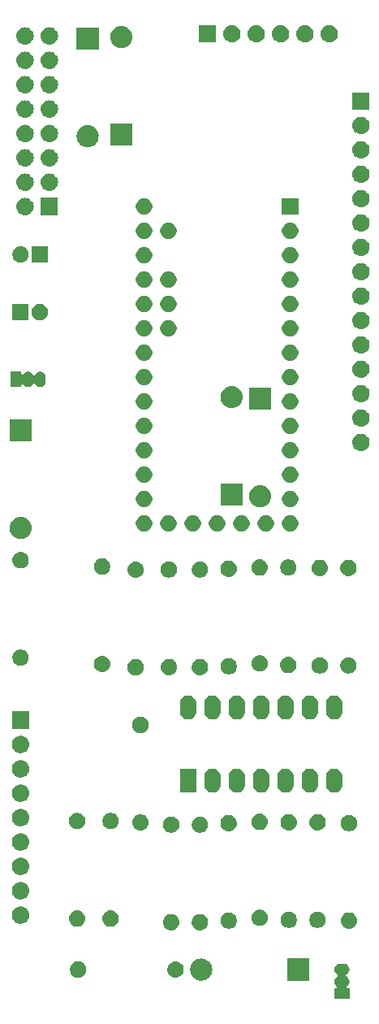
<source format=gbr>
G04 #@! TF.GenerationSoftware,KiCad,Pcbnew,(5.0.1)-3*
G04 #@! TF.CreationDate,2019-04-01T17:27:39+01:00*
G04 #@! TF.ProjectId,Fractional Clock divider PCB1 bottom board,4672616374696F6E616C20436C6F636B,rev?*
G04 #@! TF.SameCoordinates,Original*
G04 #@! TF.FileFunction,Soldermask,Bot*
G04 #@! TF.FilePolarity,Negative*
%FSLAX46Y46*%
G04 Gerber Fmt 4.6, Leading zero omitted, Abs format (unit mm)*
G04 Created by KiCad (PCBNEW (5.0.1)-3) date 01/04/2019 17:27:39*
%MOMM*%
%LPD*%
G01*
G04 APERTURE LIST*
%ADD10C,0.100000*%
G04 APERTURE END LIST*
D10*
G36*
X97337916Y-113892334D02*
X97446492Y-113925271D01*
X97546557Y-113978756D01*
X97634264Y-114050736D01*
X97706244Y-114138443D01*
X97759729Y-114238508D01*
X97792666Y-114347084D01*
X97803787Y-114460000D01*
X97792666Y-114572916D01*
X97759729Y-114681492D01*
X97759726Y-114681497D01*
X97706244Y-114781557D01*
X97634264Y-114869264D01*
X97546557Y-114941244D01*
X97465143Y-114984760D01*
X97444768Y-114998373D01*
X97427441Y-115015701D01*
X97413827Y-115036075D01*
X97404450Y-115058714D01*
X97399669Y-115082747D01*
X97399669Y-115107252D01*
X97404449Y-115131285D01*
X97413827Y-115153924D01*
X97427440Y-115174299D01*
X97444768Y-115191626D01*
X97465143Y-115205240D01*
X97546557Y-115248756D01*
X97634264Y-115320736D01*
X97706244Y-115408443D01*
X97759729Y-115508508D01*
X97792666Y-115617084D01*
X97803787Y-115730000D01*
X97792666Y-115842916D01*
X97759729Y-115951492D01*
X97759726Y-115951497D01*
X97706244Y-116051557D01*
X97634264Y-116139264D01*
X97557365Y-116202374D01*
X97540038Y-116219701D01*
X97526424Y-116240076D01*
X97517046Y-116262715D01*
X97512266Y-116286748D01*
X97512266Y-116311252D01*
X97517047Y-116335286D01*
X97526424Y-116357925D01*
X97540038Y-116378299D01*
X97557365Y-116395626D01*
X97577740Y-116409240D01*
X97600379Y-116418618D01*
X97636664Y-116424000D01*
X97801000Y-116424000D01*
X97801000Y-117576000D01*
X96199000Y-117576000D01*
X96199000Y-116424000D01*
X96363336Y-116424000D01*
X96387722Y-116421598D01*
X96411171Y-116414485D01*
X96432782Y-116402934D01*
X96451724Y-116387388D01*
X96467270Y-116368446D01*
X96478821Y-116346835D01*
X96485934Y-116323386D01*
X96488336Y-116299000D01*
X96485934Y-116274614D01*
X96478821Y-116251165D01*
X96467270Y-116229554D01*
X96442635Y-116202374D01*
X96365736Y-116139264D01*
X96293756Y-116051557D01*
X96240274Y-115951497D01*
X96240271Y-115951492D01*
X96207334Y-115842916D01*
X96196213Y-115730000D01*
X96207334Y-115617084D01*
X96240271Y-115508508D01*
X96293756Y-115408443D01*
X96365736Y-115320736D01*
X96453443Y-115248756D01*
X96534857Y-115205240D01*
X96555232Y-115191627D01*
X96572559Y-115174299D01*
X96586173Y-115153925D01*
X96595550Y-115131286D01*
X96600331Y-115107253D01*
X96600331Y-115082748D01*
X96595551Y-115058715D01*
X96586173Y-115036076D01*
X96572560Y-115015701D01*
X96555232Y-114998374D01*
X96534857Y-114984760D01*
X96453443Y-114941244D01*
X96365736Y-114869264D01*
X96293756Y-114781557D01*
X96240274Y-114681497D01*
X96240271Y-114681492D01*
X96207334Y-114572916D01*
X96196213Y-114460000D01*
X96207334Y-114347084D01*
X96240271Y-114238508D01*
X96293756Y-114138443D01*
X96365736Y-114050736D01*
X96453443Y-113978756D01*
X96553508Y-113925271D01*
X96662084Y-113892334D01*
X96746702Y-113884000D01*
X97253298Y-113884000D01*
X97337916Y-113892334D01*
X97337916Y-113892334D01*
G37*
G36*
X93651000Y-115651000D02*
X91349000Y-115651000D01*
X91349000Y-113349000D01*
X93651000Y-113349000D01*
X93651000Y-115651000D01*
X93651000Y-115651000D01*
G37*
G36*
X82464180Y-113355662D02*
X82565635Y-113365654D01*
X82782600Y-113431470D01*
X82782602Y-113431471D01*
X82782605Y-113431472D01*
X82982556Y-113538347D01*
X83157818Y-113682182D01*
X83301653Y-113857444D01*
X83408528Y-114057395D01*
X83408529Y-114057398D01*
X83408530Y-114057400D01*
X83474346Y-114274365D01*
X83496569Y-114500000D01*
X83474346Y-114725635D01*
X83430776Y-114869264D01*
X83408528Y-114942605D01*
X83301653Y-115142556D01*
X83157818Y-115317818D01*
X82982556Y-115461653D01*
X82782605Y-115568528D01*
X82782602Y-115568529D01*
X82782600Y-115568530D01*
X82565635Y-115634346D01*
X82464180Y-115644338D01*
X82396545Y-115651000D01*
X82283455Y-115651000D01*
X82215820Y-115644338D01*
X82114365Y-115634346D01*
X81897400Y-115568530D01*
X81897398Y-115568529D01*
X81897395Y-115568528D01*
X81697444Y-115461653D01*
X81522182Y-115317818D01*
X81378347Y-115142556D01*
X81271472Y-114942605D01*
X81249224Y-114869264D01*
X81205654Y-114725635D01*
X81183431Y-114500000D01*
X81205654Y-114274365D01*
X81271470Y-114057400D01*
X81271471Y-114057398D01*
X81271472Y-114057395D01*
X81378347Y-113857444D01*
X81522182Y-113682182D01*
X81697444Y-113538347D01*
X81897395Y-113431472D01*
X81897398Y-113431471D01*
X81897400Y-113431470D01*
X82114365Y-113365654D01*
X82215820Y-113355662D01*
X82283455Y-113349000D01*
X82396545Y-113349000D01*
X82464180Y-113355662D01*
X82464180Y-113355662D01*
G37*
G36*
X79826821Y-113661313D02*
X79826824Y-113661314D01*
X79826825Y-113661314D01*
X79987239Y-113709975D01*
X79987241Y-113709976D01*
X79987244Y-113709977D01*
X80135078Y-113788995D01*
X80264659Y-113895341D01*
X80371005Y-114024922D01*
X80450023Y-114172756D01*
X80450024Y-114172759D01*
X80450025Y-114172761D01*
X80480846Y-114274365D01*
X80498687Y-114333179D01*
X80515117Y-114500000D01*
X80498687Y-114666821D01*
X80498686Y-114666824D01*
X80498686Y-114666825D01*
X80473993Y-114748228D01*
X80450023Y-114827244D01*
X80371005Y-114975078D01*
X80264659Y-115104659D01*
X80135078Y-115211005D01*
X79987244Y-115290023D01*
X79987241Y-115290024D01*
X79987239Y-115290025D01*
X79826825Y-115338686D01*
X79826824Y-115338686D01*
X79826821Y-115338687D01*
X79701804Y-115351000D01*
X79618196Y-115351000D01*
X79493179Y-115338687D01*
X79493176Y-115338686D01*
X79493175Y-115338686D01*
X79332761Y-115290025D01*
X79332759Y-115290024D01*
X79332756Y-115290023D01*
X79184922Y-115211005D01*
X79055341Y-115104659D01*
X78948995Y-114975078D01*
X78869977Y-114827244D01*
X78846008Y-114748228D01*
X78821314Y-114666825D01*
X78821314Y-114666824D01*
X78821313Y-114666821D01*
X78804883Y-114500000D01*
X78821313Y-114333179D01*
X78839154Y-114274365D01*
X78869975Y-114172761D01*
X78869976Y-114172759D01*
X78869977Y-114172756D01*
X78948995Y-114024922D01*
X79055341Y-113895341D01*
X79184922Y-113788995D01*
X79332756Y-113709977D01*
X79332759Y-113709976D01*
X79332761Y-113709975D01*
X79493175Y-113661314D01*
X79493176Y-113661314D01*
X79493179Y-113661313D01*
X79618196Y-113649000D01*
X79701804Y-113649000D01*
X79826821Y-113661313D01*
X79826821Y-113661313D01*
G37*
G36*
X69748228Y-113681703D02*
X69903100Y-113745853D01*
X70042481Y-113838985D01*
X70161015Y-113957519D01*
X70254147Y-114096900D01*
X70318297Y-114251772D01*
X70351000Y-114416184D01*
X70351000Y-114583816D01*
X70318297Y-114748228D01*
X70254147Y-114903100D01*
X70161015Y-115042481D01*
X70042481Y-115161015D01*
X69903100Y-115254147D01*
X69748228Y-115318297D01*
X69583816Y-115351000D01*
X69416184Y-115351000D01*
X69251772Y-115318297D01*
X69096900Y-115254147D01*
X68957519Y-115161015D01*
X68838985Y-115042481D01*
X68745853Y-114903100D01*
X68681703Y-114748228D01*
X68649000Y-114583816D01*
X68649000Y-114416184D01*
X68681703Y-114251772D01*
X68745853Y-114096900D01*
X68838985Y-113957519D01*
X68957519Y-113838985D01*
X69096900Y-113745853D01*
X69251772Y-113681703D01*
X69416184Y-113649000D01*
X69583816Y-113649000D01*
X69748228Y-113681703D01*
X69748228Y-113681703D01*
G37*
G36*
X79372694Y-108711991D02*
X79372697Y-108711992D01*
X79372698Y-108711992D01*
X79533112Y-108760653D01*
X79533114Y-108760654D01*
X79533117Y-108760655D01*
X79680951Y-108839673D01*
X79810532Y-108946019D01*
X79916878Y-109075600D01*
X79995896Y-109223434D01*
X79995897Y-109223437D01*
X79995898Y-109223439D01*
X80035785Y-109354930D01*
X80044560Y-109383857D01*
X80060990Y-109550678D01*
X80044560Y-109717499D01*
X80044559Y-109717502D01*
X80044559Y-109717503D01*
X80001076Y-109860849D01*
X79995896Y-109877922D01*
X79916878Y-110025756D01*
X79810532Y-110155337D01*
X79680951Y-110261683D01*
X79533117Y-110340701D01*
X79533114Y-110340702D01*
X79533112Y-110340703D01*
X79372698Y-110389364D01*
X79372697Y-110389364D01*
X79372694Y-110389365D01*
X79247677Y-110401678D01*
X79164069Y-110401678D01*
X79039052Y-110389365D01*
X79039049Y-110389364D01*
X79039048Y-110389364D01*
X78878634Y-110340703D01*
X78878632Y-110340702D01*
X78878629Y-110340701D01*
X78730795Y-110261683D01*
X78601214Y-110155337D01*
X78494868Y-110025756D01*
X78415850Y-109877922D01*
X78410671Y-109860849D01*
X78367187Y-109717503D01*
X78367187Y-109717502D01*
X78367186Y-109717499D01*
X78350756Y-109550678D01*
X78367186Y-109383857D01*
X78375961Y-109354930D01*
X78415848Y-109223439D01*
X78415849Y-109223437D01*
X78415850Y-109223434D01*
X78494868Y-109075600D01*
X78601214Y-108946019D01*
X78730795Y-108839673D01*
X78878629Y-108760655D01*
X78878632Y-108760654D01*
X78878634Y-108760653D01*
X79039048Y-108711992D01*
X79039049Y-108711992D01*
X79039052Y-108711991D01*
X79164069Y-108699678D01*
X79247677Y-108699678D01*
X79372694Y-108711991D01*
X79372694Y-108711991D01*
G37*
G36*
X82372694Y-108711991D02*
X82372697Y-108711992D01*
X82372698Y-108711992D01*
X82533112Y-108760653D01*
X82533114Y-108760654D01*
X82533117Y-108760655D01*
X82680951Y-108839673D01*
X82810532Y-108946019D01*
X82916878Y-109075600D01*
X82995896Y-109223434D01*
X82995897Y-109223437D01*
X82995898Y-109223439D01*
X83035785Y-109354930D01*
X83044560Y-109383857D01*
X83060990Y-109550678D01*
X83044560Y-109717499D01*
X83044559Y-109717502D01*
X83044559Y-109717503D01*
X83001076Y-109860849D01*
X82995896Y-109877922D01*
X82916878Y-110025756D01*
X82810532Y-110155337D01*
X82680951Y-110261683D01*
X82533117Y-110340701D01*
X82533114Y-110340702D01*
X82533112Y-110340703D01*
X82372698Y-110389364D01*
X82372697Y-110389364D01*
X82372694Y-110389365D01*
X82247677Y-110401678D01*
X82164069Y-110401678D01*
X82039052Y-110389365D01*
X82039049Y-110389364D01*
X82039048Y-110389364D01*
X81878634Y-110340703D01*
X81878632Y-110340702D01*
X81878629Y-110340701D01*
X81730795Y-110261683D01*
X81601214Y-110155337D01*
X81494868Y-110025756D01*
X81415850Y-109877922D01*
X81410671Y-109860849D01*
X81367187Y-109717503D01*
X81367187Y-109717502D01*
X81367186Y-109717499D01*
X81350756Y-109550678D01*
X81367186Y-109383857D01*
X81375961Y-109354930D01*
X81415848Y-109223439D01*
X81415849Y-109223437D01*
X81415850Y-109223434D01*
X81494868Y-109075600D01*
X81601214Y-108946019D01*
X81730795Y-108839673D01*
X81878629Y-108760655D01*
X81878632Y-108760654D01*
X81878634Y-108760653D01*
X82039048Y-108711992D01*
X82039049Y-108711992D01*
X82039052Y-108711991D01*
X82164069Y-108699678D01*
X82247677Y-108699678D01*
X82372694Y-108711991D01*
X82372694Y-108711991D01*
G37*
G36*
X97925911Y-108557855D02*
X97925914Y-108557856D01*
X97925915Y-108557856D01*
X98086329Y-108606517D01*
X98086331Y-108606518D01*
X98086334Y-108606519D01*
X98234168Y-108685537D01*
X98363749Y-108791883D01*
X98470095Y-108921464D01*
X98549113Y-109069298D01*
X98549114Y-109069301D01*
X98549115Y-109069303D01*
X98597155Y-109227670D01*
X98597777Y-109229721D01*
X98614207Y-109396542D01*
X98597777Y-109563363D01*
X98597776Y-109563366D01*
X98597776Y-109563367D01*
X98549959Y-109721000D01*
X98549113Y-109723786D01*
X98470095Y-109871620D01*
X98363749Y-110001201D01*
X98234168Y-110107547D01*
X98086334Y-110186565D01*
X98086331Y-110186566D01*
X98086329Y-110186567D01*
X97925915Y-110235228D01*
X97925914Y-110235228D01*
X97925911Y-110235229D01*
X97800894Y-110247542D01*
X97717286Y-110247542D01*
X97592269Y-110235229D01*
X97592266Y-110235228D01*
X97592265Y-110235228D01*
X97431851Y-110186567D01*
X97431849Y-110186566D01*
X97431846Y-110186565D01*
X97284012Y-110107547D01*
X97154431Y-110001201D01*
X97048085Y-109871620D01*
X96969067Y-109723786D01*
X96968222Y-109721000D01*
X96920404Y-109563367D01*
X96920404Y-109563366D01*
X96920403Y-109563363D01*
X96903973Y-109396542D01*
X96920403Y-109229721D01*
X96921025Y-109227670D01*
X96969065Y-109069303D01*
X96969066Y-109069301D01*
X96969067Y-109069298D01*
X97048085Y-108921464D01*
X97154431Y-108791883D01*
X97284012Y-108685537D01*
X97431846Y-108606519D01*
X97431849Y-108606518D01*
X97431851Y-108606517D01*
X97592265Y-108557856D01*
X97592266Y-108557856D01*
X97592269Y-108557855D01*
X97717286Y-108545542D01*
X97800894Y-108545542D01*
X97925911Y-108557855D01*
X97925911Y-108557855D01*
G37*
G36*
X85454101Y-108572381D02*
X85608973Y-108636531D01*
X85748354Y-108729663D01*
X85866888Y-108848197D01*
X85960020Y-108987578D01*
X86024170Y-109142450D01*
X86056873Y-109306862D01*
X86056873Y-109474494D01*
X86024170Y-109638906D01*
X85960020Y-109793778D01*
X85866888Y-109933159D01*
X85748354Y-110051693D01*
X85608973Y-110144825D01*
X85454101Y-110208975D01*
X85289689Y-110241678D01*
X85122057Y-110241678D01*
X84957645Y-110208975D01*
X84802773Y-110144825D01*
X84663392Y-110051693D01*
X84544858Y-109933159D01*
X84451726Y-109793778D01*
X84387576Y-109638906D01*
X84354873Y-109474494D01*
X84354873Y-109306862D01*
X84387576Y-109142450D01*
X84451726Y-108987578D01*
X84544858Y-108848197D01*
X84663392Y-108729663D01*
X84802773Y-108636531D01*
X84957645Y-108572381D01*
X85122057Y-108539678D01*
X85289689Y-108539678D01*
X85454101Y-108572381D01*
X85454101Y-108572381D01*
G37*
G36*
X91721619Y-108493189D02*
X91876491Y-108557339D01*
X92015872Y-108650471D01*
X92134406Y-108769005D01*
X92227538Y-108908386D01*
X92291688Y-109063258D01*
X92324391Y-109227670D01*
X92324391Y-109395302D01*
X92291688Y-109559714D01*
X92227538Y-109714586D01*
X92134406Y-109853967D01*
X92015872Y-109972501D01*
X91876491Y-110065633D01*
X91721619Y-110129783D01*
X91557207Y-110162486D01*
X91389575Y-110162486D01*
X91225163Y-110129783D01*
X91070291Y-110065633D01*
X90930910Y-109972501D01*
X90812376Y-109853967D01*
X90719244Y-109714586D01*
X90655094Y-109559714D01*
X90622391Y-109395302D01*
X90622391Y-109227670D01*
X90655094Y-109063258D01*
X90719244Y-108908386D01*
X90812376Y-108769005D01*
X90930910Y-108650471D01*
X91070291Y-108557339D01*
X91225163Y-108493189D01*
X91389575Y-108460486D01*
X91557207Y-108460486D01*
X91721619Y-108493189D01*
X91721619Y-108493189D01*
G37*
G36*
X94721619Y-108493189D02*
X94876491Y-108557339D01*
X95015872Y-108650471D01*
X95134406Y-108769005D01*
X95227538Y-108908386D01*
X95291688Y-109063258D01*
X95324391Y-109227670D01*
X95324391Y-109395302D01*
X95291688Y-109559714D01*
X95227538Y-109714586D01*
X95134406Y-109853967D01*
X95015872Y-109972501D01*
X94876491Y-110065633D01*
X94721619Y-110129783D01*
X94557207Y-110162486D01*
X94389575Y-110162486D01*
X94225163Y-110129783D01*
X94070291Y-110065633D01*
X93930910Y-109972501D01*
X93812376Y-109853967D01*
X93719244Y-109714586D01*
X93655094Y-109559714D01*
X93622391Y-109395302D01*
X93622391Y-109227670D01*
X93655094Y-109063258D01*
X93719244Y-108908386D01*
X93812376Y-108769005D01*
X93930910Y-108650471D01*
X94070291Y-108557339D01*
X94225163Y-108493189D01*
X94389575Y-108460486D01*
X94557207Y-108460486D01*
X94721619Y-108493189D01*
X94721619Y-108493189D01*
G37*
G36*
X69561047Y-108339790D02*
X69561050Y-108339791D01*
X69561051Y-108339791D01*
X69721465Y-108388452D01*
X69721467Y-108388453D01*
X69721470Y-108388454D01*
X69869304Y-108467472D01*
X69998885Y-108573818D01*
X70105231Y-108703399D01*
X70184249Y-108851233D01*
X70184250Y-108851236D01*
X70184251Y-108851238D01*
X70228354Y-108996627D01*
X70232913Y-109011656D01*
X70249343Y-109178477D01*
X70232913Y-109345298D01*
X70232912Y-109345301D01*
X70232912Y-109345302D01*
X70198063Y-109460185D01*
X70184249Y-109505721D01*
X70105231Y-109653555D01*
X69998885Y-109783136D01*
X69869304Y-109889482D01*
X69721470Y-109968500D01*
X69721467Y-109968501D01*
X69721465Y-109968502D01*
X69561051Y-110017163D01*
X69561050Y-110017163D01*
X69561047Y-110017164D01*
X69436030Y-110029477D01*
X69352422Y-110029477D01*
X69227405Y-110017164D01*
X69227402Y-110017163D01*
X69227401Y-110017163D01*
X69066987Y-109968502D01*
X69066985Y-109968501D01*
X69066982Y-109968500D01*
X68919148Y-109889482D01*
X68789567Y-109783136D01*
X68683221Y-109653555D01*
X68604203Y-109505721D01*
X68590390Y-109460185D01*
X68555540Y-109345302D01*
X68555540Y-109345301D01*
X68555539Y-109345298D01*
X68539109Y-109178477D01*
X68555539Y-109011656D01*
X68560098Y-108996627D01*
X68604201Y-108851238D01*
X68604202Y-108851236D01*
X68604203Y-108851233D01*
X68683221Y-108703399D01*
X68789567Y-108573818D01*
X68919148Y-108467472D01*
X69066982Y-108388454D01*
X69066985Y-108388453D01*
X69066987Y-108388452D01*
X69227401Y-108339791D01*
X69227402Y-108339791D01*
X69227405Y-108339790D01*
X69352422Y-108327477D01*
X69436030Y-108327477D01*
X69561047Y-108339790D01*
X69561047Y-108339790D01*
G37*
G36*
X73061047Y-108339790D02*
X73061050Y-108339791D01*
X73061051Y-108339791D01*
X73221465Y-108388452D01*
X73221467Y-108388453D01*
X73221470Y-108388454D01*
X73369304Y-108467472D01*
X73498885Y-108573818D01*
X73605231Y-108703399D01*
X73684249Y-108851233D01*
X73684250Y-108851236D01*
X73684251Y-108851238D01*
X73728354Y-108996627D01*
X73732913Y-109011656D01*
X73749343Y-109178477D01*
X73732913Y-109345298D01*
X73732912Y-109345301D01*
X73732912Y-109345302D01*
X73698063Y-109460185D01*
X73684249Y-109505721D01*
X73605231Y-109653555D01*
X73498885Y-109783136D01*
X73369304Y-109889482D01*
X73221470Y-109968500D01*
X73221467Y-109968501D01*
X73221465Y-109968502D01*
X73061051Y-110017163D01*
X73061050Y-110017163D01*
X73061047Y-110017164D01*
X72936030Y-110029477D01*
X72852422Y-110029477D01*
X72727405Y-110017164D01*
X72727402Y-110017163D01*
X72727401Y-110017163D01*
X72566987Y-109968502D01*
X72566985Y-109968501D01*
X72566982Y-109968500D01*
X72419148Y-109889482D01*
X72289567Y-109783136D01*
X72183221Y-109653555D01*
X72104203Y-109505721D01*
X72090390Y-109460185D01*
X72055540Y-109345302D01*
X72055540Y-109345301D01*
X72055539Y-109345298D01*
X72039109Y-109178477D01*
X72055539Y-109011656D01*
X72060098Y-108996627D01*
X72104201Y-108851238D01*
X72104202Y-108851236D01*
X72104203Y-108851233D01*
X72183221Y-108703399D01*
X72289567Y-108573818D01*
X72419148Y-108467472D01*
X72566982Y-108388454D01*
X72566985Y-108388453D01*
X72566987Y-108388452D01*
X72727401Y-108339791D01*
X72727402Y-108339791D01*
X72727405Y-108339790D01*
X72852422Y-108327477D01*
X72936030Y-108327477D01*
X73061047Y-108339790D01*
X73061047Y-108339790D01*
G37*
G36*
X88680062Y-108288405D02*
X88834934Y-108352555D01*
X88974315Y-108445687D01*
X89092849Y-108564221D01*
X89185981Y-108703602D01*
X89250131Y-108858474D01*
X89282834Y-109022886D01*
X89282834Y-109190518D01*
X89250131Y-109354930D01*
X89185981Y-109509802D01*
X89092849Y-109649183D01*
X88974315Y-109767717D01*
X88834934Y-109860849D01*
X88680062Y-109924999D01*
X88515650Y-109957702D01*
X88348018Y-109957702D01*
X88183606Y-109924999D01*
X88028734Y-109860849D01*
X87889353Y-109767717D01*
X87770819Y-109649183D01*
X87677687Y-109509802D01*
X87613537Y-109354930D01*
X87580834Y-109190518D01*
X87580834Y-109022886D01*
X87613537Y-108858474D01*
X87677687Y-108703602D01*
X87770819Y-108564221D01*
X87889353Y-108445687D01*
X88028734Y-108352555D01*
X88183606Y-108288405D01*
X88348018Y-108255702D01*
X88515650Y-108255702D01*
X88680062Y-108288405D01*
X88680062Y-108288405D01*
G37*
G36*
X63610443Y-107925519D02*
X63676627Y-107932037D01*
X63789853Y-107966384D01*
X63846467Y-107983557D01*
X63985087Y-108057652D01*
X64002991Y-108067222D01*
X64038729Y-108096552D01*
X64140186Y-108179814D01*
X64223448Y-108281271D01*
X64252778Y-108317009D01*
X64252779Y-108317011D01*
X64336443Y-108473533D01*
X64336443Y-108473534D01*
X64387963Y-108643373D01*
X64405359Y-108820000D01*
X64387963Y-108996627D01*
X64365917Y-109069303D01*
X64336443Y-109166467D01*
X64262348Y-109305087D01*
X64252778Y-109322991D01*
X64226566Y-109354930D01*
X64140186Y-109460186D01*
X64038729Y-109543448D01*
X64002991Y-109572778D01*
X64002989Y-109572779D01*
X63846467Y-109656443D01*
X63789853Y-109673616D01*
X63676627Y-109707963D01*
X63610443Y-109714481D01*
X63544260Y-109721000D01*
X63455740Y-109721000D01*
X63389557Y-109714481D01*
X63323373Y-109707963D01*
X63210147Y-109673616D01*
X63153533Y-109656443D01*
X62997011Y-109572779D01*
X62997009Y-109572778D01*
X62961271Y-109543448D01*
X62859814Y-109460186D01*
X62773434Y-109354930D01*
X62747222Y-109322991D01*
X62737652Y-109305087D01*
X62663557Y-109166467D01*
X62634083Y-109069303D01*
X62612037Y-108996627D01*
X62594641Y-108820000D01*
X62612037Y-108643373D01*
X62663557Y-108473534D01*
X62663557Y-108473533D01*
X62747221Y-108317011D01*
X62747222Y-108317009D01*
X62776552Y-108281271D01*
X62859814Y-108179814D01*
X62961271Y-108096552D01*
X62997009Y-108067222D01*
X63014913Y-108057652D01*
X63153533Y-107983557D01*
X63210147Y-107966384D01*
X63323373Y-107932037D01*
X63389557Y-107925519D01*
X63455740Y-107919000D01*
X63544260Y-107919000D01*
X63610443Y-107925519D01*
X63610443Y-107925519D01*
G37*
G36*
X63610443Y-105385519D02*
X63676627Y-105392037D01*
X63789853Y-105426384D01*
X63846467Y-105443557D01*
X63985087Y-105517652D01*
X64002991Y-105527222D01*
X64038729Y-105556552D01*
X64140186Y-105639814D01*
X64223448Y-105741271D01*
X64252778Y-105777009D01*
X64252779Y-105777011D01*
X64336443Y-105933533D01*
X64336443Y-105933534D01*
X64387963Y-106103373D01*
X64405359Y-106280000D01*
X64387963Y-106456627D01*
X64353616Y-106569853D01*
X64336443Y-106626467D01*
X64262348Y-106765087D01*
X64252778Y-106782991D01*
X64223448Y-106818729D01*
X64140186Y-106920186D01*
X64038729Y-107003448D01*
X64002991Y-107032778D01*
X64002989Y-107032779D01*
X63846467Y-107116443D01*
X63789853Y-107133616D01*
X63676627Y-107167963D01*
X63610442Y-107174482D01*
X63544260Y-107181000D01*
X63455740Y-107181000D01*
X63389558Y-107174482D01*
X63323373Y-107167963D01*
X63210147Y-107133616D01*
X63153533Y-107116443D01*
X62997011Y-107032779D01*
X62997009Y-107032778D01*
X62961271Y-107003448D01*
X62859814Y-106920186D01*
X62776552Y-106818729D01*
X62747222Y-106782991D01*
X62737652Y-106765087D01*
X62663557Y-106626467D01*
X62646384Y-106569853D01*
X62612037Y-106456627D01*
X62594641Y-106280000D01*
X62612037Y-106103373D01*
X62663557Y-105933534D01*
X62663557Y-105933533D01*
X62747221Y-105777011D01*
X62747222Y-105777009D01*
X62776552Y-105741271D01*
X62859814Y-105639814D01*
X62961271Y-105556552D01*
X62997009Y-105527222D01*
X63014913Y-105517652D01*
X63153533Y-105443557D01*
X63210147Y-105426384D01*
X63323373Y-105392037D01*
X63389557Y-105385519D01*
X63455740Y-105379000D01*
X63544260Y-105379000D01*
X63610443Y-105385519D01*
X63610443Y-105385519D01*
G37*
G36*
X63610443Y-102845519D02*
X63676627Y-102852037D01*
X63789853Y-102886384D01*
X63846467Y-102903557D01*
X63985087Y-102977652D01*
X64002991Y-102987222D01*
X64038729Y-103016552D01*
X64140186Y-103099814D01*
X64223448Y-103201271D01*
X64252778Y-103237009D01*
X64252779Y-103237011D01*
X64336443Y-103393533D01*
X64336443Y-103393534D01*
X64387963Y-103563373D01*
X64405359Y-103740000D01*
X64387963Y-103916627D01*
X64353616Y-104029853D01*
X64336443Y-104086467D01*
X64262348Y-104225087D01*
X64252778Y-104242991D01*
X64223448Y-104278729D01*
X64140186Y-104380186D01*
X64038729Y-104463448D01*
X64002991Y-104492778D01*
X64002989Y-104492779D01*
X63846467Y-104576443D01*
X63789853Y-104593616D01*
X63676627Y-104627963D01*
X63610443Y-104634481D01*
X63544260Y-104641000D01*
X63455740Y-104641000D01*
X63389557Y-104634481D01*
X63323373Y-104627963D01*
X63210147Y-104593616D01*
X63153533Y-104576443D01*
X62997011Y-104492779D01*
X62997009Y-104492778D01*
X62961271Y-104463448D01*
X62859814Y-104380186D01*
X62776552Y-104278729D01*
X62747222Y-104242991D01*
X62737652Y-104225087D01*
X62663557Y-104086467D01*
X62646384Y-104029853D01*
X62612037Y-103916627D01*
X62594641Y-103740000D01*
X62612037Y-103563373D01*
X62663557Y-103393534D01*
X62663557Y-103393533D01*
X62747221Y-103237011D01*
X62747222Y-103237009D01*
X62776552Y-103201271D01*
X62859814Y-103099814D01*
X62961271Y-103016552D01*
X62997009Y-102987222D01*
X63014913Y-102977652D01*
X63153533Y-102903557D01*
X63210147Y-102886384D01*
X63323373Y-102852037D01*
X63389558Y-102845518D01*
X63455740Y-102839000D01*
X63544260Y-102839000D01*
X63610443Y-102845519D01*
X63610443Y-102845519D01*
G37*
G36*
X63610442Y-100305518D02*
X63676627Y-100312037D01*
X63789853Y-100346384D01*
X63846467Y-100363557D01*
X63985087Y-100437652D01*
X64002991Y-100447222D01*
X64038729Y-100476552D01*
X64140186Y-100559814D01*
X64223448Y-100661271D01*
X64252778Y-100697009D01*
X64252779Y-100697011D01*
X64336443Y-100853533D01*
X64336443Y-100853534D01*
X64387963Y-101023373D01*
X64405359Y-101200000D01*
X64387963Y-101376627D01*
X64353616Y-101489853D01*
X64336443Y-101546467D01*
X64262348Y-101685087D01*
X64252778Y-101702991D01*
X64223448Y-101738729D01*
X64140186Y-101840186D01*
X64038729Y-101923448D01*
X64002991Y-101952778D01*
X64002989Y-101952779D01*
X63846467Y-102036443D01*
X63789853Y-102053616D01*
X63676627Y-102087963D01*
X63610443Y-102094481D01*
X63544260Y-102101000D01*
X63455740Y-102101000D01*
X63389558Y-102094482D01*
X63323373Y-102087963D01*
X63210147Y-102053616D01*
X63153533Y-102036443D01*
X62997011Y-101952779D01*
X62997009Y-101952778D01*
X62961271Y-101923448D01*
X62859814Y-101840186D01*
X62776552Y-101738729D01*
X62747222Y-101702991D01*
X62737652Y-101685087D01*
X62663557Y-101546467D01*
X62646384Y-101489853D01*
X62612037Y-101376627D01*
X62594641Y-101200000D01*
X62612037Y-101023373D01*
X62663557Y-100853534D01*
X62663557Y-100853533D01*
X62747221Y-100697011D01*
X62747222Y-100697009D01*
X62776552Y-100661271D01*
X62859814Y-100559814D01*
X62961271Y-100476552D01*
X62997009Y-100447222D01*
X63014913Y-100437652D01*
X63153533Y-100363557D01*
X63210147Y-100346384D01*
X63323373Y-100312037D01*
X63389558Y-100305518D01*
X63455740Y-100299000D01*
X63544260Y-100299000D01*
X63610442Y-100305518D01*
X63610442Y-100305518D01*
G37*
G36*
X79454101Y-98572381D02*
X79608973Y-98636531D01*
X79748354Y-98729663D01*
X79866888Y-98848197D01*
X79960020Y-98987578D01*
X80024170Y-99142450D01*
X80056873Y-99306862D01*
X80056873Y-99474494D01*
X80024170Y-99638906D01*
X79960020Y-99793778D01*
X79866888Y-99933159D01*
X79748354Y-100051693D01*
X79608973Y-100144825D01*
X79454101Y-100208975D01*
X79289689Y-100241678D01*
X79122057Y-100241678D01*
X78957645Y-100208975D01*
X78802773Y-100144825D01*
X78663392Y-100051693D01*
X78544858Y-99933159D01*
X78451726Y-99793778D01*
X78387576Y-99638906D01*
X78354873Y-99474494D01*
X78354873Y-99306862D01*
X78387576Y-99142450D01*
X78451726Y-98987578D01*
X78544858Y-98848197D01*
X78663392Y-98729663D01*
X78802773Y-98636531D01*
X78957645Y-98572381D01*
X79122057Y-98539678D01*
X79289689Y-98539678D01*
X79454101Y-98572381D01*
X79454101Y-98572381D01*
G37*
G36*
X82454101Y-98572381D02*
X82608973Y-98636531D01*
X82748354Y-98729663D01*
X82866888Y-98848197D01*
X82960020Y-98987578D01*
X83024170Y-99142450D01*
X83056873Y-99306862D01*
X83056873Y-99474494D01*
X83024170Y-99638906D01*
X82960020Y-99793778D01*
X82866888Y-99933159D01*
X82748354Y-100051693D01*
X82608973Y-100144825D01*
X82454101Y-100208975D01*
X82289689Y-100241678D01*
X82122057Y-100241678D01*
X81957645Y-100208975D01*
X81802773Y-100144825D01*
X81663392Y-100051693D01*
X81544858Y-99933159D01*
X81451726Y-99793778D01*
X81387576Y-99638906D01*
X81354873Y-99474494D01*
X81354873Y-99306862D01*
X81387576Y-99142450D01*
X81451726Y-98987578D01*
X81544858Y-98848197D01*
X81663392Y-98729663D01*
X81802773Y-98636531D01*
X81957645Y-98572381D01*
X82122057Y-98539678D01*
X82289689Y-98539678D01*
X82454101Y-98572381D01*
X82454101Y-98572381D01*
G37*
G36*
X98007318Y-98418245D02*
X98162190Y-98482395D01*
X98301571Y-98575527D01*
X98420105Y-98694061D01*
X98513237Y-98833442D01*
X98577387Y-98988314D01*
X98610090Y-99152726D01*
X98610090Y-99320358D01*
X98577387Y-99484770D01*
X98513237Y-99639642D01*
X98420105Y-99779023D01*
X98301571Y-99897557D01*
X98162190Y-99990689D01*
X98007318Y-100054839D01*
X97842906Y-100087542D01*
X97675274Y-100087542D01*
X97510862Y-100054839D01*
X97355990Y-99990689D01*
X97216609Y-99897557D01*
X97098075Y-99779023D01*
X97004943Y-99639642D01*
X96940793Y-99484770D01*
X96908090Y-99320358D01*
X96908090Y-99152726D01*
X96940793Y-98988314D01*
X97004943Y-98833442D01*
X97098075Y-98694061D01*
X97216609Y-98575527D01*
X97355990Y-98482395D01*
X97510862Y-98418245D01*
X97675274Y-98385542D01*
X97842906Y-98385542D01*
X98007318Y-98418245D01*
X98007318Y-98418245D01*
G37*
G36*
X85372694Y-98391991D02*
X85372697Y-98391992D01*
X85372698Y-98391992D01*
X85533112Y-98440653D01*
X85533114Y-98440654D01*
X85533117Y-98440655D01*
X85680951Y-98519673D01*
X85810532Y-98626019D01*
X85916878Y-98755600D01*
X85995896Y-98903434D01*
X85995897Y-98903437D01*
X85995898Y-98903439D01*
X86023119Y-98993175D01*
X86044560Y-99063857D01*
X86060990Y-99230678D01*
X86044560Y-99397499D01*
X86044559Y-99397502D01*
X86044559Y-99397503D01*
X85998918Y-99547963D01*
X85995896Y-99557922D01*
X85916878Y-99705756D01*
X85810532Y-99835337D01*
X85680951Y-99941683D01*
X85533117Y-100020701D01*
X85533114Y-100020702D01*
X85533112Y-100020703D01*
X85372698Y-100069364D01*
X85372697Y-100069364D01*
X85372694Y-100069365D01*
X85247677Y-100081678D01*
X85164069Y-100081678D01*
X85039052Y-100069365D01*
X85039049Y-100069364D01*
X85039048Y-100069364D01*
X84878634Y-100020703D01*
X84878632Y-100020702D01*
X84878629Y-100020701D01*
X84730795Y-99941683D01*
X84601214Y-99835337D01*
X84494868Y-99705756D01*
X84415850Y-99557922D01*
X84412829Y-99547963D01*
X84367187Y-99397503D01*
X84367187Y-99397502D01*
X84367186Y-99397499D01*
X84350756Y-99230678D01*
X84367186Y-99063857D01*
X84388627Y-98993175D01*
X84415848Y-98903439D01*
X84415849Y-98903437D01*
X84415850Y-98903434D01*
X84494868Y-98755600D01*
X84601214Y-98626019D01*
X84730795Y-98519673D01*
X84878629Y-98440655D01*
X84878632Y-98440654D01*
X84878634Y-98440653D01*
X85039048Y-98391992D01*
X85039049Y-98391992D01*
X85039052Y-98391991D01*
X85164069Y-98379678D01*
X85247677Y-98379678D01*
X85372694Y-98391991D01*
X85372694Y-98391991D01*
G37*
G36*
X76166821Y-98321313D02*
X76166824Y-98321314D01*
X76166825Y-98321314D01*
X76327239Y-98369975D01*
X76327241Y-98369976D01*
X76327244Y-98369977D01*
X76475078Y-98448995D01*
X76604659Y-98555341D01*
X76711005Y-98684922D01*
X76790023Y-98832756D01*
X76790024Y-98832759D01*
X76790025Y-98832761D01*
X76836988Y-98987578D01*
X76838687Y-98993179D01*
X76855117Y-99160000D01*
X76838687Y-99326821D01*
X76838686Y-99326824D01*
X76838686Y-99326825D01*
X76790774Y-99484770D01*
X76790023Y-99487244D01*
X76711005Y-99635078D01*
X76604659Y-99764659D01*
X76475078Y-99871005D01*
X76327244Y-99950023D01*
X76327241Y-99950024D01*
X76327239Y-99950025D01*
X76166825Y-99998686D01*
X76166824Y-99998686D01*
X76166821Y-99998687D01*
X76041804Y-100011000D01*
X75958196Y-100011000D01*
X75833179Y-99998687D01*
X75833176Y-99998686D01*
X75833175Y-99998686D01*
X75672761Y-99950025D01*
X75672759Y-99950024D01*
X75672756Y-99950023D01*
X75524922Y-99871005D01*
X75395341Y-99764659D01*
X75288995Y-99635078D01*
X75209977Y-99487244D01*
X75209227Y-99484770D01*
X75161314Y-99326825D01*
X75161314Y-99326824D01*
X75161313Y-99326821D01*
X75144883Y-99160000D01*
X75161313Y-98993179D01*
X75163012Y-98987578D01*
X75209975Y-98832761D01*
X75209976Y-98832759D01*
X75209977Y-98832756D01*
X75288995Y-98684922D01*
X75395341Y-98555341D01*
X75524922Y-98448995D01*
X75672756Y-98369977D01*
X75672759Y-98369976D01*
X75672761Y-98369975D01*
X75833175Y-98321314D01*
X75833176Y-98321314D01*
X75833179Y-98321313D01*
X75958196Y-98309000D01*
X76041804Y-98309000D01*
X76166821Y-98321313D01*
X76166821Y-98321313D01*
G37*
G36*
X91640212Y-98312799D02*
X91640215Y-98312800D01*
X91640216Y-98312800D01*
X91800630Y-98361461D01*
X91800632Y-98361462D01*
X91800635Y-98361463D01*
X91948469Y-98440481D01*
X92078050Y-98546827D01*
X92184396Y-98676408D01*
X92263414Y-98824242D01*
X92263415Y-98824245D01*
X92263416Y-98824247D01*
X92298492Y-98939877D01*
X92312078Y-98984665D01*
X92328508Y-99151486D01*
X92312078Y-99318307D01*
X92312077Y-99318310D01*
X92312077Y-99318311D01*
X92277000Y-99433946D01*
X92263414Y-99478730D01*
X92184396Y-99626564D01*
X92078050Y-99756145D01*
X91948469Y-99862491D01*
X91800635Y-99941509D01*
X91800632Y-99941510D01*
X91800630Y-99941511D01*
X91640216Y-99990172D01*
X91640215Y-99990172D01*
X91640212Y-99990173D01*
X91515195Y-100002486D01*
X91431587Y-100002486D01*
X91306570Y-99990173D01*
X91306567Y-99990172D01*
X91306566Y-99990172D01*
X91146152Y-99941511D01*
X91146150Y-99941510D01*
X91146147Y-99941509D01*
X90998313Y-99862491D01*
X90868732Y-99756145D01*
X90762386Y-99626564D01*
X90683368Y-99478730D01*
X90669783Y-99433946D01*
X90634705Y-99318311D01*
X90634705Y-99318310D01*
X90634704Y-99318307D01*
X90618274Y-99151486D01*
X90634704Y-98984665D01*
X90648290Y-98939877D01*
X90683366Y-98824247D01*
X90683367Y-98824245D01*
X90683368Y-98824242D01*
X90762386Y-98676408D01*
X90868732Y-98546827D01*
X90998313Y-98440481D01*
X91146147Y-98361463D01*
X91146150Y-98361462D01*
X91146152Y-98361461D01*
X91306566Y-98312800D01*
X91306567Y-98312800D01*
X91306570Y-98312799D01*
X91431587Y-98300486D01*
X91515195Y-98300486D01*
X91640212Y-98312799D01*
X91640212Y-98312799D01*
G37*
G36*
X94640212Y-98312799D02*
X94640215Y-98312800D01*
X94640216Y-98312800D01*
X94800630Y-98361461D01*
X94800632Y-98361462D01*
X94800635Y-98361463D01*
X94948469Y-98440481D01*
X95078050Y-98546827D01*
X95184396Y-98676408D01*
X95263414Y-98824242D01*
X95263415Y-98824245D01*
X95263416Y-98824247D01*
X95298492Y-98939877D01*
X95312078Y-98984665D01*
X95328508Y-99151486D01*
X95312078Y-99318307D01*
X95312077Y-99318310D01*
X95312077Y-99318311D01*
X95277000Y-99433946D01*
X95263414Y-99478730D01*
X95184396Y-99626564D01*
X95078050Y-99756145D01*
X94948469Y-99862491D01*
X94800635Y-99941509D01*
X94800632Y-99941510D01*
X94800630Y-99941511D01*
X94640216Y-99990172D01*
X94640215Y-99990172D01*
X94640212Y-99990173D01*
X94515195Y-100002486D01*
X94431587Y-100002486D01*
X94306570Y-99990173D01*
X94306567Y-99990172D01*
X94306566Y-99990172D01*
X94146152Y-99941511D01*
X94146150Y-99941510D01*
X94146147Y-99941509D01*
X93998313Y-99862491D01*
X93868732Y-99756145D01*
X93762386Y-99626564D01*
X93683368Y-99478730D01*
X93669783Y-99433946D01*
X93634705Y-99318311D01*
X93634705Y-99318310D01*
X93634704Y-99318307D01*
X93618274Y-99151486D01*
X93634704Y-98984665D01*
X93648290Y-98939877D01*
X93683366Y-98824247D01*
X93683367Y-98824245D01*
X93683368Y-98824242D01*
X93762386Y-98676408D01*
X93868732Y-98546827D01*
X93998313Y-98440481D01*
X94146147Y-98361463D01*
X94146150Y-98361462D01*
X94146152Y-98361461D01*
X94306566Y-98312800D01*
X94306567Y-98312800D01*
X94306570Y-98312799D01*
X94431587Y-98300486D01*
X94515195Y-98300486D01*
X94640212Y-98312799D01*
X94640212Y-98312799D01*
G37*
G36*
X88598655Y-98268015D02*
X88598658Y-98268016D01*
X88598659Y-98268016D01*
X88759073Y-98316677D01*
X88759075Y-98316678D01*
X88759078Y-98316679D01*
X88906912Y-98395697D01*
X89036493Y-98502043D01*
X89142839Y-98631624D01*
X89221857Y-98779458D01*
X89221858Y-98779461D01*
X89221859Y-98779463D01*
X89268938Y-98934661D01*
X89270521Y-98939881D01*
X89286951Y-99106702D01*
X89270521Y-99273523D01*
X89270520Y-99273526D01*
X89270520Y-99273527D01*
X89225610Y-99421577D01*
X89221857Y-99433946D01*
X89142839Y-99581780D01*
X89036493Y-99711361D01*
X88906912Y-99817707D01*
X88759078Y-99896725D01*
X88759075Y-99896726D01*
X88759073Y-99896727D01*
X88598659Y-99945388D01*
X88598658Y-99945388D01*
X88598655Y-99945389D01*
X88473638Y-99957702D01*
X88390030Y-99957702D01*
X88265013Y-99945389D01*
X88265010Y-99945388D01*
X88265009Y-99945388D01*
X88104595Y-99896727D01*
X88104593Y-99896726D01*
X88104590Y-99896725D01*
X87956756Y-99817707D01*
X87827175Y-99711361D01*
X87720829Y-99581780D01*
X87641811Y-99433946D01*
X87638059Y-99421577D01*
X87593148Y-99273527D01*
X87593148Y-99273526D01*
X87593147Y-99273523D01*
X87576717Y-99106702D01*
X87593147Y-98939881D01*
X87594730Y-98934661D01*
X87641809Y-98779463D01*
X87641810Y-98779461D01*
X87641811Y-98779458D01*
X87720829Y-98631624D01*
X87827175Y-98502043D01*
X87956756Y-98395697D01*
X88104590Y-98316679D01*
X88104593Y-98316678D01*
X88104595Y-98316677D01*
X88265009Y-98268016D01*
X88265010Y-98268016D01*
X88265013Y-98268015D01*
X88390030Y-98255702D01*
X88473638Y-98255702D01*
X88598655Y-98268015D01*
X88598655Y-98268015D01*
G37*
G36*
X73142454Y-98200180D02*
X73297326Y-98264330D01*
X73436707Y-98357462D01*
X73555241Y-98475996D01*
X73648373Y-98615377D01*
X73712523Y-98770249D01*
X73745226Y-98934661D01*
X73745226Y-99102293D01*
X73712523Y-99266705D01*
X73648373Y-99421577D01*
X73555241Y-99560958D01*
X73436707Y-99679492D01*
X73297326Y-99772624D01*
X73142454Y-99836774D01*
X72978042Y-99869477D01*
X72810410Y-99869477D01*
X72645998Y-99836774D01*
X72491126Y-99772624D01*
X72351745Y-99679492D01*
X72233211Y-99560958D01*
X72140079Y-99421577D01*
X72075929Y-99266705D01*
X72043226Y-99102293D01*
X72043226Y-98934661D01*
X72075929Y-98770249D01*
X72140079Y-98615377D01*
X72233211Y-98475996D01*
X72351745Y-98357462D01*
X72491126Y-98264330D01*
X72645998Y-98200180D01*
X72810410Y-98167477D01*
X72978042Y-98167477D01*
X73142454Y-98200180D01*
X73142454Y-98200180D01*
G37*
G36*
X69642454Y-98200180D02*
X69797326Y-98264330D01*
X69936707Y-98357462D01*
X70055241Y-98475996D01*
X70148373Y-98615377D01*
X70212523Y-98770249D01*
X70245226Y-98934661D01*
X70245226Y-99102293D01*
X70212523Y-99266705D01*
X70148373Y-99421577D01*
X70055241Y-99560958D01*
X69936707Y-99679492D01*
X69797326Y-99772624D01*
X69642454Y-99836774D01*
X69478042Y-99869477D01*
X69310410Y-99869477D01*
X69145998Y-99836774D01*
X68991126Y-99772624D01*
X68851745Y-99679492D01*
X68733211Y-99560958D01*
X68640079Y-99421577D01*
X68575929Y-99266705D01*
X68543226Y-99102293D01*
X68543226Y-98934661D01*
X68575929Y-98770249D01*
X68640079Y-98615377D01*
X68733211Y-98475996D01*
X68851745Y-98357462D01*
X68991126Y-98264330D01*
X69145998Y-98200180D01*
X69310410Y-98167477D01*
X69478042Y-98167477D01*
X69642454Y-98200180D01*
X69642454Y-98200180D01*
G37*
G36*
X63610442Y-97765518D02*
X63676627Y-97772037D01*
X63789853Y-97806384D01*
X63846467Y-97823557D01*
X63985087Y-97897652D01*
X64002991Y-97907222D01*
X64038729Y-97936552D01*
X64140186Y-98019814D01*
X64223448Y-98121271D01*
X64252778Y-98157009D01*
X64252779Y-98157011D01*
X64336443Y-98313533D01*
X64350982Y-98361463D01*
X64387963Y-98483373D01*
X64405359Y-98660000D01*
X64387963Y-98836627D01*
X64356641Y-98939881D01*
X64336443Y-99006467D01*
X64305769Y-99063853D01*
X64252778Y-99162991D01*
X64223448Y-99198729D01*
X64140186Y-99300186D01*
X64038729Y-99383448D01*
X64002991Y-99412778D01*
X64002989Y-99412779D01*
X63846467Y-99496443D01*
X63789853Y-99513616D01*
X63676627Y-99547963D01*
X63610443Y-99554481D01*
X63544260Y-99561000D01*
X63455740Y-99561000D01*
X63389557Y-99554481D01*
X63323373Y-99547963D01*
X63210147Y-99513616D01*
X63153533Y-99496443D01*
X62997011Y-99412779D01*
X62997009Y-99412778D01*
X62961271Y-99383448D01*
X62859814Y-99300186D01*
X62776552Y-99198729D01*
X62747222Y-99162991D01*
X62694231Y-99063853D01*
X62663557Y-99006467D01*
X62643359Y-98939881D01*
X62612037Y-98836627D01*
X62594641Y-98660000D01*
X62612037Y-98483373D01*
X62649018Y-98361463D01*
X62663557Y-98313533D01*
X62747221Y-98157011D01*
X62747222Y-98157009D01*
X62776552Y-98121271D01*
X62859814Y-98019814D01*
X62961271Y-97936552D01*
X62997009Y-97907222D01*
X63014913Y-97897652D01*
X63153533Y-97823557D01*
X63210147Y-97806384D01*
X63323373Y-97772037D01*
X63389558Y-97765518D01*
X63455740Y-97759000D01*
X63544260Y-97759000D01*
X63610442Y-97765518D01*
X63610442Y-97765518D01*
G37*
G36*
X63610443Y-95225519D02*
X63676627Y-95232037D01*
X63789853Y-95266384D01*
X63846467Y-95283557D01*
X63985087Y-95357652D01*
X64002991Y-95367222D01*
X64038729Y-95396552D01*
X64140186Y-95479814D01*
X64188532Y-95538725D01*
X64252778Y-95617009D01*
X64252779Y-95617011D01*
X64336443Y-95773533D01*
X64336443Y-95773534D01*
X64387963Y-95943373D01*
X64405359Y-96120000D01*
X64387963Y-96296627D01*
X64353616Y-96409853D01*
X64336443Y-96466467D01*
X64262348Y-96605087D01*
X64252778Y-96622991D01*
X64223448Y-96658729D01*
X64140186Y-96760186D01*
X64038729Y-96843448D01*
X64002991Y-96872778D01*
X64002989Y-96872779D01*
X63846467Y-96956443D01*
X63789853Y-96973616D01*
X63676627Y-97007963D01*
X63610442Y-97014482D01*
X63544260Y-97021000D01*
X63455740Y-97021000D01*
X63389558Y-97014482D01*
X63323373Y-97007963D01*
X63210147Y-96973616D01*
X63153533Y-96956443D01*
X62997011Y-96872779D01*
X62997009Y-96872778D01*
X62961271Y-96843448D01*
X62859814Y-96760186D01*
X62776552Y-96658729D01*
X62747222Y-96622991D01*
X62737652Y-96605087D01*
X62663557Y-96466467D01*
X62646384Y-96409853D01*
X62612037Y-96296627D01*
X62594641Y-96120000D01*
X62612037Y-95943373D01*
X62663557Y-95773534D01*
X62663557Y-95773533D01*
X62747221Y-95617011D01*
X62747222Y-95617009D01*
X62811468Y-95538725D01*
X62859814Y-95479814D01*
X62961271Y-95396552D01*
X62997009Y-95367222D01*
X63014913Y-95357652D01*
X63153533Y-95283557D01*
X63210147Y-95266384D01*
X63323373Y-95232037D01*
X63389557Y-95225519D01*
X63455740Y-95219000D01*
X63544260Y-95219000D01*
X63610443Y-95225519D01*
X63610443Y-95225519D01*
G37*
G36*
X93840211Y-93572799D02*
X93840214Y-93572800D01*
X93840215Y-93572800D01*
X94000629Y-93621461D01*
X94000631Y-93621462D01*
X94000634Y-93621463D01*
X94148469Y-93700481D01*
X94278050Y-93806827D01*
X94384396Y-93936408D01*
X94463414Y-94084242D01*
X94463414Y-94084243D01*
X94463416Y-94084247D01*
X94512077Y-94244661D01*
X94512078Y-94244665D01*
X94524391Y-94369682D01*
X94524391Y-95253289D01*
X94512078Y-95378306D01*
X94512077Y-95378308D01*
X94512077Y-95378311D01*
X94481286Y-95479814D01*
X94463414Y-95538730D01*
X94384396Y-95686564D01*
X94278050Y-95816145D01*
X94148469Y-95922491D01*
X94000635Y-96001509D01*
X94000632Y-96001510D01*
X94000630Y-96001511D01*
X93840216Y-96050172D01*
X93840215Y-96050172D01*
X93840212Y-96050173D01*
X93673391Y-96066603D01*
X93506571Y-96050173D01*
X93506568Y-96050172D01*
X93506567Y-96050172D01*
X93346153Y-96001511D01*
X93346151Y-96001510D01*
X93346148Y-96001509D01*
X93198314Y-95922491D01*
X93068733Y-95816145D01*
X92962387Y-95686564D01*
X92883369Y-95538730D01*
X92834705Y-95378307D01*
X92822391Y-95253289D01*
X92822391Y-94369683D01*
X92834704Y-94244666D01*
X92834705Y-94244662D01*
X92883366Y-94084248D01*
X92883367Y-94084246D01*
X92883368Y-94084243D01*
X92962386Y-93936408D01*
X93068732Y-93806827D01*
X93198313Y-93700481D01*
X93346147Y-93621463D01*
X93346150Y-93621462D01*
X93346152Y-93621461D01*
X93506566Y-93572800D01*
X93506567Y-93572800D01*
X93506570Y-93572799D01*
X93673391Y-93556369D01*
X93840211Y-93572799D01*
X93840211Y-93572799D01*
G37*
G36*
X96380211Y-93572799D02*
X96380214Y-93572800D01*
X96380215Y-93572800D01*
X96540629Y-93621461D01*
X96540631Y-93621462D01*
X96540634Y-93621463D01*
X96688469Y-93700481D01*
X96818050Y-93806827D01*
X96924396Y-93936408D01*
X97003414Y-94084242D01*
X97003414Y-94084243D01*
X97003416Y-94084247D01*
X97052077Y-94244661D01*
X97052078Y-94244665D01*
X97064391Y-94369682D01*
X97064391Y-95253289D01*
X97052078Y-95378306D01*
X97052077Y-95378308D01*
X97052077Y-95378311D01*
X97021286Y-95479814D01*
X97003414Y-95538730D01*
X96924396Y-95686564D01*
X96818050Y-95816145D01*
X96688469Y-95922491D01*
X96540635Y-96001509D01*
X96540632Y-96001510D01*
X96540630Y-96001511D01*
X96380216Y-96050172D01*
X96380215Y-96050172D01*
X96380212Y-96050173D01*
X96213391Y-96066603D01*
X96046571Y-96050173D01*
X96046568Y-96050172D01*
X96046567Y-96050172D01*
X95886153Y-96001511D01*
X95886151Y-96001510D01*
X95886148Y-96001509D01*
X95738314Y-95922491D01*
X95608733Y-95816145D01*
X95502387Y-95686564D01*
X95423369Y-95538730D01*
X95374705Y-95378307D01*
X95362391Y-95253289D01*
X95362391Y-94369683D01*
X95374704Y-94244666D01*
X95374705Y-94244662D01*
X95423366Y-94084248D01*
X95423367Y-94084246D01*
X95423368Y-94084243D01*
X95502386Y-93936408D01*
X95608732Y-93806827D01*
X95738313Y-93700481D01*
X95886147Y-93621463D01*
X95886150Y-93621462D01*
X95886152Y-93621461D01*
X96046566Y-93572800D01*
X96046567Y-93572800D01*
X96046570Y-93572799D01*
X96213391Y-93556369D01*
X96380211Y-93572799D01*
X96380211Y-93572799D01*
G37*
G36*
X91300211Y-93572799D02*
X91300214Y-93572800D01*
X91300215Y-93572800D01*
X91460629Y-93621461D01*
X91460631Y-93621462D01*
X91460634Y-93621463D01*
X91608469Y-93700481D01*
X91738050Y-93806827D01*
X91844396Y-93936408D01*
X91923414Y-94084242D01*
X91923414Y-94084243D01*
X91923416Y-94084247D01*
X91972077Y-94244661D01*
X91972078Y-94244665D01*
X91984391Y-94369682D01*
X91984391Y-95253289D01*
X91972078Y-95378306D01*
X91972077Y-95378308D01*
X91972077Y-95378311D01*
X91941286Y-95479814D01*
X91923414Y-95538730D01*
X91844396Y-95686564D01*
X91738050Y-95816145D01*
X91608469Y-95922491D01*
X91460635Y-96001509D01*
X91460632Y-96001510D01*
X91460630Y-96001511D01*
X91300216Y-96050172D01*
X91300215Y-96050172D01*
X91300212Y-96050173D01*
X91133391Y-96066603D01*
X90966571Y-96050173D01*
X90966568Y-96050172D01*
X90966567Y-96050172D01*
X90806153Y-96001511D01*
X90806151Y-96001510D01*
X90806148Y-96001509D01*
X90658314Y-95922491D01*
X90528733Y-95816145D01*
X90422387Y-95686564D01*
X90343369Y-95538730D01*
X90294705Y-95378307D01*
X90282391Y-95253289D01*
X90282391Y-94369683D01*
X90294704Y-94244666D01*
X90294705Y-94244662D01*
X90343366Y-94084248D01*
X90343367Y-94084246D01*
X90343368Y-94084243D01*
X90422386Y-93936408D01*
X90528732Y-93806827D01*
X90658313Y-93700481D01*
X90806147Y-93621463D01*
X90806150Y-93621462D01*
X90806152Y-93621461D01*
X90966566Y-93572800D01*
X90966567Y-93572800D01*
X90966570Y-93572799D01*
X91133391Y-93556369D01*
X91300211Y-93572799D01*
X91300211Y-93572799D01*
G37*
G36*
X88760211Y-93572799D02*
X88760214Y-93572800D01*
X88760215Y-93572800D01*
X88920629Y-93621461D01*
X88920631Y-93621462D01*
X88920634Y-93621463D01*
X89068469Y-93700481D01*
X89198050Y-93806827D01*
X89304396Y-93936408D01*
X89383414Y-94084242D01*
X89383414Y-94084243D01*
X89383416Y-94084247D01*
X89432077Y-94244661D01*
X89432078Y-94244665D01*
X89444391Y-94369682D01*
X89444391Y-95253289D01*
X89432078Y-95378306D01*
X89432077Y-95378308D01*
X89432077Y-95378311D01*
X89401286Y-95479814D01*
X89383414Y-95538730D01*
X89304396Y-95686564D01*
X89198050Y-95816145D01*
X89068469Y-95922491D01*
X88920635Y-96001509D01*
X88920632Y-96001510D01*
X88920630Y-96001511D01*
X88760216Y-96050172D01*
X88760215Y-96050172D01*
X88760212Y-96050173D01*
X88593391Y-96066603D01*
X88426571Y-96050173D01*
X88426568Y-96050172D01*
X88426567Y-96050172D01*
X88266153Y-96001511D01*
X88266151Y-96001510D01*
X88266148Y-96001509D01*
X88118314Y-95922491D01*
X87988733Y-95816145D01*
X87882387Y-95686564D01*
X87803369Y-95538730D01*
X87754705Y-95378307D01*
X87742391Y-95253289D01*
X87742391Y-94369683D01*
X87754704Y-94244666D01*
X87754705Y-94244662D01*
X87803366Y-94084248D01*
X87803367Y-94084246D01*
X87803368Y-94084243D01*
X87882386Y-93936408D01*
X87988732Y-93806827D01*
X88118313Y-93700481D01*
X88266147Y-93621463D01*
X88266150Y-93621462D01*
X88266152Y-93621461D01*
X88426566Y-93572800D01*
X88426567Y-93572800D01*
X88426570Y-93572799D01*
X88593391Y-93556369D01*
X88760211Y-93572799D01*
X88760211Y-93572799D01*
G37*
G36*
X83680211Y-93572799D02*
X83680214Y-93572800D01*
X83680215Y-93572800D01*
X83840629Y-93621461D01*
X83840631Y-93621462D01*
X83840634Y-93621463D01*
X83988469Y-93700481D01*
X84118050Y-93806827D01*
X84224396Y-93936408D01*
X84303414Y-94084242D01*
X84303414Y-94084243D01*
X84303416Y-94084247D01*
X84352077Y-94244661D01*
X84352078Y-94244665D01*
X84364391Y-94369682D01*
X84364391Y-95253289D01*
X84352078Y-95378306D01*
X84352077Y-95378308D01*
X84352077Y-95378311D01*
X84321286Y-95479814D01*
X84303414Y-95538730D01*
X84224396Y-95686564D01*
X84118050Y-95816145D01*
X83988469Y-95922491D01*
X83840635Y-96001509D01*
X83840632Y-96001510D01*
X83840630Y-96001511D01*
X83680216Y-96050172D01*
X83680215Y-96050172D01*
X83680212Y-96050173D01*
X83513391Y-96066603D01*
X83346571Y-96050173D01*
X83346568Y-96050172D01*
X83346567Y-96050172D01*
X83186153Y-96001511D01*
X83186151Y-96001510D01*
X83186148Y-96001509D01*
X83038314Y-95922491D01*
X82908733Y-95816145D01*
X82802387Y-95686564D01*
X82723369Y-95538730D01*
X82674705Y-95378307D01*
X82662391Y-95253289D01*
X82662391Y-94369683D01*
X82674704Y-94244666D01*
X82674705Y-94244662D01*
X82723366Y-94084248D01*
X82723367Y-94084246D01*
X82723368Y-94084243D01*
X82802386Y-93936408D01*
X82908732Y-93806827D01*
X83038313Y-93700481D01*
X83186147Y-93621463D01*
X83186150Y-93621462D01*
X83186152Y-93621461D01*
X83346566Y-93572800D01*
X83346567Y-93572800D01*
X83346570Y-93572799D01*
X83513391Y-93556369D01*
X83680211Y-93572799D01*
X83680211Y-93572799D01*
G37*
G36*
X86220211Y-93572799D02*
X86220214Y-93572800D01*
X86220215Y-93572800D01*
X86380629Y-93621461D01*
X86380631Y-93621462D01*
X86380634Y-93621463D01*
X86528469Y-93700481D01*
X86658050Y-93806827D01*
X86764396Y-93936408D01*
X86843414Y-94084242D01*
X86843414Y-94084243D01*
X86843416Y-94084247D01*
X86892077Y-94244661D01*
X86892078Y-94244665D01*
X86904391Y-94369682D01*
X86904391Y-95253289D01*
X86892078Y-95378306D01*
X86892077Y-95378308D01*
X86892077Y-95378311D01*
X86861286Y-95479814D01*
X86843414Y-95538730D01*
X86764396Y-95686564D01*
X86658050Y-95816145D01*
X86528469Y-95922491D01*
X86380635Y-96001509D01*
X86380632Y-96001510D01*
X86380630Y-96001511D01*
X86220216Y-96050172D01*
X86220215Y-96050172D01*
X86220212Y-96050173D01*
X86053391Y-96066603D01*
X85886571Y-96050173D01*
X85886568Y-96050172D01*
X85886567Y-96050172D01*
X85726153Y-96001511D01*
X85726151Y-96001510D01*
X85726148Y-96001509D01*
X85578314Y-95922491D01*
X85448733Y-95816145D01*
X85342387Y-95686564D01*
X85263369Y-95538730D01*
X85214705Y-95378307D01*
X85202391Y-95253289D01*
X85202391Y-94369683D01*
X85214704Y-94244666D01*
X85214705Y-94244662D01*
X85263366Y-94084248D01*
X85263367Y-94084246D01*
X85263368Y-94084243D01*
X85342386Y-93936408D01*
X85448732Y-93806827D01*
X85578313Y-93700481D01*
X85726147Y-93621463D01*
X85726150Y-93621462D01*
X85726152Y-93621461D01*
X85886566Y-93572800D01*
X85886567Y-93572800D01*
X85886570Y-93572799D01*
X86053391Y-93556369D01*
X86220211Y-93572799D01*
X86220211Y-93572799D01*
G37*
G36*
X81824391Y-96062486D02*
X80122391Y-96062486D01*
X80122391Y-93560486D01*
X81824391Y-93560486D01*
X81824391Y-96062486D01*
X81824391Y-96062486D01*
G37*
G36*
X63610442Y-92685518D02*
X63676627Y-92692037D01*
X63789853Y-92726384D01*
X63846467Y-92743557D01*
X63985087Y-92817652D01*
X64002991Y-92827222D01*
X64038729Y-92856552D01*
X64140186Y-92939814D01*
X64223448Y-93041271D01*
X64252778Y-93077009D01*
X64252779Y-93077011D01*
X64336443Y-93233533D01*
X64336443Y-93233534D01*
X64387963Y-93403373D01*
X64405359Y-93580000D01*
X64387963Y-93756627D01*
X64372735Y-93806827D01*
X64336443Y-93926467D01*
X64262348Y-94065087D01*
X64252778Y-94082991D01*
X64251747Y-94084247D01*
X64140186Y-94220186D01*
X64038729Y-94303448D01*
X64002991Y-94332778D01*
X64002989Y-94332779D01*
X63846467Y-94416443D01*
X63789853Y-94433616D01*
X63676627Y-94467963D01*
X63610443Y-94474481D01*
X63544260Y-94481000D01*
X63455740Y-94481000D01*
X63389557Y-94474481D01*
X63323373Y-94467963D01*
X63210147Y-94433616D01*
X63153533Y-94416443D01*
X62997011Y-94332779D01*
X62997009Y-94332778D01*
X62961271Y-94303448D01*
X62859814Y-94220186D01*
X62748253Y-94084247D01*
X62747222Y-94082991D01*
X62737652Y-94065087D01*
X62663557Y-93926467D01*
X62627265Y-93806827D01*
X62612037Y-93756627D01*
X62594641Y-93580000D01*
X62612037Y-93403373D01*
X62663557Y-93233534D01*
X62663557Y-93233533D01*
X62747221Y-93077011D01*
X62747222Y-93077009D01*
X62776552Y-93041271D01*
X62859814Y-92939814D01*
X62961271Y-92856552D01*
X62997009Y-92827222D01*
X63014913Y-92817652D01*
X63153533Y-92743557D01*
X63210147Y-92726384D01*
X63323373Y-92692037D01*
X63389558Y-92685518D01*
X63455740Y-92679000D01*
X63544260Y-92679000D01*
X63610442Y-92685518D01*
X63610442Y-92685518D01*
G37*
G36*
X63610442Y-90145518D02*
X63676627Y-90152037D01*
X63789853Y-90186384D01*
X63846467Y-90203557D01*
X63985087Y-90277652D01*
X64002991Y-90287222D01*
X64038729Y-90316552D01*
X64140186Y-90399814D01*
X64223448Y-90501271D01*
X64252778Y-90537009D01*
X64252779Y-90537011D01*
X64336443Y-90693533D01*
X64336443Y-90693534D01*
X64387963Y-90863373D01*
X64405359Y-91040000D01*
X64387963Y-91216627D01*
X64353616Y-91329853D01*
X64336443Y-91386467D01*
X64262348Y-91525087D01*
X64252778Y-91542991D01*
X64223448Y-91578729D01*
X64140186Y-91680186D01*
X64038729Y-91763448D01*
X64002991Y-91792778D01*
X64002989Y-91792779D01*
X63846467Y-91876443D01*
X63789853Y-91893616D01*
X63676627Y-91927963D01*
X63610442Y-91934482D01*
X63544260Y-91941000D01*
X63455740Y-91941000D01*
X63389558Y-91934482D01*
X63323373Y-91927963D01*
X63210147Y-91893616D01*
X63153533Y-91876443D01*
X62997011Y-91792779D01*
X62997009Y-91792778D01*
X62961271Y-91763448D01*
X62859814Y-91680186D01*
X62776552Y-91578729D01*
X62747222Y-91542991D01*
X62737652Y-91525087D01*
X62663557Y-91386467D01*
X62646384Y-91329853D01*
X62612037Y-91216627D01*
X62594641Y-91040000D01*
X62612037Y-90863373D01*
X62663557Y-90693534D01*
X62663557Y-90693533D01*
X62747221Y-90537011D01*
X62747222Y-90537009D01*
X62776552Y-90501271D01*
X62859814Y-90399814D01*
X62961271Y-90316552D01*
X62997009Y-90287222D01*
X63014913Y-90277652D01*
X63153533Y-90203557D01*
X63210147Y-90186384D01*
X63323373Y-90152037D01*
X63389558Y-90145518D01*
X63455740Y-90139000D01*
X63544260Y-90139000D01*
X63610442Y-90145518D01*
X63610442Y-90145518D01*
G37*
G36*
X76248228Y-88181703D02*
X76403100Y-88245853D01*
X76542481Y-88338985D01*
X76661015Y-88457519D01*
X76754147Y-88596900D01*
X76818297Y-88751772D01*
X76851000Y-88916184D01*
X76851000Y-89083816D01*
X76818297Y-89248228D01*
X76754147Y-89403100D01*
X76661015Y-89542481D01*
X76542481Y-89661015D01*
X76403100Y-89754147D01*
X76248228Y-89818297D01*
X76083816Y-89851000D01*
X75916184Y-89851000D01*
X75751772Y-89818297D01*
X75596900Y-89754147D01*
X75457519Y-89661015D01*
X75338985Y-89542481D01*
X75245853Y-89403100D01*
X75181703Y-89248228D01*
X75149000Y-89083816D01*
X75149000Y-88916184D01*
X75181703Y-88751772D01*
X75245853Y-88596900D01*
X75338985Y-88457519D01*
X75457519Y-88338985D01*
X75596900Y-88245853D01*
X75751772Y-88181703D01*
X75916184Y-88149000D01*
X76083816Y-88149000D01*
X76248228Y-88181703D01*
X76248228Y-88181703D01*
G37*
G36*
X64401000Y-89401000D02*
X62599000Y-89401000D01*
X62599000Y-87599000D01*
X64401000Y-87599000D01*
X64401000Y-89401000D01*
X64401000Y-89401000D01*
G37*
G36*
X83680211Y-85952799D02*
X83680214Y-85952800D01*
X83680215Y-85952800D01*
X83840629Y-86001461D01*
X83840631Y-86001462D01*
X83840634Y-86001463D01*
X83988469Y-86080481D01*
X84118050Y-86186827D01*
X84224396Y-86316408D01*
X84303414Y-86464242D01*
X84352078Y-86624665D01*
X84364391Y-86749682D01*
X84364391Y-87633289D01*
X84352078Y-87758306D01*
X84352077Y-87758308D01*
X84352077Y-87758311D01*
X84303416Y-87918725D01*
X84303414Y-87918730D01*
X84224396Y-88066564D01*
X84118050Y-88196145D01*
X83988469Y-88302491D01*
X83840635Y-88381509D01*
X83840632Y-88381510D01*
X83840630Y-88381511D01*
X83680216Y-88430172D01*
X83680215Y-88430172D01*
X83680212Y-88430173D01*
X83513391Y-88446603D01*
X83346571Y-88430173D01*
X83346568Y-88430172D01*
X83346567Y-88430172D01*
X83186153Y-88381511D01*
X83186151Y-88381510D01*
X83186148Y-88381509D01*
X83038314Y-88302491D01*
X82908733Y-88196145D01*
X82802387Y-88066564D01*
X82723369Y-87918730D01*
X82674705Y-87758307D01*
X82662391Y-87633289D01*
X82662391Y-86749683D01*
X82674704Y-86624666D01*
X82674705Y-86624662D01*
X82723366Y-86464248D01*
X82723367Y-86464246D01*
X82723368Y-86464243D01*
X82802386Y-86316408D01*
X82908732Y-86186827D01*
X83038313Y-86080481D01*
X83186147Y-86001463D01*
X83186150Y-86001462D01*
X83186152Y-86001461D01*
X83346566Y-85952800D01*
X83346567Y-85952800D01*
X83346570Y-85952799D01*
X83513391Y-85936369D01*
X83680211Y-85952799D01*
X83680211Y-85952799D01*
G37*
G36*
X86220211Y-85952799D02*
X86220214Y-85952800D01*
X86220215Y-85952800D01*
X86380629Y-86001461D01*
X86380631Y-86001462D01*
X86380634Y-86001463D01*
X86528469Y-86080481D01*
X86658050Y-86186827D01*
X86764396Y-86316408D01*
X86843414Y-86464242D01*
X86892078Y-86624665D01*
X86904391Y-86749682D01*
X86904391Y-87633289D01*
X86892078Y-87758306D01*
X86892077Y-87758308D01*
X86892077Y-87758311D01*
X86843416Y-87918725D01*
X86843414Y-87918730D01*
X86764396Y-88066564D01*
X86658050Y-88196145D01*
X86528469Y-88302491D01*
X86380635Y-88381509D01*
X86380632Y-88381510D01*
X86380630Y-88381511D01*
X86220216Y-88430172D01*
X86220215Y-88430172D01*
X86220212Y-88430173D01*
X86053391Y-88446603D01*
X85886571Y-88430173D01*
X85886568Y-88430172D01*
X85886567Y-88430172D01*
X85726153Y-88381511D01*
X85726151Y-88381510D01*
X85726148Y-88381509D01*
X85578314Y-88302491D01*
X85448733Y-88196145D01*
X85342387Y-88066564D01*
X85263369Y-87918730D01*
X85214705Y-87758307D01*
X85202391Y-87633289D01*
X85202391Y-86749683D01*
X85214704Y-86624666D01*
X85214705Y-86624662D01*
X85263366Y-86464248D01*
X85263367Y-86464246D01*
X85263368Y-86464243D01*
X85342386Y-86316408D01*
X85448732Y-86186827D01*
X85578313Y-86080481D01*
X85726147Y-86001463D01*
X85726150Y-86001462D01*
X85726152Y-86001461D01*
X85886566Y-85952800D01*
X85886567Y-85952800D01*
X85886570Y-85952799D01*
X86053391Y-85936369D01*
X86220211Y-85952799D01*
X86220211Y-85952799D01*
G37*
G36*
X88760211Y-85952799D02*
X88760214Y-85952800D01*
X88760215Y-85952800D01*
X88920629Y-86001461D01*
X88920631Y-86001462D01*
X88920634Y-86001463D01*
X89068469Y-86080481D01*
X89198050Y-86186827D01*
X89304396Y-86316408D01*
X89383414Y-86464242D01*
X89432078Y-86624665D01*
X89444391Y-86749682D01*
X89444391Y-87633289D01*
X89432078Y-87758306D01*
X89432077Y-87758308D01*
X89432077Y-87758311D01*
X89383416Y-87918725D01*
X89383414Y-87918730D01*
X89304396Y-88066564D01*
X89198050Y-88196145D01*
X89068469Y-88302491D01*
X88920635Y-88381509D01*
X88920632Y-88381510D01*
X88920630Y-88381511D01*
X88760216Y-88430172D01*
X88760215Y-88430172D01*
X88760212Y-88430173D01*
X88593391Y-88446603D01*
X88426571Y-88430173D01*
X88426568Y-88430172D01*
X88426567Y-88430172D01*
X88266153Y-88381511D01*
X88266151Y-88381510D01*
X88266148Y-88381509D01*
X88118314Y-88302491D01*
X87988733Y-88196145D01*
X87882387Y-88066564D01*
X87803369Y-87918730D01*
X87754705Y-87758307D01*
X87742391Y-87633289D01*
X87742391Y-86749683D01*
X87754704Y-86624666D01*
X87754705Y-86624662D01*
X87803366Y-86464248D01*
X87803367Y-86464246D01*
X87803368Y-86464243D01*
X87882386Y-86316408D01*
X87988732Y-86186827D01*
X88118313Y-86080481D01*
X88266147Y-86001463D01*
X88266150Y-86001462D01*
X88266152Y-86001461D01*
X88426566Y-85952800D01*
X88426567Y-85952800D01*
X88426570Y-85952799D01*
X88593391Y-85936369D01*
X88760211Y-85952799D01*
X88760211Y-85952799D01*
G37*
G36*
X91300211Y-85952799D02*
X91300214Y-85952800D01*
X91300215Y-85952800D01*
X91460629Y-86001461D01*
X91460631Y-86001462D01*
X91460634Y-86001463D01*
X91608469Y-86080481D01*
X91738050Y-86186827D01*
X91844396Y-86316408D01*
X91923414Y-86464242D01*
X91972078Y-86624665D01*
X91984391Y-86749682D01*
X91984391Y-87633289D01*
X91972078Y-87758306D01*
X91972077Y-87758308D01*
X91972077Y-87758311D01*
X91923416Y-87918725D01*
X91923414Y-87918730D01*
X91844396Y-88066564D01*
X91738050Y-88196145D01*
X91608469Y-88302491D01*
X91460635Y-88381509D01*
X91460632Y-88381510D01*
X91460630Y-88381511D01*
X91300216Y-88430172D01*
X91300215Y-88430172D01*
X91300212Y-88430173D01*
X91133391Y-88446603D01*
X90966571Y-88430173D01*
X90966568Y-88430172D01*
X90966567Y-88430172D01*
X90806153Y-88381511D01*
X90806151Y-88381510D01*
X90806148Y-88381509D01*
X90658314Y-88302491D01*
X90528733Y-88196145D01*
X90422387Y-88066564D01*
X90343369Y-87918730D01*
X90294705Y-87758307D01*
X90282391Y-87633289D01*
X90282391Y-86749683D01*
X90294704Y-86624666D01*
X90294705Y-86624662D01*
X90343366Y-86464248D01*
X90343367Y-86464246D01*
X90343368Y-86464243D01*
X90422386Y-86316408D01*
X90528732Y-86186827D01*
X90658313Y-86080481D01*
X90806147Y-86001463D01*
X90806150Y-86001462D01*
X90806152Y-86001461D01*
X90966566Y-85952800D01*
X90966567Y-85952800D01*
X90966570Y-85952799D01*
X91133391Y-85936369D01*
X91300211Y-85952799D01*
X91300211Y-85952799D01*
G37*
G36*
X93840211Y-85952799D02*
X93840214Y-85952800D01*
X93840215Y-85952800D01*
X94000629Y-86001461D01*
X94000631Y-86001462D01*
X94000634Y-86001463D01*
X94148469Y-86080481D01*
X94278050Y-86186827D01*
X94384396Y-86316408D01*
X94463414Y-86464242D01*
X94512078Y-86624665D01*
X94524391Y-86749682D01*
X94524391Y-87633289D01*
X94512078Y-87758306D01*
X94512077Y-87758308D01*
X94512077Y-87758311D01*
X94463416Y-87918725D01*
X94463414Y-87918730D01*
X94384396Y-88066564D01*
X94278050Y-88196145D01*
X94148469Y-88302491D01*
X94000635Y-88381509D01*
X94000632Y-88381510D01*
X94000630Y-88381511D01*
X93840216Y-88430172D01*
X93840215Y-88430172D01*
X93840212Y-88430173D01*
X93673391Y-88446603D01*
X93506571Y-88430173D01*
X93506568Y-88430172D01*
X93506567Y-88430172D01*
X93346153Y-88381511D01*
X93346151Y-88381510D01*
X93346148Y-88381509D01*
X93198314Y-88302491D01*
X93068733Y-88196145D01*
X92962387Y-88066564D01*
X92883369Y-87918730D01*
X92834705Y-87758307D01*
X92822391Y-87633289D01*
X92822391Y-86749683D01*
X92834704Y-86624666D01*
X92834705Y-86624662D01*
X92883366Y-86464248D01*
X92883367Y-86464246D01*
X92883368Y-86464243D01*
X92962386Y-86316408D01*
X93068732Y-86186827D01*
X93198313Y-86080481D01*
X93346147Y-86001463D01*
X93346150Y-86001462D01*
X93346152Y-86001461D01*
X93506566Y-85952800D01*
X93506567Y-85952800D01*
X93506570Y-85952799D01*
X93673391Y-85936369D01*
X93840211Y-85952799D01*
X93840211Y-85952799D01*
G37*
G36*
X81140211Y-85952799D02*
X81140214Y-85952800D01*
X81140215Y-85952800D01*
X81300629Y-86001461D01*
X81300631Y-86001462D01*
X81300634Y-86001463D01*
X81448469Y-86080481D01*
X81578050Y-86186827D01*
X81684396Y-86316408D01*
X81763414Y-86464242D01*
X81812078Y-86624665D01*
X81824391Y-86749682D01*
X81824391Y-87633289D01*
X81812078Y-87758306D01*
X81812077Y-87758308D01*
X81812077Y-87758311D01*
X81763416Y-87918725D01*
X81763414Y-87918730D01*
X81684396Y-88066564D01*
X81578050Y-88196145D01*
X81448469Y-88302491D01*
X81300635Y-88381509D01*
X81300632Y-88381510D01*
X81300630Y-88381511D01*
X81140216Y-88430172D01*
X81140215Y-88430172D01*
X81140212Y-88430173D01*
X80973391Y-88446603D01*
X80806571Y-88430173D01*
X80806568Y-88430172D01*
X80806567Y-88430172D01*
X80646153Y-88381511D01*
X80646151Y-88381510D01*
X80646148Y-88381509D01*
X80498314Y-88302491D01*
X80368733Y-88196145D01*
X80262387Y-88066564D01*
X80183369Y-87918730D01*
X80134705Y-87758307D01*
X80122391Y-87633289D01*
X80122391Y-86749683D01*
X80134704Y-86624666D01*
X80134705Y-86624662D01*
X80183366Y-86464248D01*
X80183367Y-86464246D01*
X80183368Y-86464243D01*
X80262386Y-86316408D01*
X80368732Y-86186827D01*
X80498313Y-86080481D01*
X80646147Y-86001463D01*
X80646150Y-86001462D01*
X80646152Y-86001461D01*
X80806566Y-85952800D01*
X80806567Y-85952800D01*
X80806570Y-85952799D01*
X80973391Y-85936369D01*
X81140211Y-85952799D01*
X81140211Y-85952799D01*
G37*
G36*
X96380211Y-85952799D02*
X96380214Y-85952800D01*
X96380215Y-85952800D01*
X96540629Y-86001461D01*
X96540631Y-86001462D01*
X96540634Y-86001463D01*
X96688469Y-86080481D01*
X96818050Y-86186827D01*
X96924396Y-86316408D01*
X97003414Y-86464242D01*
X97052078Y-86624665D01*
X97064391Y-86749682D01*
X97064391Y-87633289D01*
X97052078Y-87758306D01*
X97052077Y-87758308D01*
X97052077Y-87758311D01*
X97003416Y-87918725D01*
X97003414Y-87918730D01*
X96924396Y-88066564D01*
X96818050Y-88196145D01*
X96688469Y-88302491D01*
X96540635Y-88381509D01*
X96540632Y-88381510D01*
X96540630Y-88381511D01*
X96380216Y-88430172D01*
X96380215Y-88430172D01*
X96380212Y-88430173D01*
X96213391Y-88446603D01*
X96046571Y-88430173D01*
X96046568Y-88430172D01*
X96046567Y-88430172D01*
X95886153Y-88381511D01*
X95886151Y-88381510D01*
X95886148Y-88381509D01*
X95738314Y-88302491D01*
X95608733Y-88196145D01*
X95502387Y-88066564D01*
X95423369Y-87918730D01*
X95374705Y-87758307D01*
X95362391Y-87633289D01*
X95362391Y-86749683D01*
X95374704Y-86624666D01*
X95374705Y-86624662D01*
X95423366Y-86464248D01*
X95423367Y-86464246D01*
X95423368Y-86464243D01*
X95502386Y-86316408D01*
X95608732Y-86186827D01*
X95738313Y-86080481D01*
X95886147Y-86001463D01*
X95886150Y-86001462D01*
X95886152Y-86001461D01*
X96046566Y-85952800D01*
X96046567Y-85952800D01*
X96046570Y-85952799D01*
X96213391Y-85936369D01*
X96380211Y-85952799D01*
X96380211Y-85952799D01*
G37*
G36*
X75748228Y-82181703D02*
X75903100Y-82245853D01*
X76042481Y-82338985D01*
X76161015Y-82457519D01*
X76254147Y-82596900D01*
X76318297Y-82751772D01*
X76351000Y-82916184D01*
X76351000Y-83083816D01*
X76318297Y-83248228D01*
X76254147Y-83403100D01*
X76161015Y-83542481D01*
X76042481Y-83661015D01*
X75903100Y-83754147D01*
X75748228Y-83818297D01*
X75583816Y-83851000D01*
X75416184Y-83851000D01*
X75251772Y-83818297D01*
X75096900Y-83754147D01*
X74957519Y-83661015D01*
X74838985Y-83542481D01*
X74745853Y-83403100D01*
X74681703Y-83248228D01*
X74649000Y-83083816D01*
X74649000Y-82916184D01*
X74681703Y-82751772D01*
X74745853Y-82596900D01*
X74838985Y-82457519D01*
X74957519Y-82338985D01*
X75096900Y-82245853D01*
X75251772Y-82181703D01*
X75416184Y-82149000D01*
X75583816Y-82149000D01*
X75748228Y-82181703D01*
X75748228Y-82181703D01*
G37*
G36*
X82372694Y-82132799D02*
X82372697Y-82132800D01*
X82372698Y-82132800D01*
X82533112Y-82181461D01*
X82533114Y-82181462D01*
X82533117Y-82181463D01*
X82680951Y-82260481D01*
X82810532Y-82366827D01*
X82916878Y-82496408D01*
X82995896Y-82644242D01*
X82995897Y-82644245D01*
X82995898Y-82644247D01*
X83033044Y-82766702D01*
X83044560Y-82804665D01*
X83060990Y-82971486D01*
X83044560Y-83138307D01*
X83044559Y-83138310D01*
X83044559Y-83138311D01*
X82997399Y-83293778D01*
X82995896Y-83298730D01*
X82916878Y-83446564D01*
X82810532Y-83576145D01*
X82680951Y-83682491D01*
X82533117Y-83761509D01*
X82533114Y-83761510D01*
X82533112Y-83761511D01*
X82372698Y-83810172D01*
X82372697Y-83810172D01*
X82372694Y-83810173D01*
X82247677Y-83822486D01*
X82164069Y-83822486D01*
X82039052Y-83810173D01*
X82039049Y-83810172D01*
X82039048Y-83810172D01*
X81878634Y-83761511D01*
X81878632Y-83761510D01*
X81878629Y-83761509D01*
X81730795Y-83682491D01*
X81601214Y-83576145D01*
X81494868Y-83446564D01*
X81415850Y-83298730D01*
X81414348Y-83293778D01*
X81367187Y-83138311D01*
X81367187Y-83138310D01*
X81367186Y-83138307D01*
X81350756Y-82971486D01*
X81367186Y-82804665D01*
X81378702Y-82766702D01*
X81415848Y-82644247D01*
X81415849Y-82644245D01*
X81415850Y-82644242D01*
X81494868Y-82496408D01*
X81601214Y-82366827D01*
X81730795Y-82260481D01*
X81878629Y-82181463D01*
X81878632Y-82181462D01*
X81878634Y-82181461D01*
X82039048Y-82132800D01*
X82039049Y-82132800D01*
X82039052Y-82132799D01*
X82164069Y-82120486D01*
X82247677Y-82120486D01*
X82372694Y-82132799D01*
X82372694Y-82132799D01*
G37*
G36*
X79140212Y-82132799D02*
X79140215Y-82132800D01*
X79140216Y-82132800D01*
X79300630Y-82181461D01*
X79300632Y-82181462D01*
X79300635Y-82181463D01*
X79448469Y-82260481D01*
X79578050Y-82366827D01*
X79684396Y-82496408D01*
X79763414Y-82644242D01*
X79763415Y-82644245D01*
X79763416Y-82644247D01*
X79800562Y-82766702D01*
X79812078Y-82804665D01*
X79828508Y-82971486D01*
X79812078Y-83138307D01*
X79812077Y-83138310D01*
X79812077Y-83138311D01*
X79764917Y-83293778D01*
X79763414Y-83298730D01*
X79684396Y-83446564D01*
X79578050Y-83576145D01*
X79448469Y-83682491D01*
X79300635Y-83761509D01*
X79300632Y-83761510D01*
X79300630Y-83761511D01*
X79140216Y-83810172D01*
X79140215Y-83810172D01*
X79140212Y-83810173D01*
X79015195Y-83822486D01*
X78931587Y-83822486D01*
X78806570Y-83810173D01*
X78806567Y-83810172D01*
X78806566Y-83810172D01*
X78646152Y-83761511D01*
X78646150Y-83761510D01*
X78646147Y-83761509D01*
X78498313Y-83682491D01*
X78368732Y-83576145D01*
X78262386Y-83446564D01*
X78183368Y-83298730D01*
X78181866Y-83293778D01*
X78134705Y-83138311D01*
X78134705Y-83138310D01*
X78134704Y-83138307D01*
X78118274Y-82971486D01*
X78134704Y-82804665D01*
X78146220Y-82766702D01*
X78183366Y-82644247D01*
X78183367Y-82644245D01*
X78183368Y-82644242D01*
X78262386Y-82496408D01*
X78368732Y-82366827D01*
X78498313Y-82260481D01*
X78646147Y-82181463D01*
X78646150Y-82181462D01*
X78646152Y-82181461D01*
X78806566Y-82132800D01*
X78806567Y-82132800D01*
X78806570Y-82132799D01*
X78931587Y-82120486D01*
X79015195Y-82120486D01*
X79140212Y-82132799D01*
X79140212Y-82132799D01*
G37*
G36*
X85454101Y-82072381D02*
X85608973Y-82136531D01*
X85748354Y-82229663D01*
X85866888Y-82348197D01*
X85960020Y-82487578D01*
X86024170Y-82642450D01*
X86056873Y-82806862D01*
X86056873Y-82974494D01*
X86024170Y-83138906D01*
X85960020Y-83293778D01*
X85866888Y-83433159D01*
X85748354Y-83551693D01*
X85608973Y-83644825D01*
X85454101Y-83708975D01*
X85289689Y-83741678D01*
X85122057Y-83741678D01*
X84957645Y-83708975D01*
X84802773Y-83644825D01*
X84663392Y-83551693D01*
X84544858Y-83433159D01*
X84451726Y-83293778D01*
X84387576Y-83138906D01*
X84354873Y-82974494D01*
X84354873Y-82806862D01*
X84387576Y-82642450D01*
X84451726Y-82487578D01*
X84544858Y-82348197D01*
X84663392Y-82229663D01*
X84802773Y-82136531D01*
X84957645Y-82072381D01*
X85122057Y-82039678D01*
X85289689Y-82039678D01*
X85454101Y-82072381D01*
X85454101Y-82072381D01*
G37*
G36*
X94954101Y-81993189D02*
X95108973Y-82057339D01*
X95248354Y-82150471D01*
X95366888Y-82269005D01*
X95460020Y-82408386D01*
X95524170Y-82563258D01*
X95556873Y-82727670D01*
X95556873Y-82895302D01*
X95524170Y-83059714D01*
X95460020Y-83214586D01*
X95366888Y-83353967D01*
X95248354Y-83472501D01*
X95108973Y-83565633D01*
X94954101Y-83629783D01*
X94789689Y-83662486D01*
X94622057Y-83662486D01*
X94457645Y-83629783D01*
X94302773Y-83565633D01*
X94163392Y-83472501D01*
X94044858Y-83353967D01*
X93951726Y-83214586D01*
X93887576Y-83059714D01*
X93854873Y-82895302D01*
X93854873Y-82727670D01*
X93887576Y-82563258D01*
X93951726Y-82408386D01*
X94044858Y-82269005D01*
X94163392Y-82150471D01*
X94302773Y-82057339D01*
X94457645Y-81993189D01*
X94622057Y-81960486D01*
X94789689Y-81960486D01*
X94954101Y-81993189D01*
X94954101Y-81993189D01*
G37*
G36*
X97954101Y-81993189D02*
X98108973Y-82057339D01*
X98248354Y-82150471D01*
X98366888Y-82269005D01*
X98460020Y-82408386D01*
X98524170Y-82563258D01*
X98556873Y-82727670D01*
X98556873Y-82895302D01*
X98524170Y-83059714D01*
X98460020Y-83214586D01*
X98366888Y-83353967D01*
X98248354Y-83472501D01*
X98108973Y-83565633D01*
X97954101Y-83629783D01*
X97789689Y-83662486D01*
X97622057Y-83662486D01*
X97457645Y-83629783D01*
X97302773Y-83565633D01*
X97163392Y-83472501D01*
X97044858Y-83353967D01*
X96951726Y-83214586D01*
X96887576Y-83059714D01*
X96854873Y-82895302D01*
X96854873Y-82727670D01*
X96887576Y-82563258D01*
X96951726Y-82408386D01*
X97044858Y-82269005D01*
X97163392Y-82150471D01*
X97302773Y-82057339D01*
X97457645Y-81993189D01*
X97622057Y-81960486D01*
X97789689Y-81960486D01*
X97954101Y-81993189D01*
X97954101Y-81993189D01*
G37*
G36*
X91598655Y-81928015D02*
X91598658Y-81928016D01*
X91598659Y-81928016D01*
X91759073Y-81976677D01*
X91759075Y-81976678D01*
X91759078Y-81976679D01*
X91906912Y-82055697D01*
X92036493Y-82162043D01*
X92142839Y-82291624D01*
X92221857Y-82439458D01*
X92221858Y-82439461D01*
X92221859Y-82439463D01*
X92269617Y-82596900D01*
X92270521Y-82599881D01*
X92286951Y-82766702D01*
X92270521Y-82933523D01*
X92270520Y-82933526D01*
X92270520Y-82933527D01*
X92232242Y-83059714D01*
X92221857Y-83093946D01*
X92142839Y-83241780D01*
X92036493Y-83371361D01*
X91906912Y-83477707D01*
X91759078Y-83556725D01*
X91759075Y-83556726D01*
X91759073Y-83556727D01*
X91598659Y-83605388D01*
X91598658Y-83605388D01*
X91598655Y-83605389D01*
X91473638Y-83617702D01*
X91390030Y-83617702D01*
X91265013Y-83605389D01*
X91265010Y-83605388D01*
X91265009Y-83605388D01*
X91104595Y-83556727D01*
X91104593Y-83556726D01*
X91104590Y-83556725D01*
X90956756Y-83477707D01*
X90827175Y-83371361D01*
X90720829Y-83241780D01*
X90641811Y-83093946D01*
X90631427Y-83059714D01*
X90593148Y-82933527D01*
X90593148Y-82933526D01*
X90593147Y-82933523D01*
X90576717Y-82766702D01*
X90593147Y-82599881D01*
X90594051Y-82596900D01*
X90641809Y-82439463D01*
X90641810Y-82439461D01*
X90641811Y-82439458D01*
X90720829Y-82291624D01*
X90827175Y-82162043D01*
X90956756Y-82055697D01*
X91104590Y-81976679D01*
X91104593Y-81976678D01*
X91104595Y-81976677D01*
X91265009Y-81928016D01*
X91265010Y-81928016D01*
X91265013Y-81928015D01*
X91390030Y-81915702D01*
X91473638Y-81915702D01*
X91598655Y-81928015D01*
X91598655Y-81928015D01*
G37*
G36*
X72166821Y-81821313D02*
X72166824Y-81821314D01*
X72166825Y-81821314D01*
X72327239Y-81869975D01*
X72327241Y-81869976D01*
X72327244Y-81869977D01*
X72475078Y-81948995D01*
X72604659Y-82055341D01*
X72711005Y-82184922D01*
X72790023Y-82332756D01*
X72790024Y-82332759D01*
X72790025Y-82332761D01*
X72827870Y-82457519D01*
X72838687Y-82493179D01*
X72855117Y-82660000D01*
X72838687Y-82826821D01*
X72838686Y-82826824D01*
X72838686Y-82826825D01*
X72794804Y-82971486D01*
X72790023Y-82987244D01*
X72711005Y-83135078D01*
X72604659Y-83264659D01*
X72475078Y-83371005D01*
X72327244Y-83450023D01*
X72327241Y-83450024D01*
X72327239Y-83450025D01*
X72166825Y-83498686D01*
X72166824Y-83498686D01*
X72166821Y-83498687D01*
X72041804Y-83511000D01*
X71958196Y-83511000D01*
X71833179Y-83498687D01*
X71833176Y-83498686D01*
X71833175Y-83498686D01*
X71672761Y-83450025D01*
X71672759Y-83450024D01*
X71672756Y-83450023D01*
X71524922Y-83371005D01*
X71395341Y-83264659D01*
X71288995Y-83135078D01*
X71209977Y-82987244D01*
X71205197Y-82971486D01*
X71161314Y-82826825D01*
X71161314Y-82826824D01*
X71161313Y-82826821D01*
X71144883Y-82660000D01*
X71161313Y-82493179D01*
X71172130Y-82457519D01*
X71209975Y-82332761D01*
X71209976Y-82332759D01*
X71209977Y-82332756D01*
X71288995Y-82184922D01*
X71395341Y-82055341D01*
X71524922Y-81948995D01*
X71672756Y-81869977D01*
X71672759Y-81869976D01*
X71672761Y-81869975D01*
X71833175Y-81821314D01*
X71833176Y-81821314D01*
X71833179Y-81821313D01*
X71958196Y-81809000D01*
X72041804Y-81809000D01*
X72166821Y-81821313D01*
X72166821Y-81821313D01*
G37*
G36*
X88680062Y-81788405D02*
X88834934Y-81852555D01*
X88974315Y-81945687D01*
X89092849Y-82064221D01*
X89185981Y-82203602D01*
X89250131Y-82358474D01*
X89282834Y-82522886D01*
X89282834Y-82690518D01*
X89250131Y-82854930D01*
X89185981Y-83009802D01*
X89092849Y-83149183D01*
X88974315Y-83267717D01*
X88834934Y-83360849D01*
X88680062Y-83424999D01*
X88515650Y-83457702D01*
X88348018Y-83457702D01*
X88183606Y-83424999D01*
X88028734Y-83360849D01*
X87889353Y-83267717D01*
X87770819Y-83149183D01*
X87677687Y-83009802D01*
X87613537Y-82854930D01*
X87580834Y-82690518D01*
X87580834Y-82522886D01*
X87613537Y-82358474D01*
X87677687Y-82203602D01*
X87770819Y-82064221D01*
X87889353Y-81945687D01*
X88028734Y-81852555D01*
X88183606Y-81788405D01*
X88348018Y-81755702D01*
X88515650Y-81755702D01*
X88680062Y-81788405D01*
X88680062Y-81788405D01*
G37*
G36*
X63748228Y-81181703D02*
X63903100Y-81245853D01*
X64042481Y-81338985D01*
X64161015Y-81457519D01*
X64254147Y-81596900D01*
X64318297Y-81751772D01*
X64351000Y-81916184D01*
X64351000Y-82083816D01*
X64318297Y-82248228D01*
X64254147Y-82403100D01*
X64161015Y-82542481D01*
X64042481Y-82661015D01*
X63903100Y-82754147D01*
X63748228Y-82818297D01*
X63583816Y-82851000D01*
X63416184Y-82851000D01*
X63251772Y-82818297D01*
X63096900Y-82754147D01*
X62957519Y-82661015D01*
X62838985Y-82542481D01*
X62745853Y-82403100D01*
X62681703Y-82248228D01*
X62649000Y-82083816D01*
X62649000Y-81916184D01*
X62681703Y-81751772D01*
X62745853Y-81596900D01*
X62838985Y-81457519D01*
X62957519Y-81338985D01*
X63096900Y-81245853D01*
X63251772Y-81181703D01*
X63416184Y-81149000D01*
X63583816Y-81149000D01*
X63748228Y-81181703D01*
X63748228Y-81181703D01*
G37*
G36*
X75666821Y-72001313D02*
X75666824Y-72001314D01*
X75666825Y-72001314D01*
X75827239Y-72049975D01*
X75827241Y-72049976D01*
X75827244Y-72049977D01*
X75975078Y-72128995D01*
X76104659Y-72235341D01*
X76211005Y-72364922D01*
X76290023Y-72512756D01*
X76290024Y-72512759D01*
X76290025Y-72512761D01*
X76338686Y-72673175D01*
X76338687Y-72673179D01*
X76355117Y-72840000D01*
X76338687Y-73006821D01*
X76338686Y-73006824D01*
X76338686Y-73006825D01*
X76302364Y-73126564D01*
X76290023Y-73167244D01*
X76211005Y-73315078D01*
X76104659Y-73444659D01*
X75975078Y-73551005D01*
X75827244Y-73630023D01*
X75827241Y-73630024D01*
X75827239Y-73630025D01*
X75666825Y-73678686D01*
X75666824Y-73678686D01*
X75666821Y-73678687D01*
X75541804Y-73691000D01*
X75458196Y-73691000D01*
X75333179Y-73678687D01*
X75333176Y-73678686D01*
X75333175Y-73678686D01*
X75172761Y-73630025D01*
X75172759Y-73630024D01*
X75172756Y-73630023D01*
X75024922Y-73551005D01*
X74895341Y-73444659D01*
X74788995Y-73315078D01*
X74709977Y-73167244D01*
X74697637Y-73126564D01*
X74661314Y-73006825D01*
X74661314Y-73006824D01*
X74661313Y-73006821D01*
X74644883Y-72840000D01*
X74661313Y-72673179D01*
X74661314Y-72673175D01*
X74709975Y-72512761D01*
X74709976Y-72512759D01*
X74709977Y-72512756D01*
X74788995Y-72364922D01*
X74895341Y-72235341D01*
X75024922Y-72128995D01*
X75172756Y-72049977D01*
X75172759Y-72049976D01*
X75172761Y-72049975D01*
X75333175Y-72001314D01*
X75333176Y-72001314D01*
X75333179Y-72001313D01*
X75458196Y-71989000D01*
X75541804Y-71989000D01*
X75666821Y-72001313D01*
X75666821Y-72001313D01*
G37*
G36*
X82454101Y-71993189D02*
X82608973Y-72057339D01*
X82748354Y-72150471D01*
X82866888Y-72269005D01*
X82960020Y-72408386D01*
X83024170Y-72563258D01*
X83056873Y-72727670D01*
X83056873Y-72895302D01*
X83024170Y-73059714D01*
X82960020Y-73214586D01*
X82866888Y-73353967D01*
X82748354Y-73472501D01*
X82608973Y-73565633D01*
X82454101Y-73629783D01*
X82289689Y-73662486D01*
X82122057Y-73662486D01*
X81957645Y-73629783D01*
X81802773Y-73565633D01*
X81663392Y-73472501D01*
X81544858Y-73353967D01*
X81451726Y-73214586D01*
X81387576Y-73059714D01*
X81354873Y-72895302D01*
X81354873Y-72727670D01*
X81387576Y-72563258D01*
X81451726Y-72408386D01*
X81544858Y-72269005D01*
X81663392Y-72150471D01*
X81802773Y-72057339D01*
X81957645Y-71993189D01*
X82122057Y-71960486D01*
X82289689Y-71960486D01*
X82454101Y-71993189D01*
X82454101Y-71993189D01*
G37*
G36*
X79221619Y-71993189D02*
X79376491Y-72057339D01*
X79515872Y-72150471D01*
X79634406Y-72269005D01*
X79727538Y-72408386D01*
X79791688Y-72563258D01*
X79824391Y-72727670D01*
X79824391Y-72895302D01*
X79791688Y-73059714D01*
X79727538Y-73214586D01*
X79634406Y-73353967D01*
X79515872Y-73472501D01*
X79376491Y-73565633D01*
X79221619Y-73629783D01*
X79057207Y-73662486D01*
X78889575Y-73662486D01*
X78725163Y-73629783D01*
X78570291Y-73565633D01*
X78430910Y-73472501D01*
X78312376Y-73353967D01*
X78219244Y-73214586D01*
X78155094Y-73059714D01*
X78122391Y-72895302D01*
X78122391Y-72727670D01*
X78155094Y-72563258D01*
X78219244Y-72408386D01*
X78312376Y-72269005D01*
X78430910Y-72150471D01*
X78570291Y-72057339D01*
X78725163Y-71993189D01*
X78889575Y-71960486D01*
X79057207Y-71960486D01*
X79221619Y-71993189D01*
X79221619Y-71993189D01*
G37*
G36*
X85372694Y-71891991D02*
X85372697Y-71891992D01*
X85372698Y-71891992D01*
X85533112Y-71940653D01*
X85533114Y-71940654D01*
X85533117Y-71940655D01*
X85680951Y-72019673D01*
X85810532Y-72126019D01*
X85916878Y-72255600D01*
X85995896Y-72403434D01*
X85995897Y-72403437D01*
X85995898Y-72403439D01*
X86044559Y-72563853D01*
X86044560Y-72563857D01*
X86060990Y-72730678D01*
X86044560Y-72897499D01*
X86044559Y-72897502D01*
X86044559Y-72897503D01*
X86010494Y-73009802D01*
X85995896Y-73057922D01*
X85916878Y-73205756D01*
X85810532Y-73335337D01*
X85680951Y-73441683D01*
X85533117Y-73520701D01*
X85533114Y-73520702D01*
X85533112Y-73520703D01*
X85372698Y-73569364D01*
X85372697Y-73569364D01*
X85372694Y-73569365D01*
X85247677Y-73581678D01*
X85164069Y-73581678D01*
X85039052Y-73569365D01*
X85039049Y-73569364D01*
X85039048Y-73569364D01*
X84878634Y-73520703D01*
X84878632Y-73520702D01*
X84878629Y-73520701D01*
X84730795Y-73441683D01*
X84601214Y-73335337D01*
X84494868Y-73205756D01*
X84415850Y-73057922D01*
X84401253Y-73009802D01*
X84367187Y-72897503D01*
X84367187Y-72897502D01*
X84367186Y-72897499D01*
X84350756Y-72730678D01*
X84367186Y-72563857D01*
X84367187Y-72563853D01*
X84415848Y-72403439D01*
X84415849Y-72403437D01*
X84415850Y-72403434D01*
X84494868Y-72255600D01*
X84601214Y-72126019D01*
X84730795Y-72019673D01*
X84878629Y-71940655D01*
X84878632Y-71940654D01*
X84878634Y-71940653D01*
X85039048Y-71891992D01*
X85039049Y-71891992D01*
X85039052Y-71891991D01*
X85164069Y-71879678D01*
X85247677Y-71879678D01*
X85372694Y-71891991D01*
X85372694Y-71891991D01*
G37*
G36*
X94872694Y-71812799D02*
X94872697Y-71812800D01*
X94872698Y-71812800D01*
X95033112Y-71861461D01*
X95033114Y-71861462D01*
X95033117Y-71861463D01*
X95180951Y-71940481D01*
X95310532Y-72046827D01*
X95416878Y-72176408D01*
X95495896Y-72324242D01*
X95495897Y-72324245D01*
X95495898Y-72324247D01*
X95544559Y-72484661D01*
X95544560Y-72484665D01*
X95560990Y-72651486D01*
X95544560Y-72818307D01*
X95544559Y-72818310D01*
X95544559Y-72818311D01*
X95509482Y-72933946D01*
X95495896Y-72978730D01*
X95416878Y-73126564D01*
X95310532Y-73256145D01*
X95180951Y-73362491D01*
X95033117Y-73441509D01*
X95033114Y-73441510D01*
X95033112Y-73441511D01*
X94872698Y-73490172D01*
X94872697Y-73490172D01*
X94872694Y-73490173D01*
X94747677Y-73502486D01*
X94664069Y-73502486D01*
X94539052Y-73490173D01*
X94539049Y-73490172D01*
X94539048Y-73490172D01*
X94378634Y-73441511D01*
X94378632Y-73441510D01*
X94378629Y-73441509D01*
X94230795Y-73362491D01*
X94101214Y-73256145D01*
X93994868Y-73126564D01*
X93915850Y-72978730D01*
X93902265Y-72933946D01*
X93867187Y-72818311D01*
X93867187Y-72818310D01*
X93867186Y-72818307D01*
X93850756Y-72651486D01*
X93867186Y-72484665D01*
X93867187Y-72484661D01*
X93915848Y-72324247D01*
X93915849Y-72324245D01*
X93915850Y-72324242D01*
X93994868Y-72176408D01*
X94101214Y-72046827D01*
X94230795Y-71940481D01*
X94378629Y-71861463D01*
X94378632Y-71861462D01*
X94378634Y-71861461D01*
X94539048Y-71812800D01*
X94539049Y-71812800D01*
X94539052Y-71812799D01*
X94664069Y-71800486D01*
X94747677Y-71800486D01*
X94872694Y-71812799D01*
X94872694Y-71812799D01*
G37*
G36*
X97872694Y-71812799D02*
X97872697Y-71812800D01*
X97872698Y-71812800D01*
X98033112Y-71861461D01*
X98033114Y-71861462D01*
X98033117Y-71861463D01*
X98180951Y-71940481D01*
X98310532Y-72046827D01*
X98416878Y-72176408D01*
X98495896Y-72324242D01*
X98495897Y-72324245D01*
X98495898Y-72324247D01*
X98544559Y-72484661D01*
X98544560Y-72484665D01*
X98560990Y-72651486D01*
X98544560Y-72818307D01*
X98544559Y-72818310D01*
X98544559Y-72818311D01*
X98509482Y-72933946D01*
X98495896Y-72978730D01*
X98416878Y-73126564D01*
X98310532Y-73256145D01*
X98180951Y-73362491D01*
X98033117Y-73441509D01*
X98033114Y-73441510D01*
X98033112Y-73441511D01*
X97872698Y-73490172D01*
X97872697Y-73490172D01*
X97872694Y-73490173D01*
X97747677Y-73502486D01*
X97664069Y-73502486D01*
X97539052Y-73490173D01*
X97539049Y-73490172D01*
X97539048Y-73490172D01*
X97378634Y-73441511D01*
X97378632Y-73441510D01*
X97378629Y-73441509D01*
X97230795Y-73362491D01*
X97101214Y-73256145D01*
X96994868Y-73126564D01*
X96915850Y-72978730D01*
X96902265Y-72933946D01*
X96867187Y-72818311D01*
X96867187Y-72818310D01*
X96867186Y-72818307D01*
X96850756Y-72651486D01*
X96867186Y-72484665D01*
X96867187Y-72484661D01*
X96915848Y-72324247D01*
X96915849Y-72324245D01*
X96915850Y-72324242D01*
X96994868Y-72176408D01*
X97101214Y-72046827D01*
X97230795Y-71940481D01*
X97378629Y-71861463D01*
X97378632Y-71861462D01*
X97378634Y-71861461D01*
X97539048Y-71812800D01*
X97539049Y-71812800D01*
X97539052Y-71812799D01*
X97664069Y-71800486D01*
X97747677Y-71800486D01*
X97872694Y-71812799D01*
X97872694Y-71812799D01*
G37*
G36*
X88598655Y-71768015D02*
X88598658Y-71768016D01*
X88598659Y-71768016D01*
X88759073Y-71816677D01*
X88759075Y-71816678D01*
X88759078Y-71816679D01*
X88906912Y-71895697D01*
X89036493Y-72002043D01*
X89142839Y-72131624D01*
X89221857Y-72279458D01*
X89221858Y-72279461D01*
X89221859Y-72279463D01*
X89260967Y-72408386D01*
X89270521Y-72439881D01*
X89286951Y-72606702D01*
X89270521Y-72773523D01*
X89270520Y-72773526D01*
X89270520Y-72773527D01*
X89231215Y-72903100D01*
X89221857Y-72933946D01*
X89142839Y-73081780D01*
X89036493Y-73211361D01*
X88906912Y-73317707D01*
X88759078Y-73396725D01*
X88759075Y-73396726D01*
X88759073Y-73396727D01*
X88598659Y-73445388D01*
X88598658Y-73445388D01*
X88598655Y-73445389D01*
X88473638Y-73457702D01*
X88390030Y-73457702D01*
X88265013Y-73445389D01*
X88265010Y-73445388D01*
X88265009Y-73445388D01*
X88104595Y-73396727D01*
X88104593Y-73396726D01*
X88104590Y-73396725D01*
X87956756Y-73317707D01*
X87827175Y-73211361D01*
X87720829Y-73081780D01*
X87641811Y-72933946D01*
X87632454Y-72903100D01*
X87593148Y-72773527D01*
X87593148Y-72773526D01*
X87593147Y-72773523D01*
X87576717Y-72606702D01*
X87593147Y-72439881D01*
X87602701Y-72408386D01*
X87641809Y-72279463D01*
X87641810Y-72279461D01*
X87641811Y-72279458D01*
X87720829Y-72131624D01*
X87827175Y-72002043D01*
X87956756Y-71895697D01*
X88104590Y-71816679D01*
X88104593Y-71816678D01*
X88104595Y-71816677D01*
X88265009Y-71768016D01*
X88265010Y-71768016D01*
X88265013Y-71768015D01*
X88390030Y-71755702D01*
X88473638Y-71755702D01*
X88598655Y-71768015D01*
X88598655Y-71768015D01*
G37*
G36*
X91680062Y-71788405D02*
X91834934Y-71852555D01*
X91974315Y-71945687D01*
X92092849Y-72064221D01*
X92185981Y-72203602D01*
X92250131Y-72358474D01*
X92282834Y-72522886D01*
X92282834Y-72690518D01*
X92250131Y-72854930D01*
X92185981Y-73009802D01*
X92092849Y-73149183D01*
X91974315Y-73267717D01*
X91834934Y-73360849D01*
X91680062Y-73424999D01*
X91515650Y-73457702D01*
X91348018Y-73457702D01*
X91183606Y-73424999D01*
X91028734Y-73360849D01*
X90889353Y-73267717D01*
X90770819Y-73149183D01*
X90677687Y-73009802D01*
X90613537Y-72854930D01*
X90580834Y-72690518D01*
X90580834Y-72522886D01*
X90613537Y-72358474D01*
X90677687Y-72203602D01*
X90770819Y-72064221D01*
X90889353Y-71945687D01*
X91028734Y-71852555D01*
X91183606Y-71788405D01*
X91348018Y-71755702D01*
X91515650Y-71755702D01*
X91680062Y-71788405D01*
X91680062Y-71788405D01*
G37*
G36*
X72248228Y-71681703D02*
X72403100Y-71745853D01*
X72542481Y-71838985D01*
X72661015Y-71957519D01*
X72754147Y-72096900D01*
X72818297Y-72251772D01*
X72851000Y-72416184D01*
X72851000Y-72583816D01*
X72818297Y-72748228D01*
X72754147Y-72903100D01*
X72661015Y-73042481D01*
X72542481Y-73161015D01*
X72403100Y-73254147D01*
X72248228Y-73318297D01*
X72083816Y-73351000D01*
X71916184Y-73351000D01*
X71751772Y-73318297D01*
X71596900Y-73254147D01*
X71457519Y-73161015D01*
X71338985Y-73042481D01*
X71245853Y-72903100D01*
X71181703Y-72748228D01*
X71149000Y-72583816D01*
X71149000Y-72416184D01*
X71181703Y-72251772D01*
X71245853Y-72096900D01*
X71338985Y-71957519D01*
X71457519Y-71838985D01*
X71596900Y-71745853D01*
X71751772Y-71681703D01*
X71916184Y-71649000D01*
X72083816Y-71649000D01*
X72248228Y-71681703D01*
X72248228Y-71681703D01*
G37*
G36*
X63666821Y-71001313D02*
X63666824Y-71001314D01*
X63666825Y-71001314D01*
X63827239Y-71049975D01*
X63827241Y-71049976D01*
X63827244Y-71049977D01*
X63975078Y-71128995D01*
X64104659Y-71235341D01*
X64211005Y-71364922D01*
X64290023Y-71512756D01*
X64290024Y-71512759D01*
X64290025Y-71512761D01*
X64338686Y-71673175D01*
X64338687Y-71673179D01*
X64355117Y-71840000D01*
X64338687Y-72006821D01*
X64338686Y-72006824D01*
X64338686Y-72006825D01*
X64295112Y-72150471D01*
X64290023Y-72167244D01*
X64211005Y-72315078D01*
X64104659Y-72444659D01*
X63975078Y-72551005D01*
X63827244Y-72630023D01*
X63827241Y-72630024D01*
X63827239Y-72630025D01*
X63666825Y-72678686D01*
X63666824Y-72678686D01*
X63666821Y-72678687D01*
X63541804Y-72691000D01*
X63458196Y-72691000D01*
X63333179Y-72678687D01*
X63333176Y-72678686D01*
X63333175Y-72678686D01*
X63172761Y-72630025D01*
X63172759Y-72630024D01*
X63172756Y-72630023D01*
X63024922Y-72551005D01*
X62895341Y-72444659D01*
X62788995Y-72315078D01*
X62709977Y-72167244D01*
X62704889Y-72150471D01*
X62661314Y-72006825D01*
X62661314Y-72006824D01*
X62661313Y-72006821D01*
X62644883Y-71840000D01*
X62661313Y-71673179D01*
X62661314Y-71673175D01*
X62709975Y-71512761D01*
X62709976Y-71512759D01*
X62709977Y-71512756D01*
X62788995Y-71364922D01*
X62895341Y-71235341D01*
X63024922Y-71128995D01*
X63172756Y-71049977D01*
X63172759Y-71049976D01*
X63172761Y-71049975D01*
X63333175Y-71001314D01*
X63333176Y-71001314D01*
X63333179Y-71001313D01*
X63458196Y-70989000D01*
X63541804Y-70989000D01*
X63666821Y-71001313D01*
X63666821Y-71001313D01*
G37*
G36*
X63624180Y-67355662D02*
X63725635Y-67365654D01*
X63942600Y-67431470D01*
X63942602Y-67431471D01*
X63942605Y-67431472D01*
X64142556Y-67538347D01*
X64317818Y-67682182D01*
X64461653Y-67857444D01*
X64568528Y-68057395D01*
X64568529Y-68057398D01*
X64568530Y-68057400D01*
X64634346Y-68274365D01*
X64656569Y-68500000D01*
X64634346Y-68725635D01*
X64593283Y-68861000D01*
X64568528Y-68942605D01*
X64461653Y-69142556D01*
X64317818Y-69317818D01*
X64142556Y-69461653D01*
X63942605Y-69568528D01*
X63942602Y-69568529D01*
X63942600Y-69568530D01*
X63725635Y-69634346D01*
X63624180Y-69644338D01*
X63556545Y-69651000D01*
X63443455Y-69651000D01*
X63375820Y-69644338D01*
X63274365Y-69634346D01*
X63057400Y-69568530D01*
X63057398Y-69568529D01*
X63057395Y-69568528D01*
X62857444Y-69461653D01*
X62682182Y-69317818D01*
X62538347Y-69142556D01*
X62431472Y-68942605D01*
X62406717Y-68861000D01*
X62365654Y-68725635D01*
X62343431Y-68500000D01*
X62365654Y-68274365D01*
X62431470Y-68057400D01*
X62431471Y-68057398D01*
X62431472Y-68057395D01*
X62538347Y-67857444D01*
X62682182Y-67682182D01*
X62857444Y-67538347D01*
X63057395Y-67431472D01*
X63057398Y-67431471D01*
X63057400Y-67431470D01*
X63274365Y-67365654D01*
X63375820Y-67355662D01*
X63443455Y-67349000D01*
X63556545Y-67349000D01*
X63624180Y-67355662D01*
X63624180Y-67355662D01*
G37*
G36*
X76628228Y-67191703D02*
X76783100Y-67255853D01*
X76922481Y-67348985D01*
X77041015Y-67467519D01*
X77134147Y-67606900D01*
X77198297Y-67761772D01*
X77231000Y-67926184D01*
X77231000Y-68093816D01*
X77198297Y-68258228D01*
X77134147Y-68413100D01*
X77041015Y-68552481D01*
X76922481Y-68671015D01*
X76783100Y-68764147D01*
X76628228Y-68828297D01*
X76463816Y-68861000D01*
X76296184Y-68861000D01*
X76131772Y-68828297D01*
X75976900Y-68764147D01*
X75837519Y-68671015D01*
X75718985Y-68552481D01*
X75625853Y-68413100D01*
X75561703Y-68258228D01*
X75529000Y-68093816D01*
X75529000Y-67926184D01*
X75561703Y-67761772D01*
X75625853Y-67606900D01*
X75718985Y-67467519D01*
X75837519Y-67348985D01*
X75976900Y-67255853D01*
X76131772Y-67191703D01*
X76296184Y-67159000D01*
X76463816Y-67159000D01*
X76628228Y-67191703D01*
X76628228Y-67191703D01*
G37*
G36*
X81708228Y-67191703D02*
X81863100Y-67255853D01*
X82002481Y-67348985D01*
X82121015Y-67467519D01*
X82214147Y-67606900D01*
X82278297Y-67761772D01*
X82311000Y-67926184D01*
X82311000Y-68093816D01*
X82278297Y-68258228D01*
X82214147Y-68413100D01*
X82121015Y-68552481D01*
X82002481Y-68671015D01*
X81863100Y-68764147D01*
X81708228Y-68828297D01*
X81543816Y-68861000D01*
X81376184Y-68861000D01*
X81211772Y-68828297D01*
X81056900Y-68764147D01*
X80917519Y-68671015D01*
X80798985Y-68552481D01*
X80705853Y-68413100D01*
X80641703Y-68258228D01*
X80609000Y-68093816D01*
X80609000Y-67926184D01*
X80641703Y-67761772D01*
X80705853Y-67606900D01*
X80798985Y-67467519D01*
X80917519Y-67348985D01*
X81056900Y-67255853D01*
X81211772Y-67191703D01*
X81376184Y-67159000D01*
X81543816Y-67159000D01*
X81708228Y-67191703D01*
X81708228Y-67191703D01*
G37*
G36*
X91868228Y-67191703D02*
X92023100Y-67255853D01*
X92162481Y-67348985D01*
X92281015Y-67467519D01*
X92374147Y-67606900D01*
X92438297Y-67761772D01*
X92471000Y-67926184D01*
X92471000Y-68093816D01*
X92438297Y-68258228D01*
X92374147Y-68413100D01*
X92281015Y-68552481D01*
X92162481Y-68671015D01*
X92023100Y-68764147D01*
X91868228Y-68828297D01*
X91703816Y-68861000D01*
X91536184Y-68861000D01*
X91371772Y-68828297D01*
X91216900Y-68764147D01*
X91077519Y-68671015D01*
X90958985Y-68552481D01*
X90865853Y-68413100D01*
X90801703Y-68258228D01*
X90769000Y-68093816D01*
X90769000Y-67926184D01*
X90801703Y-67761772D01*
X90865853Y-67606900D01*
X90958985Y-67467519D01*
X91077519Y-67348985D01*
X91216900Y-67255853D01*
X91371772Y-67191703D01*
X91536184Y-67159000D01*
X91703816Y-67159000D01*
X91868228Y-67191703D01*
X91868228Y-67191703D01*
G37*
G36*
X79168228Y-67191703D02*
X79323100Y-67255853D01*
X79462481Y-67348985D01*
X79581015Y-67467519D01*
X79674147Y-67606900D01*
X79738297Y-67761772D01*
X79771000Y-67926184D01*
X79771000Y-68093816D01*
X79738297Y-68258228D01*
X79674147Y-68413100D01*
X79581015Y-68552481D01*
X79462481Y-68671015D01*
X79323100Y-68764147D01*
X79168228Y-68828297D01*
X79003816Y-68861000D01*
X78836184Y-68861000D01*
X78671772Y-68828297D01*
X78516900Y-68764147D01*
X78377519Y-68671015D01*
X78258985Y-68552481D01*
X78165853Y-68413100D01*
X78101703Y-68258228D01*
X78069000Y-68093816D01*
X78069000Y-67926184D01*
X78101703Y-67761772D01*
X78165853Y-67606900D01*
X78258985Y-67467519D01*
X78377519Y-67348985D01*
X78516900Y-67255853D01*
X78671772Y-67191703D01*
X78836184Y-67159000D01*
X79003816Y-67159000D01*
X79168228Y-67191703D01*
X79168228Y-67191703D01*
G37*
G36*
X86788228Y-67191703D02*
X86943100Y-67255853D01*
X87082481Y-67348985D01*
X87201015Y-67467519D01*
X87294147Y-67606900D01*
X87358297Y-67761772D01*
X87391000Y-67926184D01*
X87391000Y-68093816D01*
X87358297Y-68258228D01*
X87294147Y-68413100D01*
X87201015Y-68552481D01*
X87082481Y-68671015D01*
X86943100Y-68764147D01*
X86788228Y-68828297D01*
X86623816Y-68861000D01*
X86456184Y-68861000D01*
X86291772Y-68828297D01*
X86136900Y-68764147D01*
X85997519Y-68671015D01*
X85878985Y-68552481D01*
X85785853Y-68413100D01*
X85721703Y-68258228D01*
X85689000Y-68093816D01*
X85689000Y-67926184D01*
X85721703Y-67761772D01*
X85785853Y-67606900D01*
X85878985Y-67467519D01*
X85997519Y-67348985D01*
X86136900Y-67255853D01*
X86291772Y-67191703D01*
X86456184Y-67159000D01*
X86623816Y-67159000D01*
X86788228Y-67191703D01*
X86788228Y-67191703D01*
G37*
G36*
X89328228Y-67191703D02*
X89483100Y-67255853D01*
X89622481Y-67348985D01*
X89741015Y-67467519D01*
X89834147Y-67606900D01*
X89898297Y-67761772D01*
X89931000Y-67926184D01*
X89931000Y-68093816D01*
X89898297Y-68258228D01*
X89834147Y-68413100D01*
X89741015Y-68552481D01*
X89622481Y-68671015D01*
X89483100Y-68764147D01*
X89328228Y-68828297D01*
X89163816Y-68861000D01*
X88996184Y-68861000D01*
X88831772Y-68828297D01*
X88676900Y-68764147D01*
X88537519Y-68671015D01*
X88418985Y-68552481D01*
X88325853Y-68413100D01*
X88261703Y-68258228D01*
X88229000Y-68093816D01*
X88229000Y-67926184D01*
X88261703Y-67761772D01*
X88325853Y-67606900D01*
X88418985Y-67467519D01*
X88537519Y-67348985D01*
X88676900Y-67255853D01*
X88831772Y-67191703D01*
X88996184Y-67159000D01*
X89163816Y-67159000D01*
X89328228Y-67191703D01*
X89328228Y-67191703D01*
G37*
G36*
X84248228Y-67191703D02*
X84403100Y-67255853D01*
X84542481Y-67348985D01*
X84661015Y-67467519D01*
X84754147Y-67606900D01*
X84818297Y-67761772D01*
X84851000Y-67926184D01*
X84851000Y-68093816D01*
X84818297Y-68258228D01*
X84754147Y-68413100D01*
X84661015Y-68552481D01*
X84542481Y-68671015D01*
X84403100Y-68764147D01*
X84248228Y-68828297D01*
X84083816Y-68861000D01*
X83916184Y-68861000D01*
X83751772Y-68828297D01*
X83596900Y-68764147D01*
X83457519Y-68671015D01*
X83338985Y-68552481D01*
X83245853Y-68413100D01*
X83181703Y-68258228D01*
X83149000Y-68093816D01*
X83149000Y-67926184D01*
X83181703Y-67761772D01*
X83245853Y-67606900D01*
X83338985Y-67467519D01*
X83457519Y-67348985D01*
X83596900Y-67255853D01*
X83751772Y-67191703D01*
X83916184Y-67159000D01*
X84083816Y-67159000D01*
X84248228Y-67191703D01*
X84248228Y-67191703D01*
G37*
G36*
X91868228Y-64651703D02*
X92023100Y-64715853D01*
X92162481Y-64808985D01*
X92281015Y-64927519D01*
X92374147Y-65066900D01*
X92438297Y-65221772D01*
X92471000Y-65386184D01*
X92471000Y-65553816D01*
X92438297Y-65718228D01*
X92374147Y-65873100D01*
X92281015Y-66012481D01*
X92162481Y-66131015D01*
X92023100Y-66224147D01*
X91868228Y-66288297D01*
X91703816Y-66321000D01*
X91536184Y-66321000D01*
X91371772Y-66288297D01*
X91216900Y-66224147D01*
X91077519Y-66131015D01*
X90958985Y-66012481D01*
X90865853Y-65873100D01*
X90801703Y-65718228D01*
X90769000Y-65553816D01*
X90769000Y-65386184D01*
X90801703Y-65221772D01*
X90865853Y-65066900D01*
X90958985Y-64927519D01*
X91077519Y-64808985D01*
X91216900Y-64715853D01*
X91371772Y-64651703D01*
X91536184Y-64619000D01*
X91703816Y-64619000D01*
X91868228Y-64651703D01*
X91868228Y-64651703D01*
G37*
G36*
X76628228Y-64651703D02*
X76783100Y-64715853D01*
X76922481Y-64808985D01*
X77041015Y-64927519D01*
X77134147Y-65066900D01*
X77198297Y-65221772D01*
X77231000Y-65386184D01*
X77231000Y-65553816D01*
X77198297Y-65718228D01*
X77134147Y-65873100D01*
X77041015Y-66012481D01*
X76922481Y-66131015D01*
X76783100Y-66224147D01*
X76628228Y-66288297D01*
X76463816Y-66321000D01*
X76296184Y-66321000D01*
X76131772Y-66288297D01*
X75976900Y-66224147D01*
X75837519Y-66131015D01*
X75718985Y-66012481D01*
X75625853Y-65873100D01*
X75561703Y-65718228D01*
X75529000Y-65553816D01*
X75529000Y-65386184D01*
X75561703Y-65221772D01*
X75625853Y-65066900D01*
X75718985Y-64927519D01*
X75837519Y-64808985D01*
X75976900Y-64715853D01*
X76131772Y-64651703D01*
X76296184Y-64619000D01*
X76463816Y-64619000D01*
X76628228Y-64651703D01*
X76628228Y-64651703D01*
G37*
G36*
X88624180Y-64015662D02*
X88725635Y-64025654D01*
X88942600Y-64091470D01*
X88942602Y-64091471D01*
X88942605Y-64091472D01*
X89142556Y-64198347D01*
X89317818Y-64342182D01*
X89461653Y-64517444D01*
X89568528Y-64717395D01*
X89568529Y-64717398D01*
X89568530Y-64717400D01*
X89634346Y-64934365D01*
X89656569Y-65160000D01*
X89634346Y-65385635D01*
X89568530Y-65602600D01*
X89568528Y-65602605D01*
X89461653Y-65802556D01*
X89317818Y-65977818D01*
X89142556Y-66121653D01*
X88942605Y-66228528D01*
X88942602Y-66228529D01*
X88942600Y-66228530D01*
X88725635Y-66294346D01*
X88624180Y-66304338D01*
X88556545Y-66311000D01*
X88443455Y-66311000D01*
X88375820Y-66304338D01*
X88274365Y-66294346D01*
X88057400Y-66228530D01*
X88057398Y-66228529D01*
X88057395Y-66228528D01*
X87857444Y-66121653D01*
X87682182Y-65977818D01*
X87538347Y-65802556D01*
X87431472Y-65602605D01*
X87431470Y-65602600D01*
X87365654Y-65385635D01*
X87343431Y-65160000D01*
X87365654Y-64934365D01*
X87431470Y-64717400D01*
X87431471Y-64717398D01*
X87431472Y-64717395D01*
X87538347Y-64517444D01*
X87682182Y-64342182D01*
X87857444Y-64198347D01*
X88057395Y-64091472D01*
X88057398Y-64091471D01*
X88057400Y-64091470D01*
X88274365Y-64025654D01*
X88375820Y-64015662D01*
X88443455Y-64009000D01*
X88556545Y-64009000D01*
X88624180Y-64015662D01*
X88624180Y-64015662D01*
G37*
G36*
X86651000Y-66151000D02*
X84349000Y-66151000D01*
X84349000Y-63849000D01*
X86651000Y-63849000D01*
X86651000Y-66151000D01*
X86651000Y-66151000D01*
G37*
G36*
X91868228Y-62111703D02*
X92023100Y-62175853D01*
X92162481Y-62268985D01*
X92281015Y-62387519D01*
X92374147Y-62526900D01*
X92438297Y-62681772D01*
X92471000Y-62846184D01*
X92471000Y-63013816D01*
X92438297Y-63178228D01*
X92374147Y-63333100D01*
X92281015Y-63472481D01*
X92162481Y-63591015D01*
X92023100Y-63684147D01*
X91868228Y-63748297D01*
X91703816Y-63781000D01*
X91536184Y-63781000D01*
X91371772Y-63748297D01*
X91216900Y-63684147D01*
X91077519Y-63591015D01*
X90958985Y-63472481D01*
X90865853Y-63333100D01*
X90801703Y-63178228D01*
X90769000Y-63013816D01*
X90769000Y-62846184D01*
X90801703Y-62681772D01*
X90865853Y-62526900D01*
X90958985Y-62387519D01*
X91077519Y-62268985D01*
X91216900Y-62175853D01*
X91371772Y-62111703D01*
X91536184Y-62079000D01*
X91703816Y-62079000D01*
X91868228Y-62111703D01*
X91868228Y-62111703D01*
G37*
G36*
X76628228Y-62111703D02*
X76783100Y-62175853D01*
X76922481Y-62268985D01*
X77041015Y-62387519D01*
X77134147Y-62526900D01*
X77198297Y-62681772D01*
X77231000Y-62846184D01*
X77231000Y-63013816D01*
X77198297Y-63178228D01*
X77134147Y-63333100D01*
X77041015Y-63472481D01*
X76922481Y-63591015D01*
X76783100Y-63684147D01*
X76628228Y-63748297D01*
X76463816Y-63781000D01*
X76296184Y-63781000D01*
X76131772Y-63748297D01*
X75976900Y-63684147D01*
X75837519Y-63591015D01*
X75718985Y-63472481D01*
X75625853Y-63333100D01*
X75561703Y-63178228D01*
X75529000Y-63013816D01*
X75529000Y-62846184D01*
X75561703Y-62681772D01*
X75625853Y-62526900D01*
X75718985Y-62387519D01*
X75837519Y-62268985D01*
X75976900Y-62175853D01*
X76131772Y-62111703D01*
X76296184Y-62079000D01*
X76463816Y-62079000D01*
X76628228Y-62111703D01*
X76628228Y-62111703D01*
G37*
G36*
X91868228Y-59571703D02*
X92023100Y-59635853D01*
X92162481Y-59728985D01*
X92281015Y-59847519D01*
X92374147Y-59986900D01*
X92438297Y-60141772D01*
X92471000Y-60306184D01*
X92471000Y-60473816D01*
X92438297Y-60638228D01*
X92374147Y-60793100D01*
X92281015Y-60932481D01*
X92162481Y-61051015D01*
X92023100Y-61144147D01*
X91868228Y-61208297D01*
X91703816Y-61241000D01*
X91536184Y-61241000D01*
X91371772Y-61208297D01*
X91216900Y-61144147D01*
X91077519Y-61051015D01*
X90958985Y-60932481D01*
X90865853Y-60793100D01*
X90801703Y-60638228D01*
X90769000Y-60473816D01*
X90769000Y-60306184D01*
X90801703Y-60141772D01*
X90865853Y-59986900D01*
X90958985Y-59847519D01*
X91077519Y-59728985D01*
X91216900Y-59635853D01*
X91371772Y-59571703D01*
X91536184Y-59539000D01*
X91703816Y-59539000D01*
X91868228Y-59571703D01*
X91868228Y-59571703D01*
G37*
G36*
X76628228Y-59571703D02*
X76783100Y-59635853D01*
X76922481Y-59728985D01*
X77041015Y-59847519D01*
X77134147Y-59986900D01*
X77198297Y-60141772D01*
X77231000Y-60306184D01*
X77231000Y-60473816D01*
X77198297Y-60638228D01*
X77134147Y-60793100D01*
X77041015Y-60932481D01*
X76922481Y-61051015D01*
X76783100Y-61144147D01*
X76628228Y-61208297D01*
X76463816Y-61241000D01*
X76296184Y-61241000D01*
X76131772Y-61208297D01*
X75976900Y-61144147D01*
X75837519Y-61051015D01*
X75718985Y-60932481D01*
X75625853Y-60793100D01*
X75561703Y-60638228D01*
X75529000Y-60473816D01*
X75529000Y-60306184D01*
X75561703Y-60141772D01*
X75625853Y-59986900D01*
X75718985Y-59847519D01*
X75837519Y-59728985D01*
X75976900Y-59635853D01*
X76131772Y-59571703D01*
X76296184Y-59539000D01*
X76463816Y-59539000D01*
X76628228Y-59571703D01*
X76628228Y-59571703D01*
G37*
G36*
X99110443Y-58665519D02*
X99176627Y-58672037D01*
X99272105Y-58701000D01*
X99346467Y-58723557D01*
X99485087Y-58797652D01*
X99502991Y-58807222D01*
X99538729Y-58836552D01*
X99640186Y-58919814D01*
X99723448Y-59021271D01*
X99752778Y-59057009D01*
X99752779Y-59057011D01*
X99836443Y-59213533D01*
X99836443Y-59213534D01*
X99887963Y-59383373D01*
X99905359Y-59560000D01*
X99887963Y-59736627D01*
X99854324Y-59847519D01*
X99836443Y-59906467D01*
X99793450Y-59986900D01*
X99752778Y-60062991D01*
X99723448Y-60098729D01*
X99640186Y-60200186D01*
X99538729Y-60283448D01*
X99502991Y-60312778D01*
X99502989Y-60312779D01*
X99346467Y-60396443D01*
X99289853Y-60413616D01*
X99176627Y-60447963D01*
X99110442Y-60454482D01*
X99044260Y-60461000D01*
X98955740Y-60461000D01*
X98889558Y-60454482D01*
X98823373Y-60447963D01*
X98710147Y-60413616D01*
X98653533Y-60396443D01*
X98497011Y-60312779D01*
X98497009Y-60312778D01*
X98461271Y-60283448D01*
X98359814Y-60200186D01*
X98276552Y-60098729D01*
X98247222Y-60062991D01*
X98206550Y-59986900D01*
X98163557Y-59906467D01*
X98145676Y-59847519D01*
X98112037Y-59736627D01*
X98094641Y-59560000D01*
X98112037Y-59383373D01*
X98163557Y-59213534D01*
X98163557Y-59213533D01*
X98247221Y-59057011D01*
X98247222Y-59057009D01*
X98276552Y-59021271D01*
X98359814Y-58919814D01*
X98461271Y-58836552D01*
X98497009Y-58807222D01*
X98514913Y-58797652D01*
X98653533Y-58723557D01*
X98727895Y-58701000D01*
X98823373Y-58672037D01*
X98889557Y-58665519D01*
X98955740Y-58659000D01*
X99044260Y-58659000D01*
X99110443Y-58665519D01*
X99110443Y-58665519D01*
G37*
G36*
X64651000Y-59491000D02*
X62349000Y-59491000D01*
X62349000Y-57189000D01*
X64651000Y-57189000D01*
X64651000Y-59491000D01*
X64651000Y-59491000D01*
G37*
G36*
X91868228Y-57031703D02*
X92023100Y-57095853D01*
X92162481Y-57188985D01*
X92281015Y-57307519D01*
X92374147Y-57446900D01*
X92438297Y-57601772D01*
X92471000Y-57766184D01*
X92471000Y-57933816D01*
X92438297Y-58098228D01*
X92374147Y-58253100D01*
X92281015Y-58392481D01*
X92162481Y-58511015D01*
X92023100Y-58604147D01*
X91868228Y-58668297D01*
X91703816Y-58701000D01*
X91536184Y-58701000D01*
X91371772Y-58668297D01*
X91216900Y-58604147D01*
X91077519Y-58511015D01*
X90958985Y-58392481D01*
X90865853Y-58253100D01*
X90801703Y-58098228D01*
X90769000Y-57933816D01*
X90769000Y-57766184D01*
X90801703Y-57601772D01*
X90865853Y-57446900D01*
X90958985Y-57307519D01*
X91077519Y-57188985D01*
X91216900Y-57095853D01*
X91371772Y-57031703D01*
X91536184Y-56999000D01*
X91703816Y-56999000D01*
X91868228Y-57031703D01*
X91868228Y-57031703D01*
G37*
G36*
X76628228Y-57031703D02*
X76783100Y-57095853D01*
X76922481Y-57188985D01*
X77041015Y-57307519D01*
X77134147Y-57446900D01*
X77198297Y-57601772D01*
X77231000Y-57766184D01*
X77231000Y-57933816D01*
X77198297Y-58098228D01*
X77134147Y-58253100D01*
X77041015Y-58392481D01*
X76922481Y-58511015D01*
X76783100Y-58604147D01*
X76628228Y-58668297D01*
X76463816Y-58701000D01*
X76296184Y-58701000D01*
X76131772Y-58668297D01*
X75976900Y-58604147D01*
X75837519Y-58511015D01*
X75718985Y-58392481D01*
X75625853Y-58253100D01*
X75561703Y-58098228D01*
X75529000Y-57933816D01*
X75529000Y-57766184D01*
X75561703Y-57601772D01*
X75625853Y-57446900D01*
X75718985Y-57307519D01*
X75837519Y-57188985D01*
X75976900Y-57095853D01*
X76131772Y-57031703D01*
X76296184Y-56999000D01*
X76463816Y-56999000D01*
X76628228Y-57031703D01*
X76628228Y-57031703D01*
G37*
G36*
X99110442Y-56125518D02*
X99176627Y-56132037D01*
X99272105Y-56161000D01*
X99346467Y-56183557D01*
X99485087Y-56257652D01*
X99502991Y-56267222D01*
X99538729Y-56296552D01*
X99640186Y-56379814D01*
X99723448Y-56481271D01*
X99752778Y-56517009D01*
X99752779Y-56517011D01*
X99836443Y-56673533D01*
X99836443Y-56673534D01*
X99887963Y-56843373D01*
X99905359Y-57020000D01*
X99887963Y-57196627D01*
X99854324Y-57307519D01*
X99836443Y-57366467D01*
X99793450Y-57446900D01*
X99752778Y-57522991D01*
X99723448Y-57558729D01*
X99640186Y-57660186D01*
X99538729Y-57743448D01*
X99502991Y-57772778D01*
X99502989Y-57772779D01*
X99346467Y-57856443D01*
X99289853Y-57873616D01*
X99176627Y-57907963D01*
X99110442Y-57914482D01*
X99044260Y-57921000D01*
X98955740Y-57921000D01*
X98889558Y-57914482D01*
X98823373Y-57907963D01*
X98710147Y-57873616D01*
X98653533Y-57856443D01*
X98497011Y-57772779D01*
X98497009Y-57772778D01*
X98461271Y-57743448D01*
X98359814Y-57660186D01*
X98276552Y-57558729D01*
X98247222Y-57522991D01*
X98206550Y-57446900D01*
X98163557Y-57366467D01*
X98145676Y-57307519D01*
X98112037Y-57196627D01*
X98094641Y-57020000D01*
X98112037Y-56843373D01*
X98163557Y-56673534D01*
X98163557Y-56673533D01*
X98247221Y-56517011D01*
X98247222Y-56517009D01*
X98276552Y-56481271D01*
X98359814Y-56379814D01*
X98461271Y-56296552D01*
X98497009Y-56267222D01*
X98514913Y-56257652D01*
X98653533Y-56183557D01*
X98727895Y-56161000D01*
X98823373Y-56132037D01*
X98889558Y-56125518D01*
X98955740Y-56119000D01*
X99044260Y-56119000D01*
X99110442Y-56125518D01*
X99110442Y-56125518D01*
G37*
G36*
X91868228Y-54491703D02*
X92023100Y-54555853D01*
X92162481Y-54648985D01*
X92281015Y-54767519D01*
X92374147Y-54906900D01*
X92438297Y-55061772D01*
X92471000Y-55226184D01*
X92471000Y-55393816D01*
X92438297Y-55558228D01*
X92374147Y-55713100D01*
X92281015Y-55852481D01*
X92162481Y-55971015D01*
X92023100Y-56064147D01*
X91868228Y-56128297D01*
X91703816Y-56161000D01*
X91536184Y-56161000D01*
X91371772Y-56128297D01*
X91216900Y-56064147D01*
X91077519Y-55971015D01*
X90958985Y-55852481D01*
X90865853Y-55713100D01*
X90801703Y-55558228D01*
X90769000Y-55393816D01*
X90769000Y-55226184D01*
X90801703Y-55061772D01*
X90865853Y-54906900D01*
X90958985Y-54767519D01*
X91077519Y-54648985D01*
X91216900Y-54555853D01*
X91371772Y-54491703D01*
X91536184Y-54459000D01*
X91703816Y-54459000D01*
X91868228Y-54491703D01*
X91868228Y-54491703D01*
G37*
G36*
X76628228Y-54491703D02*
X76783100Y-54555853D01*
X76922481Y-54648985D01*
X77041015Y-54767519D01*
X77134147Y-54906900D01*
X77198297Y-55061772D01*
X77231000Y-55226184D01*
X77231000Y-55393816D01*
X77198297Y-55558228D01*
X77134147Y-55713100D01*
X77041015Y-55852481D01*
X76922481Y-55971015D01*
X76783100Y-56064147D01*
X76628228Y-56128297D01*
X76463816Y-56161000D01*
X76296184Y-56161000D01*
X76131772Y-56128297D01*
X75976900Y-56064147D01*
X75837519Y-55971015D01*
X75718985Y-55852481D01*
X75625853Y-55713100D01*
X75561703Y-55558228D01*
X75529000Y-55393816D01*
X75529000Y-55226184D01*
X75561703Y-55061772D01*
X75625853Y-54906900D01*
X75718985Y-54767519D01*
X75837519Y-54648985D01*
X75976900Y-54555853D01*
X76131772Y-54491703D01*
X76296184Y-54459000D01*
X76463816Y-54459000D01*
X76628228Y-54491703D01*
X76628228Y-54491703D01*
G37*
G36*
X89651000Y-56151000D02*
X87349000Y-56151000D01*
X87349000Y-53849000D01*
X89651000Y-53849000D01*
X89651000Y-56151000D01*
X89651000Y-56151000D01*
G37*
G36*
X85624180Y-53695662D02*
X85725635Y-53705654D01*
X85942600Y-53771470D01*
X85942602Y-53771471D01*
X85942605Y-53771472D01*
X86142556Y-53878347D01*
X86317818Y-54022182D01*
X86461653Y-54197444D01*
X86568528Y-54397395D01*
X86568529Y-54397398D01*
X86568530Y-54397400D01*
X86634346Y-54614365D01*
X86656569Y-54840000D01*
X86634346Y-55065635D01*
X86583643Y-55232778D01*
X86568528Y-55282605D01*
X86461653Y-55482556D01*
X86317818Y-55657818D01*
X86142556Y-55801653D01*
X85942605Y-55908528D01*
X85942602Y-55908529D01*
X85942600Y-55908530D01*
X85725635Y-55974346D01*
X85624180Y-55984338D01*
X85556545Y-55991000D01*
X85443455Y-55991000D01*
X85375820Y-55984338D01*
X85274365Y-55974346D01*
X85057400Y-55908530D01*
X85057398Y-55908529D01*
X85057395Y-55908528D01*
X84857444Y-55801653D01*
X84682182Y-55657818D01*
X84538347Y-55482556D01*
X84431472Y-55282605D01*
X84416357Y-55232778D01*
X84365654Y-55065635D01*
X84343431Y-54840000D01*
X84365654Y-54614365D01*
X84431470Y-54397400D01*
X84431471Y-54397398D01*
X84431472Y-54397395D01*
X84538347Y-54197444D01*
X84682182Y-54022182D01*
X84857444Y-53878347D01*
X85057395Y-53771472D01*
X85057398Y-53771471D01*
X85057400Y-53771470D01*
X85274365Y-53705654D01*
X85375820Y-53695662D01*
X85443455Y-53689000D01*
X85556545Y-53689000D01*
X85624180Y-53695662D01*
X85624180Y-53695662D01*
G37*
G36*
X99110442Y-53585518D02*
X99176627Y-53592037D01*
X99272105Y-53621000D01*
X99346467Y-53643557D01*
X99463744Y-53706244D01*
X99502991Y-53727222D01*
X99538729Y-53756552D01*
X99640186Y-53839814D01*
X99723448Y-53941271D01*
X99752778Y-53977009D01*
X99752779Y-53977011D01*
X99836443Y-54133533D01*
X99836443Y-54133534D01*
X99887963Y-54303373D01*
X99905359Y-54480000D01*
X99887963Y-54656627D01*
X99854324Y-54767519D01*
X99836443Y-54826467D01*
X99829209Y-54840000D01*
X99752778Y-54982991D01*
X99723448Y-55018729D01*
X99640186Y-55120186D01*
X99538729Y-55203448D01*
X99502991Y-55232778D01*
X99502989Y-55232779D01*
X99346467Y-55316443D01*
X99289853Y-55333616D01*
X99176627Y-55367963D01*
X99110443Y-55374481D01*
X99044260Y-55381000D01*
X98955740Y-55381000D01*
X98889557Y-55374481D01*
X98823373Y-55367963D01*
X98710147Y-55333616D01*
X98653533Y-55316443D01*
X98497011Y-55232779D01*
X98497009Y-55232778D01*
X98461271Y-55203448D01*
X98359814Y-55120186D01*
X98276552Y-55018729D01*
X98247222Y-54982991D01*
X98170791Y-54840000D01*
X98163557Y-54826467D01*
X98145676Y-54767519D01*
X98112037Y-54656627D01*
X98094641Y-54480000D01*
X98112037Y-54303373D01*
X98163557Y-54133534D01*
X98163557Y-54133533D01*
X98247221Y-53977011D01*
X98247222Y-53977009D01*
X98276552Y-53941271D01*
X98359814Y-53839814D01*
X98461271Y-53756552D01*
X98497009Y-53727222D01*
X98536256Y-53706244D01*
X98653533Y-53643557D01*
X98727895Y-53621000D01*
X98823373Y-53592037D01*
X98889558Y-53585518D01*
X98955740Y-53579000D01*
X99044260Y-53579000D01*
X99110442Y-53585518D01*
X99110442Y-53585518D01*
G37*
G36*
X65652915Y-52207334D02*
X65761491Y-52240271D01*
X65861556Y-52293756D01*
X65949264Y-52365736D01*
X66021244Y-52453443D01*
X66074729Y-52553508D01*
X66107666Y-52662084D01*
X66116000Y-52746702D01*
X66116000Y-53253297D01*
X66107666Y-53337916D01*
X66074729Y-53446492D01*
X66021244Y-53546557D01*
X65949264Y-53634264D01*
X65861557Y-53706244D01*
X65761492Y-53759729D01*
X65652916Y-53792666D01*
X65540000Y-53803787D01*
X65427085Y-53792666D01*
X65318509Y-53759729D01*
X65218444Y-53706244D01*
X65130737Y-53634264D01*
X65058757Y-53546557D01*
X65046779Y-53524147D01*
X65015240Y-53465143D01*
X65001627Y-53444768D01*
X64984299Y-53427441D01*
X64963925Y-53413827D01*
X64941286Y-53404450D01*
X64917253Y-53399669D01*
X64892748Y-53399669D01*
X64868715Y-53404449D01*
X64846076Y-53413827D01*
X64825701Y-53427440D01*
X64808374Y-53444768D01*
X64794760Y-53465143D01*
X64751244Y-53546557D01*
X64679264Y-53634264D01*
X64591557Y-53706244D01*
X64491492Y-53759729D01*
X64382916Y-53792666D01*
X64270000Y-53803787D01*
X64157085Y-53792666D01*
X64048509Y-53759729D01*
X63948444Y-53706244D01*
X63860737Y-53634264D01*
X63823012Y-53588296D01*
X63797626Y-53557364D01*
X63780299Y-53540036D01*
X63759924Y-53526423D01*
X63737285Y-53517045D01*
X63713252Y-53512265D01*
X63688748Y-53512265D01*
X63664714Y-53517046D01*
X63642075Y-53526423D01*
X63621701Y-53540037D01*
X63604373Y-53557364D01*
X63590760Y-53577739D01*
X63581382Y-53600378D01*
X63576000Y-53636663D01*
X63576000Y-53801000D01*
X62424000Y-53801000D01*
X62424000Y-52199000D01*
X63576000Y-52199000D01*
X63576000Y-52363337D01*
X63578402Y-52387723D01*
X63585515Y-52411172D01*
X63597066Y-52432783D01*
X63612612Y-52451725D01*
X63631554Y-52467271D01*
X63653165Y-52478822D01*
X63676614Y-52485935D01*
X63701000Y-52488337D01*
X63725386Y-52485935D01*
X63748835Y-52478822D01*
X63770446Y-52467271D01*
X63797626Y-52442636D01*
X63860734Y-52365739D01*
X63860736Y-52365736D01*
X63948443Y-52293756D01*
X64048508Y-52240271D01*
X64157084Y-52207334D01*
X64270000Y-52196213D01*
X64382915Y-52207334D01*
X64491491Y-52240271D01*
X64591556Y-52293756D01*
X64679264Y-52365736D01*
X64751244Y-52453443D01*
X64794767Y-52534869D01*
X64808373Y-52555232D01*
X64825700Y-52572560D01*
X64846075Y-52586174D01*
X64868713Y-52595551D01*
X64892747Y-52600332D01*
X64917251Y-52600332D01*
X64941285Y-52595552D01*
X64963924Y-52586175D01*
X64984298Y-52572561D01*
X65001626Y-52555234D01*
X65015240Y-52534858D01*
X65058756Y-52453444D01*
X65130734Y-52365739D01*
X65130736Y-52365736D01*
X65218443Y-52293756D01*
X65318508Y-52240271D01*
X65427084Y-52207334D01*
X65540000Y-52196213D01*
X65652915Y-52207334D01*
X65652915Y-52207334D01*
G37*
G36*
X76628228Y-51951703D02*
X76783100Y-52015853D01*
X76922481Y-52108985D01*
X77041015Y-52227519D01*
X77134147Y-52366900D01*
X77198297Y-52521772D01*
X77231000Y-52686184D01*
X77231000Y-52853816D01*
X77198297Y-53018228D01*
X77134147Y-53173100D01*
X77041015Y-53312481D01*
X76922481Y-53431015D01*
X76783100Y-53524147D01*
X76628228Y-53588297D01*
X76463816Y-53621000D01*
X76296184Y-53621000D01*
X76131772Y-53588297D01*
X75976900Y-53524147D01*
X75837519Y-53431015D01*
X75718985Y-53312481D01*
X75625853Y-53173100D01*
X75561703Y-53018228D01*
X75529000Y-52853816D01*
X75529000Y-52686184D01*
X75561703Y-52521772D01*
X75625853Y-52366900D01*
X75718985Y-52227519D01*
X75837519Y-52108985D01*
X75976900Y-52015853D01*
X76131772Y-51951703D01*
X76296184Y-51919000D01*
X76463816Y-51919000D01*
X76628228Y-51951703D01*
X76628228Y-51951703D01*
G37*
G36*
X91868228Y-51951703D02*
X92023100Y-52015853D01*
X92162481Y-52108985D01*
X92281015Y-52227519D01*
X92374147Y-52366900D01*
X92438297Y-52521772D01*
X92471000Y-52686184D01*
X92471000Y-52853816D01*
X92438297Y-53018228D01*
X92374147Y-53173100D01*
X92281015Y-53312481D01*
X92162481Y-53431015D01*
X92023100Y-53524147D01*
X91868228Y-53588297D01*
X91703816Y-53621000D01*
X91536184Y-53621000D01*
X91371772Y-53588297D01*
X91216900Y-53524147D01*
X91077519Y-53431015D01*
X90958985Y-53312481D01*
X90865853Y-53173100D01*
X90801703Y-53018228D01*
X90769000Y-52853816D01*
X90769000Y-52686184D01*
X90801703Y-52521772D01*
X90865853Y-52366900D01*
X90958985Y-52227519D01*
X91077519Y-52108985D01*
X91216900Y-52015853D01*
X91371772Y-51951703D01*
X91536184Y-51919000D01*
X91703816Y-51919000D01*
X91868228Y-51951703D01*
X91868228Y-51951703D01*
G37*
G36*
X99110443Y-51045519D02*
X99176627Y-51052037D01*
X99272105Y-51081000D01*
X99346467Y-51103557D01*
X99485087Y-51177652D01*
X99502991Y-51187222D01*
X99538729Y-51216552D01*
X99640186Y-51299814D01*
X99723448Y-51401271D01*
X99752778Y-51437009D01*
X99752779Y-51437011D01*
X99836443Y-51593533D01*
X99836443Y-51593534D01*
X99887963Y-51763373D01*
X99905359Y-51940000D01*
X99887963Y-52116627D01*
X99862975Y-52199000D01*
X99836443Y-52286467D01*
X99793450Y-52366900D01*
X99752778Y-52442991D01*
X99732852Y-52467271D01*
X99640186Y-52580186D01*
X99540390Y-52662085D01*
X99502991Y-52692778D01*
X99502989Y-52692779D01*
X99346467Y-52776443D01*
X99289853Y-52793616D01*
X99176627Y-52827963D01*
X99110443Y-52834481D01*
X99044260Y-52841000D01*
X98955740Y-52841000D01*
X98889558Y-52834482D01*
X98823373Y-52827963D01*
X98710147Y-52793616D01*
X98653533Y-52776443D01*
X98497011Y-52692779D01*
X98497009Y-52692778D01*
X98459610Y-52662085D01*
X98359814Y-52580186D01*
X98267148Y-52467271D01*
X98247222Y-52442991D01*
X98206550Y-52366900D01*
X98163557Y-52286467D01*
X98137025Y-52199000D01*
X98112037Y-52116627D01*
X98094641Y-51940000D01*
X98112037Y-51763373D01*
X98163557Y-51593534D01*
X98163557Y-51593533D01*
X98247221Y-51437011D01*
X98247222Y-51437009D01*
X98276552Y-51401271D01*
X98359814Y-51299814D01*
X98461271Y-51216552D01*
X98497009Y-51187222D01*
X98514913Y-51177652D01*
X98653533Y-51103557D01*
X98727895Y-51081000D01*
X98823373Y-51052037D01*
X98889558Y-51045518D01*
X98955740Y-51039000D01*
X99044260Y-51039000D01*
X99110443Y-51045519D01*
X99110443Y-51045519D01*
G37*
G36*
X91868228Y-49411703D02*
X92023100Y-49475853D01*
X92162481Y-49568985D01*
X92281015Y-49687519D01*
X92374147Y-49826900D01*
X92438297Y-49981772D01*
X92471000Y-50146184D01*
X92471000Y-50313816D01*
X92438297Y-50478228D01*
X92374147Y-50633100D01*
X92281015Y-50772481D01*
X92162481Y-50891015D01*
X92023100Y-50984147D01*
X91868228Y-51048297D01*
X91703816Y-51081000D01*
X91536184Y-51081000D01*
X91371772Y-51048297D01*
X91216900Y-50984147D01*
X91077519Y-50891015D01*
X90958985Y-50772481D01*
X90865853Y-50633100D01*
X90801703Y-50478228D01*
X90769000Y-50313816D01*
X90769000Y-50146184D01*
X90801703Y-49981772D01*
X90865853Y-49826900D01*
X90958985Y-49687519D01*
X91077519Y-49568985D01*
X91216900Y-49475853D01*
X91371772Y-49411703D01*
X91536184Y-49379000D01*
X91703816Y-49379000D01*
X91868228Y-49411703D01*
X91868228Y-49411703D01*
G37*
G36*
X76628228Y-49411703D02*
X76783100Y-49475853D01*
X76922481Y-49568985D01*
X77041015Y-49687519D01*
X77134147Y-49826900D01*
X77198297Y-49981772D01*
X77231000Y-50146184D01*
X77231000Y-50313816D01*
X77198297Y-50478228D01*
X77134147Y-50633100D01*
X77041015Y-50772481D01*
X76922481Y-50891015D01*
X76783100Y-50984147D01*
X76628228Y-51048297D01*
X76463816Y-51081000D01*
X76296184Y-51081000D01*
X76131772Y-51048297D01*
X75976900Y-50984147D01*
X75837519Y-50891015D01*
X75718985Y-50772481D01*
X75625853Y-50633100D01*
X75561703Y-50478228D01*
X75529000Y-50313816D01*
X75529000Y-50146184D01*
X75561703Y-49981772D01*
X75625853Y-49826900D01*
X75718985Y-49687519D01*
X75837519Y-49568985D01*
X75976900Y-49475853D01*
X76131772Y-49411703D01*
X76296184Y-49379000D01*
X76463816Y-49379000D01*
X76628228Y-49411703D01*
X76628228Y-49411703D01*
G37*
G36*
X99110442Y-48505518D02*
X99176627Y-48512037D01*
X99272105Y-48541000D01*
X99346467Y-48563557D01*
X99485087Y-48637652D01*
X99502991Y-48647222D01*
X99538729Y-48676552D01*
X99640186Y-48759814D01*
X99723448Y-48861271D01*
X99752778Y-48897009D01*
X99752779Y-48897011D01*
X99836443Y-49053533D01*
X99836443Y-49053534D01*
X99887963Y-49223373D01*
X99905359Y-49400000D01*
X99887963Y-49576627D01*
X99854324Y-49687519D01*
X99836443Y-49746467D01*
X99793450Y-49826900D01*
X99752778Y-49902991D01*
X99723448Y-49938729D01*
X99640186Y-50040186D01*
X99538729Y-50123448D01*
X99502991Y-50152778D01*
X99502989Y-50152779D01*
X99346467Y-50236443D01*
X99289853Y-50253616D01*
X99176627Y-50287963D01*
X99110442Y-50294482D01*
X99044260Y-50301000D01*
X98955740Y-50301000D01*
X98889558Y-50294482D01*
X98823373Y-50287963D01*
X98710147Y-50253616D01*
X98653533Y-50236443D01*
X98497011Y-50152779D01*
X98497009Y-50152778D01*
X98461271Y-50123448D01*
X98359814Y-50040186D01*
X98276552Y-49938729D01*
X98247222Y-49902991D01*
X98206550Y-49826900D01*
X98163557Y-49746467D01*
X98145676Y-49687519D01*
X98112037Y-49576627D01*
X98094641Y-49400000D01*
X98112037Y-49223373D01*
X98163557Y-49053534D01*
X98163557Y-49053533D01*
X98247221Y-48897011D01*
X98247222Y-48897009D01*
X98276552Y-48861271D01*
X98359814Y-48759814D01*
X98461271Y-48676552D01*
X98497009Y-48647222D01*
X98514913Y-48637652D01*
X98653533Y-48563557D01*
X98727895Y-48541000D01*
X98823373Y-48512037D01*
X98889558Y-48505518D01*
X98955740Y-48499000D01*
X99044260Y-48499000D01*
X99110442Y-48505518D01*
X99110442Y-48505518D01*
G37*
G36*
X91868228Y-46871703D02*
X92023100Y-46935853D01*
X92162481Y-47028985D01*
X92281015Y-47147519D01*
X92374147Y-47286900D01*
X92438297Y-47441772D01*
X92471000Y-47606184D01*
X92471000Y-47773816D01*
X92438297Y-47938228D01*
X92374147Y-48093100D01*
X92281015Y-48232481D01*
X92162481Y-48351015D01*
X92023100Y-48444147D01*
X91868228Y-48508297D01*
X91703816Y-48541000D01*
X91536184Y-48541000D01*
X91371772Y-48508297D01*
X91216900Y-48444147D01*
X91077519Y-48351015D01*
X90958985Y-48232481D01*
X90865853Y-48093100D01*
X90801703Y-47938228D01*
X90769000Y-47773816D01*
X90769000Y-47606184D01*
X90801703Y-47441772D01*
X90865853Y-47286900D01*
X90958985Y-47147519D01*
X91077519Y-47028985D01*
X91216900Y-46935853D01*
X91371772Y-46871703D01*
X91536184Y-46839000D01*
X91703816Y-46839000D01*
X91868228Y-46871703D01*
X91868228Y-46871703D01*
G37*
G36*
X76628228Y-46871703D02*
X76783100Y-46935853D01*
X76922481Y-47028985D01*
X77041015Y-47147519D01*
X77134147Y-47286900D01*
X77198297Y-47441772D01*
X77231000Y-47606184D01*
X77231000Y-47773816D01*
X77198297Y-47938228D01*
X77134147Y-48093100D01*
X77041015Y-48232481D01*
X76922481Y-48351015D01*
X76783100Y-48444147D01*
X76628228Y-48508297D01*
X76463816Y-48541000D01*
X76296184Y-48541000D01*
X76131772Y-48508297D01*
X75976900Y-48444147D01*
X75837519Y-48351015D01*
X75718985Y-48232481D01*
X75625853Y-48093100D01*
X75561703Y-47938228D01*
X75529000Y-47773816D01*
X75529000Y-47606184D01*
X75561703Y-47441772D01*
X75625853Y-47286900D01*
X75718985Y-47147519D01*
X75837519Y-47028985D01*
X75976900Y-46935853D01*
X76131772Y-46871703D01*
X76296184Y-46839000D01*
X76463816Y-46839000D01*
X76628228Y-46871703D01*
X76628228Y-46871703D01*
G37*
G36*
X79168228Y-46871703D02*
X79323100Y-46935853D01*
X79462481Y-47028985D01*
X79581015Y-47147519D01*
X79674147Y-47286900D01*
X79738297Y-47441772D01*
X79771000Y-47606184D01*
X79771000Y-47773816D01*
X79738297Y-47938228D01*
X79674147Y-48093100D01*
X79581015Y-48232481D01*
X79462481Y-48351015D01*
X79323100Y-48444147D01*
X79168228Y-48508297D01*
X79003816Y-48541000D01*
X78836184Y-48541000D01*
X78671772Y-48508297D01*
X78516900Y-48444147D01*
X78377519Y-48351015D01*
X78258985Y-48232481D01*
X78165853Y-48093100D01*
X78101703Y-47938228D01*
X78069000Y-47773816D01*
X78069000Y-47606184D01*
X78101703Y-47441772D01*
X78165853Y-47286900D01*
X78258985Y-47147519D01*
X78377519Y-47028985D01*
X78516900Y-46935853D01*
X78671772Y-46871703D01*
X78836184Y-46839000D01*
X79003816Y-46839000D01*
X79168228Y-46871703D01*
X79168228Y-46871703D01*
G37*
G36*
X99110443Y-45965519D02*
X99176627Y-45972037D01*
X99272105Y-46001000D01*
X99346467Y-46023557D01*
X99459202Y-46083816D01*
X99502991Y-46107222D01*
X99538729Y-46136552D01*
X99640186Y-46219814D01*
X99723448Y-46321271D01*
X99752778Y-46357009D01*
X99752779Y-46357011D01*
X99836443Y-46513533D01*
X99836443Y-46513534D01*
X99887963Y-46683373D01*
X99905359Y-46860000D01*
X99887963Y-47036627D01*
X99854324Y-47147519D01*
X99836443Y-47206467D01*
X99793450Y-47286900D01*
X99752778Y-47362991D01*
X99723448Y-47398729D01*
X99640186Y-47500186D01*
X99538729Y-47583448D01*
X99502991Y-47612778D01*
X99502989Y-47612779D01*
X99346467Y-47696443D01*
X99289853Y-47713616D01*
X99176627Y-47747963D01*
X99110442Y-47754482D01*
X99044260Y-47761000D01*
X98955740Y-47761000D01*
X98889557Y-47754481D01*
X98823373Y-47747963D01*
X98710147Y-47713616D01*
X98653533Y-47696443D01*
X98497011Y-47612779D01*
X98497009Y-47612778D01*
X98461271Y-47583448D01*
X98359814Y-47500186D01*
X98276552Y-47398729D01*
X98247222Y-47362991D01*
X98206550Y-47286900D01*
X98163557Y-47206467D01*
X98145676Y-47147519D01*
X98112037Y-47036627D01*
X98094641Y-46860000D01*
X98112037Y-46683373D01*
X98163557Y-46513534D01*
X98163557Y-46513533D01*
X98247221Y-46357011D01*
X98247222Y-46357009D01*
X98276552Y-46321271D01*
X98359814Y-46219814D01*
X98461271Y-46136552D01*
X98497009Y-46107222D01*
X98540798Y-46083816D01*
X98653533Y-46023557D01*
X98727895Y-46001000D01*
X98823373Y-45972037D01*
X98889557Y-45965519D01*
X98955740Y-45959000D01*
X99044260Y-45959000D01*
X99110443Y-45965519D01*
X99110443Y-45965519D01*
G37*
G36*
X65748228Y-45181703D02*
X65903100Y-45245853D01*
X66042481Y-45338985D01*
X66161015Y-45457519D01*
X66254147Y-45596900D01*
X66318297Y-45751772D01*
X66351000Y-45916184D01*
X66351000Y-46083816D01*
X66318297Y-46248228D01*
X66254147Y-46403100D01*
X66161015Y-46542481D01*
X66042481Y-46661015D01*
X65903100Y-46754147D01*
X65748228Y-46818297D01*
X65583816Y-46851000D01*
X65416184Y-46851000D01*
X65251772Y-46818297D01*
X65096900Y-46754147D01*
X64957519Y-46661015D01*
X64838985Y-46542481D01*
X64745853Y-46403100D01*
X64681703Y-46248228D01*
X64649000Y-46083816D01*
X64649000Y-45916184D01*
X64681703Y-45751772D01*
X64745853Y-45596900D01*
X64838985Y-45457519D01*
X64957519Y-45338985D01*
X65096900Y-45245853D01*
X65251772Y-45181703D01*
X65416184Y-45149000D01*
X65583816Y-45149000D01*
X65748228Y-45181703D01*
X65748228Y-45181703D01*
G37*
G36*
X64351000Y-46851000D02*
X62649000Y-46851000D01*
X62649000Y-45149000D01*
X64351000Y-45149000D01*
X64351000Y-46851000D01*
X64351000Y-46851000D01*
G37*
G36*
X91868228Y-44331703D02*
X92023100Y-44395853D01*
X92162481Y-44488985D01*
X92281015Y-44607519D01*
X92374147Y-44746900D01*
X92438297Y-44901772D01*
X92471000Y-45066184D01*
X92471000Y-45233816D01*
X92438297Y-45398228D01*
X92374147Y-45553100D01*
X92281015Y-45692481D01*
X92162481Y-45811015D01*
X92023100Y-45904147D01*
X91868228Y-45968297D01*
X91703816Y-46001000D01*
X91536184Y-46001000D01*
X91371772Y-45968297D01*
X91216900Y-45904147D01*
X91077519Y-45811015D01*
X90958985Y-45692481D01*
X90865853Y-45553100D01*
X90801703Y-45398228D01*
X90769000Y-45233816D01*
X90769000Y-45066184D01*
X90801703Y-44901772D01*
X90865853Y-44746900D01*
X90958985Y-44607519D01*
X91077519Y-44488985D01*
X91216900Y-44395853D01*
X91371772Y-44331703D01*
X91536184Y-44299000D01*
X91703816Y-44299000D01*
X91868228Y-44331703D01*
X91868228Y-44331703D01*
G37*
G36*
X79168228Y-44331703D02*
X79323100Y-44395853D01*
X79462481Y-44488985D01*
X79581015Y-44607519D01*
X79674147Y-44746900D01*
X79738297Y-44901772D01*
X79771000Y-45066184D01*
X79771000Y-45233816D01*
X79738297Y-45398228D01*
X79674147Y-45553100D01*
X79581015Y-45692481D01*
X79462481Y-45811015D01*
X79323100Y-45904147D01*
X79168228Y-45968297D01*
X79003816Y-46001000D01*
X78836184Y-46001000D01*
X78671772Y-45968297D01*
X78516900Y-45904147D01*
X78377519Y-45811015D01*
X78258985Y-45692481D01*
X78165853Y-45553100D01*
X78101703Y-45398228D01*
X78069000Y-45233816D01*
X78069000Y-45066184D01*
X78101703Y-44901772D01*
X78165853Y-44746900D01*
X78258985Y-44607519D01*
X78377519Y-44488985D01*
X78516900Y-44395853D01*
X78671772Y-44331703D01*
X78836184Y-44299000D01*
X79003816Y-44299000D01*
X79168228Y-44331703D01*
X79168228Y-44331703D01*
G37*
G36*
X76628228Y-44331703D02*
X76783100Y-44395853D01*
X76922481Y-44488985D01*
X77041015Y-44607519D01*
X77134147Y-44746900D01*
X77198297Y-44901772D01*
X77231000Y-45066184D01*
X77231000Y-45233816D01*
X77198297Y-45398228D01*
X77134147Y-45553100D01*
X77041015Y-45692481D01*
X76922481Y-45811015D01*
X76783100Y-45904147D01*
X76628228Y-45968297D01*
X76463816Y-46001000D01*
X76296184Y-46001000D01*
X76131772Y-45968297D01*
X75976900Y-45904147D01*
X75837519Y-45811015D01*
X75718985Y-45692481D01*
X75625853Y-45553100D01*
X75561703Y-45398228D01*
X75529000Y-45233816D01*
X75529000Y-45066184D01*
X75561703Y-44901772D01*
X75625853Y-44746900D01*
X75718985Y-44607519D01*
X75837519Y-44488985D01*
X75976900Y-44395853D01*
X76131772Y-44331703D01*
X76296184Y-44299000D01*
X76463816Y-44299000D01*
X76628228Y-44331703D01*
X76628228Y-44331703D01*
G37*
G36*
X99110442Y-43425518D02*
X99176627Y-43432037D01*
X99272105Y-43461000D01*
X99346467Y-43483557D01*
X99485087Y-43557652D01*
X99502991Y-43567222D01*
X99538729Y-43596552D01*
X99640186Y-43679814D01*
X99723448Y-43781271D01*
X99752778Y-43817009D01*
X99752779Y-43817011D01*
X99836443Y-43973533D01*
X99836443Y-43973534D01*
X99887963Y-44143373D01*
X99905359Y-44320000D01*
X99887963Y-44496627D01*
X99854324Y-44607519D01*
X99836443Y-44666467D01*
X99793450Y-44746900D01*
X99752778Y-44822991D01*
X99723448Y-44858729D01*
X99640186Y-44960186D01*
X99538729Y-45043448D01*
X99502991Y-45072778D01*
X99502989Y-45072779D01*
X99346467Y-45156443D01*
X99289853Y-45173616D01*
X99176627Y-45207963D01*
X99110442Y-45214482D01*
X99044260Y-45221000D01*
X98955740Y-45221000D01*
X98889558Y-45214482D01*
X98823373Y-45207963D01*
X98710147Y-45173616D01*
X98653533Y-45156443D01*
X98497011Y-45072779D01*
X98497009Y-45072778D01*
X98461271Y-45043448D01*
X98359814Y-44960186D01*
X98276552Y-44858729D01*
X98247222Y-44822991D01*
X98206550Y-44746900D01*
X98163557Y-44666467D01*
X98145676Y-44607519D01*
X98112037Y-44496627D01*
X98094641Y-44320000D01*
X98112037Y-44143373D01*
X98163557Y-43973534D01*
X98163557Y-43973533D01*
X98247221Y-43817011D01*
X98247222Y-43817009D01*
X98276552Y-43781271D01*
X98359814Y-43679814D01*
X98461271Y-43596552D01*
X98497009Y-43567222D01*
X98514913Y-43557652D01*
X98653533Y-43483557D01*
X98727895Y-43461000D01*
X98823373Y-43432037D01*
X98889558Y-43425518D01*
X98955740Y-43419000D01*
X99044260Y-43419000D01*
X99110442Y-43425518D01*
X99110442Y-43425518D01*
G37*
G36*
X91868228Y-41791703D02*
X92023100Y-41855853D01*
X92162481Y-41948985D01*
X92281015Y-42067519D01*
X92374147Y-42206900D01*
X92438297Y-42361772D01*
X92471000Y-42526184D01*
X92471000Y-42693816D01*
X92438297Y-42858228D01*
X92374147Y-43013100D01*
X92281015Y-43152481D01*
X92162481Y-43271015D01*
X92023100Y-43364147D01*
X91868228Y-43428297D01*
X91703816Y-43461000D01*
X91536184Y-43461000D01*
X91371772Y-43428297D01*
X91216900Y-43364147D01*
X91077519Y-43271015D01*
X90958985Y-43152481D01*
X90865853Y-43013100D01*
X90801703Y-42858228D01*
X90769000Y-42693816D01*
X90769000Y-42526184D01*
X90801703Y-42361772D01*
X90865853Y-42206900D01*
X90958985Y-42067519D01*
X91077519Y-41948985D01*
X91216900Y-41855853D01*
X91371772Y-41791703D01*
X91536184Y-41759000D01*
X91703816Y-41759000D01*
X91868228Y-41791703D01*
X91868228Y-41791703D01*
G37*
G36*
X76628228Y-41791703D02*
X76783100Y-41855853D01*
X76922481Y-41948985D01*
X77041015Y-42067519D01*
X77134147Y-42206900D01*
X77198297Y-42361772D01*
X77231000Y-42526184D01*
X77231000Y-42693816D01*
X77198297Y-42858228D01*
X77134147Y-43013100D01*
X77041015Y-43152481D01*
X76922481Y-43271015D01*
X76783100Y-43364147D01*
X76628228Y-43428297D01*
X76463816Y-43461000D01*
X76296184Y-43461000D01*
X76131772Y-43428297D01*
X75976900Y-43364147D01*
X75837519Y-43271015D01*
X75718985Y-43152481D01*
X75625853Y-43013100D01*
X75561703Y-42858228D01*
X75529000Y-42693816D01*
X75529000Y-42526184D01*
X75561703Y-42361772D01*
X75625853Y-42206900D01*
X75718985Y-42067519D01*
X75837519Y-41948985D01*
X75976900Y-41855853D01*
X76131772Y-41791703D01*
X76296184Y-41759000D01*
X76463816Y-41759000D01*
X76628228Y-41791703D01*
X76628228Y-41791703D01*
G37*
G36*
X79168228Y-41791703D02*
X79323100Y-41855853D01*
X79462481Y-41948985D01*
X79581015Y-42067519D01*
X79674147Y-42206900D01*
X79738297Y-42361772D01*
X79771000Y-42526184D01*
X79771000Y-42693816D01*
X79738297Y-42858228D01*
X79674147Y-43013100D01*
X79581015Y-43152481D01*
X79462481Y-43271015D01*
X79323100Y-43364147D01*
X79168228Y-43428297D01*
X79003816Y-43461000D01*
X78836184Y-43461000D01*
X78671772Y-43428297D01*
X78516900Y-43364147D01*
X78377519Y-43271015D01*
X78258985Y-43152481D01*
X78165853Y-43013100D01*
X78101703Y-42858228D01*
X78069000Y-42693816D01*
X78069000Y-42526184D01*
X78101703Y-42361772D01*
X78165853Y-42206900D01*
X78258985Y-42067519D01*
X78377519Y-41948985D01*
X78516900Y-41855853D01*
X78671772Y-41791703D01*
X78836184Y-41759000D01*
X79003816Y-41759000D01*
X79168228Y-41791703D01*
X79168228Y-41791703D01*
G37*
G36*
X99110442Y-40885518D02*
X99176627Y-40892037D01*
X99272105Y-40921000D01*
X99346467Y-40943557D01*
X99485087Y-41017652D01*
X99502991Y-41027222D01*
X99538729Y-41056552D01*
X99640186Y-41139814D01*
X99723448Y-41241271D01*
X99752778Y-41277009D01*
X99752779Y-41277011D01*
X99836443Y-41433533D01*
X99836443Y-41433534D01*
X99887963Y-41603373D01*
X99905359Y-41780000D01*
X99887963Y-41956627D01*
X99854324Y-42067519D01*
X99836443Y-42126467D01*
X99793450Y-42206900D01*
X99752778Y-42282991D01*
X99723448Y-42318729D01*
X99640186Y-42420186D01*
X99538729Y-42503448D01*
X99502991Y-42532778D01*
X99502989Y-42532779D01*
X99346467Y-42616443D01*
X99289853Y-42633616D01*
X99176627Y-42667963D01*
X99110443Y-42674481D01*
X99044260Y-42681000D01*
X98955740Y-42681000D01*
X98889557Y-42674481D01*
X98823373Y-42667963D01*
X98710147Y-42633616D01*
X98653533Y-42616443D01*
X98497011Y-42532779D01*
X98497009Y-42532778D01*
X98461271Y-42503448D01*
X98359814Y-42420186D01*
X98276552Y-42318729D01*
X98247222Y-42282991D01*
X98206550Y-42206900D01*
X98163557Y-42126467D01*
X98145676Y-42067519D01*
X98112037Y-41956627D01*
X98094641Y-41780000D01*
X98112037Y-41603373D01*
X98163557Y-41433534D01*
X98163557Y-41433533D01*
X98247221Y-41277011D01*
X98247222Y-41277009D01*
X98276552Y-41241271D01*
X98359814Y-41139814D01*
X98461271Y-41056552D01*
X98497009Y-41027222D01*
X98514913Y-41017652D01*
X98653533Y-40943557D01*
X98727895Y-40921000D01*
X98823373Y-40892037D01*
X98889558Y-40885518D01*
X98955740Y-40879000D01*
X99044260Y-40879000D01*
X99110442Y-40885518D01*
X99110442Y-40885518D01*
G37*
G36*
X76628228Y-39251703D02*
X76783100Y-39315853D01*
X76922481Y-39408985D01*
X77041015Y-39527519D01*
X77134147Y-39666900D01*
X77198297Y-39821772D01*
X77231000Y-39986184D01*
X77231000Y-40153816D01*
X77198297Y-40318228D01*
X77134147Y-40473100D01*
X77041015Y-40612481D01*
X76922481Y-40731015D01*
X76783100Y-40824147D01*
X76628228Y-40888297D01*
X76463816Y-40921000D01*
X76296184Y-40921000D01*
X76131772Y-40888297D01*
X75976900Y-40824147D01*
X75837519Y-40731015D01*
X75718985Y-40612481D01*
X75625853Y-40473100D01*
X75561703Y-40318228D01*
X75529000Y-40153816D01*
X75529000Y-39986184D01*
X75561703Y-39821772D01*
X75625853Y-39666900D01*
X75718985Y-39527519D01*
X75837519Y-39408985D01*
X75976900Y-39315853D01*
X76131772Y-39251703D01*
X76296184Y-39219000D01*
X76463816Y-39219000D01*
X76628228Y-39251703D01*
X76628228Y-39251703D01*
G37*
G36*
X91868228Y-39251703D02*
X92023100Y-39315853D01*
X92162481Y-39408985D01*
X92281015Y-39527519D01*
X92374147Y-39666900D01*
X92438297Y-39821772D01*
X92471000Y-39986184D01*
X92471000Y-40153816D01*
X92438297Y-40318228D01*
X92374147Y-40473100D01*
X92281015Y-40612481D01*
X92162481Y-40731015D01*
X92023100Y-40824147D01*
X91868228Y-40888297D01*
X91703816Y-40921000D01*
X91536184Y-40921000D01*
X91371772Y-40888297D01*
X91216900Y-40824147D01*
X91077519Y-40731015D01*
X90958985Y-40612481D01*
X90865853Y-40473100D01*
X90801703Y-40318228D01*
X90769000Y-40153816D01*
X90769000Y-39986184D01*
X90801703Y-39821772D01*
X90865853Y-39666900D01*
X90958985Y-39527519D01*
X91077519Y-39408985D01*
X91216900Y-39315853D01*
X91371772Y-39251703D01*
X91536184Y-39219000D01*
X91703816Y-39219000D01*
X91868228Y-39251703D01*
X91868228Y-39251703D01*
G37*
G36*
X66351000Y-40851000D02*
X64649000Y-40851000D01*
X64649000Y-39149000D01*
X66351000Y-39149000D01*
X66351000Y-40851000D01*
X66351000Y-40851000D01*
G37*
G36*
X63748228Y-39181703D02*
X63903100Y-39245853D01*
X64042481Y-39338985D01*
X64161015Y-39457519D01*
X64254147Y-39596900D01*
X64318297Y-39751772D01*
X64351000Y-39916184D01*
X64351000Y-40083816D01*
X64318297Y-40248228D01*
X64254147Y-40403100D01*
X64161015Y-40542481D01*
X64042481Y-40661015D01*
X63903100Y-40754147D01*
X63748228Y-40818297D01*
X63583816Y-40851000D01*
X63416184Y-40851000D01*
X63251772Y-40818297D01*
X63096900Y-40754147D01*
X62957519Y-40661015D01*
X62838985Y-40542481D01*
X62745853Y-40403100D01*
X62681703Y-40248228D01*
X62649000Y-40083816D01*
X62649000Y-39916184D01*
X62681703Y-39751772D01*
X62745853Y-39596900D01*
X62838985Y-39457519D01*
X62957519Y-39338985D01*
X63096900Y-39245853D01*
X63251772Y-39181703D01*
X63416184Y-39149000D01*
X63583816Y-39149000D01*
X63748228Y-39181703D01*
X63748228Y-39181703D01*
G37*
G36*
X99110442Y-38345518D02*
X99176627Y-38352037D01*
X99272105Y-38381000D01*
X99346467Y-38403557D01*
X99485087Y-38477652D01*
X99502991Y-38487222D01*
X99538729Y-38516552D01*
X99640186Y-38599814D01*
X99723448Y-38701271D01*
X99752778Y-38737009D01*
X99752779Y-38737011D01*
X99836443Y-38893533D01*
X99836443Y-38893534D01*
X99887963Y-39063373D01*
X99905359Y-39240000D01*
X99887963Y-39416627D01*
X99854324Y-39527519D01*
X99836443Y-39586467D01*
X99830866Y-39596900D01*
X99752778Y-39742991D01*
X99723448Y-39778729D01*
X99640186Y-39880186D01*
X99538729Y-39963448D01*
X99502991Y-39992778D01*
X99502989Y-39992779D01*
X99346467Y-40076443D01*
X99289853Y-40093616D01*
X99176627Y-40127963D01*
X99110442Y-40134482D01*
X99044260Y-40141000D01*
X98955740Y-40141000D01*
X98889558Y-40134482D01*
X98823373Y-40127963D01*
X98710147Y-40093616D01*
X98653533Y-40076443D01*
X98497011Y-39992779D01*
X98497009Y-39992778D01*
X98461271Y-39963448D01*
X98359814Y-39880186D01*
X98276552Y-39778729D01*
X98247222Y-39742991D01*
X98169134Y-39596900D01*
X98163557Y-39586467D01*
X98145676Y-39527519D01*
X98112037Y-39416627D01*
X98094641Y-39240000D01*
X98112037Y-39063373D01*
X98163557Y-38893534D01*
X98163557Y-38893533D01*
X98247221Y-38737011D01*
X98247222Y-38737009D01*
X98276552Y-38701271D01*
X98359814Y-38599814D01*
X98461271Y-38516552D01*
X98497009Y-38487222D01*
X98514913Y-38477652D01*
X98653533Y-38403557D01*
X98727895Y-38381000D01*
X98823373Y-38352037D01*
X98889558Y-38345518D01*
X98955740Y-38339000D01*
X99044260Y-38339000D01*
X99110442Y-38345518D01*
X99110442Y-38345518D01*
G37*
G36*
X79168228Y-36711703D02*
X79323100Y-36775853D01*
X79462481Y-36868985D01*
X79581015Y-36987519D01*
X79674147Y-37126900D01*
X79738297Y-37281772D01*
X79771000Y-37446184D01*
X79771000Y-37613816D01*
X79738297Y-37778228D01*
X79674147Y-37933100D01*
X79581015Y-38072481D01*
X79462481Y-38191015D01*
X79323100Y-38284147D01*
X79168228Y-38348297D01*
X79003816Y-38381000D01*
X78836184Y-38381000D01*
X78671772Y-38348297D01*
X78516900Y-38284147D01*
X78377519Y-38191015D01*
X78258985Y-38072481D01*
X78165853Y-37933100D01*
X78101703Y-37778228D01*
X78069000Y-37613816D01*
X78069000Y-37446184D01*
X78101703Y-37281772D01*
X78165853Y-37126900D01*
X78258985Y-36987519D01*
X78377519Y-36868985D01*
X78516900Y-36775853D01*
X78671772Y-36711703D01*
X78836184Y-36679000D01*
X79003816Y-36679000D01*
X79168228Y-36711703D01*
X79168228Y-36711703D01*
G37*
G36*
X76628228Y-36711703D02*
X76783100Y-36775853D01*
X76922481Y-36868985D01*
X77041015Y-36987519D01*
X77134147Y-37126900D01*
X77198297Y-37281772D01*
X77231000Y-37446184D01*
X77231000Y-37613816D01*
X77198297Y-37778228D01*
X77134147Y-37933100D01*
X77041015Y-38072481D01*
X76922481Y-38191015D01*
X76783100Y-38284147D01*
X76628228Y-38348297D01*
X76463816Y-38381000D01*
X76296184Y-38381000D01*
X76131772Y-38348297D01*
X75976900Y-38284147D01*
X75837519Y-38191015D01*
X75718985Y-38072481D01*
X75625853Y-37933100D01*
X75561703Y-37778228D01*
X75529000Y-37613816D01*
X75529000Y-37446184D01*
X75561703Y-37281772D01*
X75625853Y-37126900D01*
X75718985Y-36987519D01*
X75837519Y-36868985D01*
X75976900Y-36775853D01*
X76131772Y-36711703D01*
X76296184Y-36679000D01*
X76463816Y-36679000D01*
X76628228Y-36711703D01*
X76628228Y-36711703D01*
G37*
G36*
X91868228Y-36711703D02*
X92023100Y-36775853D01*
X92162481Y-36868985D01*
X92281015Y-36987519D01*
X92374147Y-37126900D01*
X92438297Y-37281772D01*
X92471000Y-37446184D01*
X92471000Y-37613816D01*
X92438297Y-37778228D01*
X92374147Y-37933100D01*
X92281015Y-38072481D01*
X92162481Y-38191015D01*
X92023100Y-38284147D01*
X91868228Y-38348297D01*
X91703816Y-38381000D01*
X91536184Y-38381000D01*
X91371772Y-38348297D01*
X91216900Y-38284147D01*
X91077519Y-38191015D01*
X90958985Y-38072481D01*
X90865853Y-37933100D01*
X90801703Y-37778228D01*
X90769000Y-37613816D01*
X90769000Y-37446184D01*
X90801703Y-37281772D01*
X90865853Y-37126900D01*
X90958985Y-36987519D01*
X91077519Y-36868985D01*
X91216900Y-36775853D01*
X91371772Y-36711703D01*
X91536184Y-36679000D01*
X91703816Y-36679000D01*
X91868228Y-36711703D01*
X91868228Y-36711703D01*
G37*
G36*
X99110442Y-35805518D02*
X99176627Y-35812037D01*
X99272105Y-35841000D01*
X99346467Y-35863557D01*
X99485087Y-35937652D01*
X99502991Y-35947222D01*
X99538729Y-35976552D01*
X99640186Y-36059814D01*
X99723448Y-36161271D01*
X99752778Y-36197009D01*
X99752779Y-36197011D01*
X99836443Y-36353533D01*
X99836443Y-36353534D01*
X99887963Y-36523373D01*
X99905359Y-36700000D01*
X99887963Y-36876627D01*
X99854324Y-36987519D01*
X99836443Y-37046467D01*
X99793450Y-37126900D01*
X99752778Y-37202991D01*
X99723448Y-37238729D01*
X99640186Y-37340186D01*
X99538729Y-37423448D01*
X99502991Y-37452778D01*
X99502989Y-37452779D01*
X99346467Y-37536443D01*
X99289853Y-37553616D01*
X99176627Y-37587963D01*
X99110442Y-37594482D01*
X99044260Y-37601000D01*
X98955740Y-37601000D01*
X98889558Y-37594482D01*
X98823373Y-37587963D01*
X98710147Y-37553616D01*
X98653533Y-37536443D01*
X98497011Y-37452779D01*
X98497009Y-37452778D01*
X98461271Y-37423448D01*
X98359814Y-37340186D01*
X98276552Y-37238729D01*
X98247222Y-37202991D01*
X98206550Y-37126900D01*
X98163557Y-37046467D01*
X98145676Y-36987519D01*
X98112037Y-36876627D01*
X98094641Y-36700000D01*
X98112037Y-36523373D01*
X98163557Y-36353534D01*
X98163557Y-36353533D01*
X98247221Y-36197011D01*
X98247222Y-36197009D01*
X98276552Y-36161271D01*
X98359814Y-36059814D01*
X98461271Y-35976552D01*
X98497009Y-35947222D01*
X98514913Y-35937652D01*
X98653533Y-35863557D01*
X98727895Y-35841000D01*
X98823373Y-35812037D01*
X98889558Y-35805518D01*
X98955740Y-35799000D01*
X99044260Y-35799000D01*
X99110442Y-35805518D01*
X99110442Y-35805518D01*
G37*
G36*
X67401000Y-35901000D02*
X65599000Y-35901000D01*
X65599000Y-34099000D01*
X67401000Y-34099000D01*
X67401000Y-35901000D01*
X67401000Y-35901000D01*
G37*
G36*
X64070442Y-34105518D02*
X64136627Y-34112037D01*
X64225512Y-34139000D01*
X64306467Y-34163557D01*
X64441721Y-34235853D01*
X64462991Y-34247222D01*
X64498729Y-34276552D01*
X64600186Y-34359814D01*
X64683448Y-34461271D01*
X64712778Y-34497009D01*
X64712779Y-34497011D01*
X64796443Y-34653533D01*
X64796443Y-34653534D01*
X64847963Y-34823373D01*
X64865359Y-35000000D01*
X64847963Y-35176627D01*
X64813616Y-35289853D01*
X64796443Y-35346467D01*
X64722348Y-35485087D01*
X64712778Y-35502991D01*
X64688576Y-35532481D01*
X64600186Y-35640186D01*
X64498729Y-35723448D01*
X64462991Y-35752778D01*
X64462989Y-35752779D01*
X64306467Y-35836443D01*
X64291444Y-35841000D01*
X64136627Y-35887963D01*
X64070442Y-35894482D01*
X64004260Y-35901000D01*
X63915740Y-35901000D01*
X63849558Y-35894482D01*
X63783373Y-35887963D01*
X63628556Y-35841000D01*
X63613533Y-35836443D01*
X63457011Y-35752779D01*
X63457009Y-35752778D01*
X63421271Y-35723448D01*
X63319814Y-35640186D01*
X63231424Y-35532481D01*
X63207222Y-35502991D01*
X63197652Y-35485087D01*
X63123557Y-35346467D01*
X63106384Y-35289853D01*
X63072037Y-35176627D01*
X63054641Y-35000000D01*
X63072037Y-34823373D01*
X63123557Y-34653534D01*
X63123557Y-34653533D01*
X63207221Y-34497011D01*
X63207222Y-34497009D01*
X63236552Y-34461271D01*
X63319814Y-34359814D01*
X63421271Y-34276552D01*
X63457009Y-34247222D01*
X63478279Y-34235853D01*
X63613533Y-34163557D01*
X63694488Y-34139000D01*
X63783373Y-34112037D01*
X63849558Y-34105518D01*
X63915740Y-34099000D01*
X64004260Y-34099000D01*
X64070442Y-34105518D01*
X64070442Y-34105518D01*
G37*
G36*
X76628228Y-34171703D02*
X76783100Y-34235853D01*
X76922481Y-34328985D01*
X77041015Y-34447519D01*
X77134147Y-34586900D01*
X77198297Y-34741772D01*
X77231000Y-34906184D01*
X77231000Y-35073816D01*
X77198297Y-35238228D01*
X77134147Y-35393100D01*
X77041015Y-35532481D01*
X76922481Y-35651015D01*
X76783100Y-35744147D01*
X76628228Y-35808297D01*
X76463816Y-35841000D01*
X76296184Y-35841000D01*
X76131772Y-35808297D01*
X75976900Y-35744147D01*
X75837519Y-35651015D01*
X75718985Y-35532481D01*
X75625853Y-35393100D01*
X75561703Y-35238228D01*
X75529000Y-35073816D01*
X75529000Y-34906184D01*
X75561703Y-34741772D01*
X75625853Y-34586900D01*
X75718985Y-34447519D01*
X75837519Y-34328985D01*
X75976900Y-34235853D01*
X76131772Y-34171703D01*
X76296184Y-34139000D01*
X76463816Y-34139000D01*
X76628228Y-34171703D01*
X76628228Y-34171703D01*
G37*
G36*
X92471000Y-35841000D02*
X90769000Y-35841000D01*
X90769000Y-34139000D01*
X92471000Y-34139000D01*
X92471000Y-35841000D01*
X92471000Y-35841000D01*
G37*
G36*
X99110442Y-33265518D02*
X99176627Y-33272037D01*
X99289853Y-33306384D01*
X99346467Y-33323557D01*
X99485087Y-33397652D01*
X99502991Y-33407222D01*
X99538729Y-33436552D01*
X99640186Y-33519814D01*
X99723448Y-33621271D01*
X99752778Y-33657009D01*
X99752779Y-33657011D01*
X99836443Y-33813533D01*
X99836443Y-33813534D01*
X99887963Y-33983373D01*
X99905359Y-34160000D01*
X99887963Y-34336627D01*
X99880929Y-34359814D01*
X99836443Y-34506467D01*
X99793450Y-34586900D01*
X99752778Y-34662991D01*
X99723448Y-34698729D01*
X99640186Y-34800186D01*
X99538729Y-34883448D01*
X99502991Y-34912778D01*
X99502989Y-34912779D01*
X99346467Y-34996443D01*
X99289853Y-35013616D01*
X99176627Y-35047963D01*
X99110442Y-35054482D01*
X99044260Y-35061000D01*
X98955740Y-35061000D01*
X98889558Y-35054482D01*
X98823373Y-35047963D01*
X98710147Y-35013616D01*
X98653533Y-34996443D01*
X98497011Y-34912779D01*
X98497009Y-34912778D01*
X98461271Y-34883448D01*
X98359814Y-34800186D01*
X98276552Y-34698729D01*
X98247222Y-34662991D01*
X98206550Y-34586900D01*
X98163557Y-34506467D01*
X98119071Y-34359814D01*
X98112037Y-34336627D01*
X98094641Y-34160000D01*
X98112037Y-33983373D01*
X98163557Y-33813534D01*
X98163557Y-33813533D01*
X98247221Y-33657011D01*
X98247222Y-33657009D01*
X98276552Y-33621271D01*
X98359814Y-33519814D01*
X98461271Y-33436552D01*
X98497009Y-33407222D01*
X98514913Y-33397652D01*
X98653533Y-33323557D01*
X98710147Y-33306384D01*
X98823373Y-33272037D01*
X98889558Y-33265518D01*
X98955740Y-33259000D01*
X99044260Y-33259000D01*
X99110442Y-33265518D01*
X99110442Y-33265518D01*
G37*
G36*
X66610443Y-31565519D02*
X66676627Y-31572037D01*
X66789853Y-31606384D01*
X66846467Y-31623557D01*
X66985087Y-31697652D01*
X67002991Y-31707222D01*
X67038729Y-31736552D01*
X67140186Y-31819814D01*
X67223448Y-31921271D01*
X67252778Y-31957009D01*
X67252779Y-31957011D01*
X67336443Y-32113533D01*
X67336443Y-32113534D01*
X67387963Y-32283373D01*
X67405359Y-32460000D01*
X67387963Y-32636627D01*
X67353616Y-32749853D01*
X67336443Y-32806467D01*
X67262348Y-32945087D01*
X67252778Y-32962991D01*
X67223448Y-32998729D01*
X67140186Y-33100186D01*
X67038729Y-33183448D01*
X67002991Y-33212778D01*
X67002989Y-33212779D01*
X66846467Y-33296443D01*
X66789853Y-33313616D01*
X66676627Y-33347963D01*
X66610442Y-33354482D01*
X66544260Y-33361000D01*
X66455740Y-33361000D01*
X66389558Y-33354482D01*
X66323373Y-33347963D01*
X66210147Y-33313616D01*
X66153533Y-33296443D01*
X65997011Y-33212779D01*
X65997009Y-33212778D01*
X65961271Y-33183448D01*
X65859814Y-33100186D01*
X65776552Y-32998729D01*
X65747222Y-32962991D01*
X65737652Y-32945087D01*
X65663557Y-32806467D01*
X65646384Y-32749853D01*
X65612037Y-32636627D01*
X65594641Y-32460000D01*
X65612037Y-32283373D01*
X65663557Y-32113534D01*
X65663557Y-32113533D01*
X65747221Y-31957011D01*
X65747222Y-31957009D01*
X65776552Y-31921271D01*
X65859814Y-31819814D01*
X65961271Y-31736552D01*
X65997009Y-31707222D01*
X66014913Y-31697652D01*
X66153533Y-31623557D01*
X66210147Y-31606384D01*
X66323373Y-31572037D01*
X66389557Y-31565519D01*
X66455740Y-31559000D01*
X66544260Y-31559000D01*
X66610443Y-31565519D01*
X66610443Y-31565519D01*
G37*
G36*
X64070443Y-31565519D02*
X64136627Y-31572037D01*
X64249853Y-31606384D01*
X64306467Y-31623557D01*
X64445087Y-31697652D01*
X64462991Y-31707222D01*
X64498729Y-31736552D01*
X64600186Y-31819814D01*
X64683448Y-31921271D01*
X64712778Y-31957009D01*
X64712779Y-31957011D01*
X64796443Y-32113533D01*
X64796443Y-32113534D01*
X64847963Y-32283373D01*
X64865359Y-32460000D01*
X64847963Y-32636627D01*
X64813616Y-32749853D01*
X64796443Y-32806467D01*
X64722348Y-32945087D01*
X64712778Y-32962991D01*
X64683448Y-32998729D01*
X64600186Y-33100186D01*
X64498729Y-33183448D01*
X64462991Y-33212778D01*
X64462989Y-33212779D01*
X64306467Y-33296443D01*
X64249853Y-33313616D01*
X64136627Y-33347963D01*
X64070442Y-33354482D01*
X64004260Y-33361000D01*
X63915740Y-33361000D01*
X63849558Y-33354482D01*
X63783373Y-33347963D01*
X63670147Y-33313616D01*
X63613533Y-33296443D01*
X63457011Y-33212779D01*
X63457009Y-33212778D01*
X63421271Y-33183448D01*
X63319814Y-33100186D01*
X63236552Y-32998729D01*
X63207222Y-32962991D01*
X63197652Y-32945087D01*
X63123557Y-32806467D01*
X63106384Y-32749853D01*
X63072037Y-32636627D01*
X63054641Y-32460000D01*
X63072037Y-32283373D01*
X63123557Y-32113534D01*
X63123557Y-32113533D01*
X63207221Y-31957011D01*
X63207222Y-31957009D01*
X63236552Y-31921271D01*
X63319814Y-31819814D01*
X63421271Y-31736552D01*
X63457009Y-31707222D01*
X63474913Y-31697652D01*
X63613533Y-31623557D01*
X63670147Y-31606384D01*
X63783373Y-31572037D01*
X63849557Y-31565519D01*
X63915740Y-31559000D01*
X64004260Y-31559000D01*
X64070443Y-31565519D01*
X64070443Y-31565519D01*
G37*
G36*
X99110442Y-30725518D02*
X99176627Y-30732037D01*
X99289853Y-30766384D01*
X99346467Y-30783557D01*
X99485087Y-30857652D01*
X99502991Y-30867222D01*
X99538729Y-30896552D01*
X99640186Y-30979814D01*
X99723448Y-31081271D01*
X99752778Y-31117009D01*
X99752779Y-31117011D01*
X99836443Y-31273533D01*
X99836443Y-31273534D01*
X99887963Y-31443373D01*
X99905359Y-31620000D01*
X99887963Y-31796627D01*
X99880929Y-31819814D01*
X99836443Y-31966467D01*
X99762348Y-32105087D01*
X99752778Y-32122991D01*
X99723448Y-32158729D01*
X99640186Y-32260186D01*
X99538729Y-32343448D01*
X99502991Y-32372778D01*
X99502989Y-32372779D01*
X99346467Y-32456443D01*
X99289853Y-32473616D01*
X99176627Y-32507963D01*
X99110442Y-32514482D01*
X99044260Y-32521000D01*
X98955740Y-32521000D01*
X98889558Y-32514482D01*
X98823373Y-32507963D01*
X98710147Y-32473616D01*
X98653533Y-32456443D01*
X98497011Y-32372779D01*
X98497009Y-32372778D01*
X98461271Y-32343448D01*
X98359814Y-32260186D01*
X98276552Y-32158729D01*
X98247222Y-32122991D01*
X98237652Y-32105087D01*
X98163557Y-31966467D01*
X98119071Y-31819814D01*
X98112037Y-31796627D01*
X98094641Y-31620000D01*
X98112037Y-31443373D01*
X98163557Y-31273534D01*
X98163557Y-31273533D01*
X98247221Y-31117011D01*
X98247222Y-31117009D01*
X98276552Y-31081271D01*
X98359814Y-30979814D01*
X98461271Y-30896552D01*
X98497009Y-30867222D01*
X98514913Y-30857652D01*
X98653533Y-30783557D01*
X98710147Y-30766384D01*
X98823373Y-30732037D01*
X98889558Y-30725518D01*
X98955740Y-30719000D01*
X99044260Y-30719000D01*
X99110442Y-30725518D01*
X99110442Y-30725518D01*
G37*
G36*
X64070442Y-29025518D02*
X64136627Y-29032037D01*
X64249853Y-29066384D01*
X64306467Y-29083557D01*
X64445087Y-29157652D01*
X64462991Y-29167222D01*
X64498729Y-29196552D01*
X64600186Y-29279814D01*
X64683448Y-29381271D01*
X64712778Y-29417009D01*
X64712779Y-29417011D01*
X64796443Y-29573533D01*
X64796443Y-29573534D01*
X64847963Y-29743373D01*
X64865359Y-29920000D01*
X64847963Y-30096627D01*
X64813616Y-30209853D01*
X64796443Y-30266467D01*
X64722348Y-30405087D01*
X64712778Y-30422991D01*
X64683448Y-30458729D01*
X64600186Y-30560186D01*
X64498729Y-30643448D01*
X64462991Y-30672778D01*
X64462989Y-30672779D01*
X64306467Y-30756443D01*
X64249853Y-30773616D01*
X64136627Y-30807963D01*
X64070442Y-30814482D01*
X64004260Y-30821000D01*
X63915740Y-30821000D01*
X63849558Y-30814482D01*
X63783373Y-30807963D01*
X63670147Y-30773616D01*
X63613533Y-30756443D01*
X63457011Y-30672779D01*
X63457009Y-30672778D01*
X63421271Y-30643448D01*
X63319814Y-30560186D01*
X63236552Y-30458729D01*
X63207222Y-30422991D01*
X63197652Y-30405087D01*
X63123557Y-30266467D01*
X63106384Y-30209853D01*
X63072037Y-30096627D01*
X63054641Y-29920000D01*
X63072037Y-29743373D01*
X63123557Y-29573534D01*
X63123557Y-29573533D01*
X63207221Y-29417011D01*
X63207222Y-29417009D01*
X63236552Y-29381271D01*
X63319814Y-29279814D01*
X63421271Y-29196552D01*
X63457009Y-29167222D01*
X63474913Y-29157652D01*
X63613533Y-29083557D01*
X63670147Y-29066384D01*
X63783373Y-29032037D01*
X63849558Y-29025518D01*
X63915740Y-29019000D01*
X64004260Y-29019000D01*
X64070442Y-29025518D01*
X64070442Y-29025518D01*
G37*
G36*
X66610442Y-29025518D02*
X66676627Y-29032037D01*
X66789853Y-29066384D01*
X66846467Y-29083557D01*
X66985087Y-29157652D01*
X67002991Y-29167222D01*
X67038729Y-29196552D01*
X67140186Y-29279814D01*
X67223448Y-29381271D01*
X67252778Y-29417009D01*
X67252779Y-29417011D01*
X67336443Y-29573533D01*
X67336443Y-29573534D01*
X67387963Y-29743373D01*
X67405359Y-29920000D01*
X67387963Y-30096627D01*
X67353616Y-30209853D01*
X67336443Y-30266467D01*
X67262348Y-30405087D01*
X67252778Y-30422991D01*
X67223448Y-30458729D01*
X67140186Y-30560186D01*
X67038729Y-30643448D01*
X67002991Y-30672778D01*
X67002989Y-30672779D01*
X66846467Y-30756443D01*
X66789853Y-30773616D01*
X66676627Y-30807963D01*
X66610442Y-30814482D01*
X66544260Y-30821000D01*
X66455740Y-30821000D01*
X66389558Y-30814482D01*
X66323373Y-30807963D01*
X66210147Y-30773616D01*
X66153533Y-30756443D01*
X65997011Y-30672779D01*
X65997009Y-30672778D01*
X65961271Y-30643448D01*
X65859814Y-30560186D01*
X65776552Y-30458729D01*
X65747222Y-30422991D01*
X65737652Y-30405087D01*
X65663557Y-30266467D01*
X65646384Y-30209853D01*
X65612037Y-30096627D01*
X65594641Y-29920000D01*
X65612037Y-29743373D01*
X65663557Y-29573534D01*
X65663557Y-29573533D01*
X65747221Y-29417011D01*
X65747222Y-29417009D01*
X65776552Y-29381271D01*
X65859814Y-29279814D01*
X65961271Y-29196552D01*
X65997009Y-29167222D01*
X66014913Y-29157652D01*
X66153533Y-29083557D01*
X66210147Y-29066384D01*
X66323373Y-29032037D01*
X66389558Y-29025518D01*
X66455740Y-29019000D01*
X66544260Y-29019000D01*
X66610442Y-29025518D01*
X66610442Y-29025518D01*
G37*
G36*
X99110443Y-28185519D02*
X99176627Y-28192037D01*
X99289853Y-28226384D01*
X99346467Y-28243557D01*
X99456843Y-28302555D01*
X99502991Y-28327222D01*
X99538729Y-28356552D01*
X99640186Y-28439814D01*
X99723448Y-28541271D01*
X99752778Y-28577009D01*
X99752779Y-28577011D01*
X99836443Y-28733533D01*
X99836443Y-28733534D01*
X99887963Y-28903373D01*
X99905359Y-29080000D01*
X99887963Y-29256627D01*
X99880929Y-29279814D01*
X99836443Y-29426467D01*
X99762348Y-29565087D01*
X99752778Y-29582991D01*
X99723448Y-29618729D01*
X99640186Y-29720186D01*
X99538729Y-29803448D01*
X99502991Y-29832778D01*
X99502989Y-29832779D01*
X99346467Y-29916443D01*
X99289853Y-29933616D01*
X99176627Y-29967963D01*
X99110443Y-29974481D01*
X99044260Y-29981000D01*
X98955740Y-29981000D01*
X98889557Y-29974481D01*
X98823373Y-29967963D01*
X98710147Y-29933616D01*
X98653533Y-29916443D01*
X98497011Y-29832779D01*
X98497009Y-29832778D01*
X98461271Y-29803448D01*
X98359814Y-29720186D01*
X98276552Y-29618729D01*
X98247222Y-29582991D01*
X98237652Y-29565087D01*
X98163557Y-29426467D01*
X98119071Y-29279814D01*
X98112037Y-29256627D01*
X98094641Y-29080000D01*
X98112037Y-28903373D01*
X98163557Y-28733534D01*
X98163557Y-28733533D01*
X98247221Y-28577011D01*
X98247222Y-28577009D01*
X98276552Y-28541271D01*
X98359814Y-28439814D01*
X98461271Y-28356552D01*
X98497009Y-28327222D01*
X98543157Y-28302555D01*
X98653533Y-28243557D01*
X98710147Y-28226384D01*
X98823373Y-28192037D01*
X98889557Y-28185519D01*
X98955740Y-28179000D01*
X99044260Y-28179000D01*
X99110443Y-28185519D01*
X99110443Y-28185519D01*
G37*
G36*
X70624180Y-26515662D02*
X70725635Y-26525654D01*
X70942600Y-26591470D01*
X70942602Y-26591471D01*
X70942605Y-26591472D01*
X71142556Y-26698347D01*
X71317818Y-26842182D01*
X71461653Y-27017444D01*
X71568528Y-27217395D01*
X71568529Y-27217398D01*
X71568530Y-27217400D01*
X71634346Y-27434365D01*
X71656569Y-27660000D01*
X71634346Y-27885635D01*
X71593530Y-28020185D01*
X71568528Y-28102605D01*
X71461653Y-28302556D01*
X71317818Y-28477818D01*
X71142556Y-28621653D01*
X70942605Y-28728528D01*
X70942602Y-28728529D01*
X70942600Y-28728530D01*
X70725635Y-28794346D01*
X70624180Y-28804338D01*
X70556545Y-28811000D01*
X70443455Y-28811000D01*
X70375820Y-28804338D01*
X70274365Y-28794346D01*
X70057400Y-28728530D01*
X70057398Y-28728529D01*
X70057395Y-28728528D01*
X69857444Y-28621653D01*
X69682182Y-28477818D01*
X69538347Y-28302556D01*
X69431472Y-28102605D01*
X69406470Y-28020185D01*
X69365654Y-27885635D01*
X69343431Y-27660000D01*
X69365654Y-27434365D01*
X69431470Y-27217400D01*
X69431471Y-27217398D01*
X69431472Y-27217395D01*
X69538347Y-27017444D01*
X69682182Y-26842182D01*
X69857444Y-26698347D01*
X70057395Y-26591472D01*
X70057398Y-26591471D01*
X70057400Y-26591470D01*
X70274365Y-26525654D01*
X70375820Y-26515662D01*
X70443455Y-26509000D01*
X70556545Y-26509000D01*
X70624180Y-26515662D01*
X70624180Y-26515662D01*
G37*
G36*
X75151000Y-28651000D02*
X72849000Y-28651000D01*
X72849000Y-26349000D01*
X75151000Y-26349000D01*
X75151000Y-28651000D01*
X75151000Y-28651000D01*
G37*
G36*
X64070442Y-26485518D02*
X64136627Y-26492037D01*
X64247448Y-26525654D01*
X64306467Y-26543557D01*
X64396108Y-26591472D01*
X64462991Y-26627222D01*
X64498729Y-26656552D01*
X64600186Y-26739814D01*
X64683448Y-26841271D01*
X64712778Y-26877009D01*
X64712779Y-26877011D01*
X64796443Y-27033533D01*
X64796443Y-27033534D01*
X64847963Y-27203373D01*
X64865359Y-27380000D01*
X64847963Y-27556627D01*
X64816605Y-27660000D01*
X64796443Y-27726467D01*
X64722348Y-27865087D01*
X64712778Y-27882991D01*
X64710608Y-27885635D01*
X64600186Y-28020186D01*
X64499763Y-28102600D01*
X64462991Y-28132778D01*
X64462989Y-28132779D01*
X64306467Y-28216443D01*
X64249853Y-28233616D01*
X64136627Y-28267963D01*
X64070442Y-28274482D01*
X64004260Y-28281000D01*
X63915740Y-28281000D01*
X63849558Y-28274482D01*
X63783373Y-28267963D01*
X63670147Y-28233616D01*
X63613533Y-28216443D01*
X63457011Y-28132779D01*
X63457009Y-28132778D01*
X63420237Y-28102600D01*
X63319814Y-28020186D01*
X63209392Y-27885635D01*
X63207222Y-27882991D01*
X63197652Y-27865087D01*
X63123557Y-27726467D01*
X63103395Y-27660000D01*
X63072037Y-27556627D01*
X63054641Y-27380000D01*
X63072037Y-27203373D01*
X63123557Y-27033534D01*
X63123557Y-27033533D01*
X63207221Y-26877011D01*
X63207222Y-26877009D01*
X63236552Y-26841271D01*
X63319814Y-26739814D01*
X63421271Y-26656552D01*
X63457009Y-26627222D01*
X63523892Y-26591472D01*
X63613533Y-26543557D01*
X63672552Y-26525654D01*
X63783373Y-26492037D01*
X63849558Y-26485518D01*
X63915740Y-26479000D01*
X64004260Y-26479000D01*
X64070442Y-26485518D01*
X64070442Y-26485518D01*
G37*
G36*
X66610442Y-26485518D02*
X66676627Y-26492037D01*
X66787448Y-26525654D01*
X66846467Y-26543557D01*
X66936108Y-26591472D01*
X67002991Y-26627222D01*
X67038729Y-26656552D01*
X67140186Y-26739814D01*
X67223448Y-26841271D01*
X67252778Y-26877009D01*
X67252779Y-26877011D01*
X67336443Y-27033533D01*
X67336443Y-27033534D01*
X67387963Y-27203373D01*
X67405359Y-27380000D01*
X67387963Y-27556627D01*
X67356605Y-27660000D01*
X67336443Y-27726467D01*
X67262348Y-27865087D01*
X67252778Y-27882991D01*
X67250608Y-27885635D01*
X67140186Y-28020186D01*
X67039763Y-28102600D01*
X67002991Y-28132778D01*
X67002989Y-28132779D01*
X66846467Y-28216443D01*
X66789853Y-28233616D01*
X66676627Y-28267963D01*
X66610442Y-28274482D01*
X66544260Y-28281000D01*
X66455740Y-28281000D01*
X66389558Y-28274482D01*
X66323373Y-28267963D01*
X66210147Y-28233616D01*
X66153533Y-28216443D01*
X65997011Y-28132779D01*
X65997009Y-28132778D01*
X65960237Y-28102600D01*
X65859814Y-28020186D01*
X65749392Y-27885635D01*
X65747222Y-27882991D01*
X65737652Y-27865087D01*
X65663557Y-27726467D01*
X65643395Y-27660000D01*
X65612037Y-27556627D01*
X65594641Y-27380000D01*
X65612037Y-27203373D01*
X65663557Y-27033534D01*
X65663557Y-27033533D01*
X65747221Y-26877011D01*
X65747222Y-26877009D01*
X65776552Y-26841271D01*
X65859814Y-26739814D01*
X65961271Y-26656552D01*
X65997009Y-26627222D01*
X66063892Y-26591472D01*
X66153533Y-26543557D01*
X66212552Y-26525654D01*
X66323373Y-26492037D01*
X66389558Y-26485518D01*
X66455740Y-26479000D01*
X66544260Y-26479000D01*
X66610442Y-26485518D01*
X66610442Y-26485518D01*
G37*
G36*
X99110442Y-25645518D02*
X99176627Y-25652037D01*
X99289853Y-25686384D01*
X99346467Y-25703557D01*
X99485087Y-25777652D01*
X99502991Y-25787222D01*
X99538729Y-25816552D01*
X99640186Y-25899814D01*
X99723448Y-26001271D01*
X99752778Y-26037009D01*
X99752779Y-26037011D01*
X99836443Y-26193533D01*
X99836443Y-26193534D01*
X99887963Y-26363373D01*
X99905359Y-26540000D01*
X99887963Y-26716627D01*
X99880929Y-26739814D01*
X99836443Y-26886467D01*
X99766433Y-27017444D01*
X99752778Y-27042991D01*
X99723448Y-27078729D01*
X99640186Y-27180186D01*
X99538729Y-27263448D01*
X99502991Y-27292778D01*
X99502989Y-27292779D01*
X99346467Y-27376443D01*
X99289853Y-27393616D01*
X99176627Y-27427963D01*
X99111625Y-27434365D01*
X99044260Y-27441000D01*
X98955740Y-27441000D01*
X98888375Y-27434365D01*
X98823373Y-27427963D01*
X98710147Y-27393616D01*
X98653533Y-27376443D01*
X98497011Y-27292779D01*
X98497009Y-27292778D01*
X98461271Y-27263448D01*
X98359814Y-27180186D01*
X98276552Y-27078729D01*
X98247222Y-27042991D01*
X98233567Y-27017444D01*
X98163557Y-26886467D01*
X98119071Y-26739814D01*
X98112037Y-26716627D01*
X98094641Y-26540000D01*
X98112037Y-26363373D01*
X98163557Y-26193534D01*
X98163557Y-26193533D01*
X98247221Y-26037011D01*
X98247222Y-26037009D01*
X98276552Y-26001271D01*
X98359814Y-25899814D01*
X98461271Y-25816552D01*
X98497009Y-25787222D01*
X98514913Y-25777652D01*
X98653533Y-25703557D01*
X98710147Y-25686384D01*
X98823373Y-25652037D01*
X98889557Y-25645519D01*
X98955740Y-25639000D01*
X99044260Y-25639000D01*
X99110442Y-25645518D01*
X99110442Y-25645518D01*
G37*
G36*
X66610443Y-23945519D02*
X66676627Y-23952037D01*
X66789853Y-23986384D01*
X66846467Y-24003557D01*
X66985087Y-24077652D01*
X67002991Y-24087222D01*
X67038729Y-24116552D01*
X67140186Y-24199814D01*
X67223448Y-24301271D01*
X67252778Y-24337009D01*
X67252779Y-24337011D01*
X67336443Y-24493533D01*
X67336443Y-24493534D01*
X67387963Y-24663373D01*
X67405359Y-24840000D01*
X67387963Y-25016627D01*
X67353616Y-25129853D01*
X67336443Y-25186467D01*
X67262348Y-25325087D01*
X67252778Y-25342991D01*
X67223448Y-25378729D01*
X67140186Y-25480186D01*
X67038729Y-25563448D01*
X67002991Y-25592778D01*
X67002989Y-25592779D01*
X66846467Y-25676443D01*
X66789853Y-25693616D01*
X66676627Y-25727963D01*
X66610442Y-25734482D01*
X66544260Y-25741000D01*
X66455740Y-25741000D01*
X66389558Y-25734482D01*
X66323373Y-25727963D01*
X66210147Y-25693616D01*
X66153533Y-25676443D01*
X65997011Y-25592779D01*
X65997009Y-25592778D01*
X65961271Y-25563448D01*
X65859814Y-25480186D01*
X65776552Y-25378729D01*
X65747222Y-25342991D01*
X65737652Y-25325087D01*
X65663557Y-25186467D01*
X65646384Y-25129853D01*
X65612037Y-25016627D01*
X65594641Y-24840000D01*
X65612037Y-24663373D01*
X65663557Y-24493534D01*
X65663557Y-24493533D01*
X65747221Y-24337011D01*
X65747222Y-24337009D01*
X65776552Y-24301271D01*
X65859814Y-24199814D01*
X65961271Y-24116552D01*
X65997009Y-24087222D01*
X66014913Y-24077652D01*
X66153533Y-24003557D01*
X66210147Y-23986384D01*
X66323373Y-23952037D01*
X66389557Y-23945519D01*
X66455740Y-23939000D01*
X66544260Y-23939000D01*
X66610443Y-23945519D01*
X66610443Y-23945519D01*
G37*
G36*
X64070443Y-23945519D02*
X64136627Y-23952037D01*
X64249853Y-23986384D01*
X64306467Y-24003557D01*
X64445087Y-24077652D01*
X64462991Y-24087222D01*
X64498729Y-24116552D01*
X64600186Y-24199814D01*
X64683448Y-24301271D01*
X64712778Y-24337009D01*
X64712779Y-24337011D01*
X64796443Y-24493533D01*
X64796443Y-24493534D01*
X64847963Y-24663373D01*
X64865359Y-24840000D01*
X64847963Y-25016627D01*
X64813616Y-25129853D01*
X64796443Y-25186467D01*
X64722348Y-25325087D01*
X64712778Y-25342991D01*
X64683448Y-25378729D01*
X64600186Y-25480186D01*
X64498729Y-25563448D01*
X64462991Y-25592778D01*
X64462989Y-25592779D01*
X64306467Y-25676443D01*
X64249853Y-25693616D01*
X64136627Y-25727963D01*
X64070442Y-25734482D01*
X64004260Y-25741000D01*
X63915740Y-25741000D01*
X63849558Y-25734482D01*
X63783373Y-25727963D01*
X63670147Y-25693616D01*
X63613533Y-25676443D01*
X63457011Y-25592779D01*
X63457009Y-25592778D01*
X63421271Y-25563448D01*
X63319814Y-25480186D01*
X63236552Y-25378729D01*
X63207222Y-25342991D01*
X63197652Y-25325087D01*
X63123557Y-25186467D01*
X63106384Y-25129853D01*
X63072037Y-25016627D01*
X63054641Y-24840000D01*
X63072037Y-24663373D01*
X63123557Y-24493534D01*
X63123557Y-24493533D01*
X63207221Y-24337011D01*
X63207222Y-24337009D01*
X63236552Y-24301271D01*
X63319814Y-24199814D01*
X63421271Y-24116552D01*
X63457009Y-24087222D01*
X63474913Y-24077652D01*
X63613533Y-24003557D01*
X63670147Y-23986384D01*
X63783373Y-23952037D01*
X63849557Y-23945519D01*
X63915740Y-23939000D01*
X64004260Y-23939000D01*
X64070443Y-23945519D01*
X64070443Y-23945519D01*
G37*
G36*
X99901000Y-24901000D02*
X98099000Y-24901000D01*
X98099000Y-23099000D01*
X99901000Y-23099000D01*
X99901000Y-24901000D01*
X99901000Y-24901000D01*
G37*
G36*
X66610443Y-21405519D02*
X66676627Y-21412037D01*
X66789853Y-21446384D01*
X66846467Y-21463557D01*
X66985087Y-21537652D01*
X67002991Y-21547222D01*
X67038729Y-21576552D01*
X67140186Y-21659814D01*
X67223448Y-21761271D01*
X67252778Y-21797009D01*
X67252779Y-21797011D01*
X67336443Y-21953533D01*
X67336443Y-21953534D01*
X67387963Y-22123373D01*
X67405359Y-22300000D01*
X67387963Y-22476627D01*
X67353616Y-22589853D01*
X67336443Y-22646467D01*
X67262348Y-22785087D01*
X67252778Y-22802991D01*
X67223448Y-22838729D01*
X67140186Y-22940186D01*
X67038729Y-23023448D01*
X67002991Y-23052778D01*
X67002989Y-23052779D01*
X66846467Y-23136443D01*
X66789853Y-23153616D01*
X66676627Y-23187963D01*
X66610442Y-23194482D01*
X66544260Y-23201000D01*
X66455740Y-23201000D01*
X66389558Y-23194482D01*
X66323373Y-23187963D01*
X66210147Y-23153616D01*
X66153533Y-23136443D01*
X65997011Y-23052779D01*
X65997009Y-23052778D01*
X65961271Y-23023448D01*
X65859814Y-22940186D01*
X65776552Y-22838729D01*
X65747222Y-22802991D01*
X65737652Y-22785087D01*
X65663557Y-22646467D01*
X65646384Y-22589853D01*
X65612037Y-22476627D01*
X65594641Y-22300000D01*
X65612037Y-22123373D01*
X65663557Y-21953534D01*
X65663557Y-21953533D01*
X65747221Y-21797011D01*
X65747222Y-21797009D01*
X65776552Y-21761271D01*
X65859814Y-21659814D01*
X65961271Y-21576552D01*
X65997009Y-21547222D01*
X66014913Y-21537652D01*
X66153533Y-21463557D01*
X66210147Y-21446384D01*
X66323373Y-21412037D01*
X66389558Y-21405518D01*
X66455740Y-21399000D01*
X66544260Y-21399000D01*
X66610443Y-21405519D01*
X66610443Y-21405519D01*
G37*
G36*
X64070443Y-21405519D02*
X64136627Y-21412037D01*
X64249853Y-21446384D01*
X64306467Y-21463557D01*
X64445087Y-21537652D01*
X64462991Y-21547222D01*
X64498729Y-21576552D01*
X64600186Y-21659814D01*
X64683448Y-21761271D01*
X64712778Y-21797009D01*
X64712779Y-21797011D01*
X64796443Y-21953533D01*
X64796443Y-21953534D01*
X64847963Y-22123373D01*
X64865359Y-22300000D01*
X64847963Y-22476627D01*
X64813616Y-22589853D01*
X64796443Y-22646467D01*
X64722348Y-22785087D01*
X64712778Y-22802991D01*
X64683448Y-22838729D01*
X64600186Y-22940186D01*
X64498729Y-23023448D01*
X64462991Y-23052778D01*
X64462989Y-23052779D01*
X64306467Y-23136443D01*
X64249853Y-23153616D01*
X64136627Y-23187963D01*
X64070442Y-23194482D01*
X64004260Y-23201000D01*
X63915740Y-23201000D01*
X63849558Y-23194482D01*
X63783373Y-23187963D01*
X63670147Y-23153616D01*
X63613533Y-23136443D01*
X63457011Y-23052779D01*
X63457009Y-23052778D01*
X63421271Y-23023448D01*
X63319814Y-22940186D01*
X63236552Y-22838729D01*
X63207222Y-22802991D01*
X63197652Y-22785087D01*
X63123557Y-22646467D01*
X63106384Y-22589853D01*
X63072037Y-22476627D01*
X63054641Y-22300000D01*
X63072037Y-22123373D01*
X63123557Y-21953534D01*
X63123557Y-21953533D01*
X63207221Y-21797011D01*
X63207222Y-21797009D01*
X63236552Y-21761271D01*
X63319814Y-21659814D01*
X63421271Y-21576552D01*
X63457009Y-21547222D01*
X63474913Y-21537652D01*
X63613533Y-21463557D01*
X63670147Y-21446384D01*
X63783373Y-21412037D01*
X63849558Y-21405518D01*
X63915740Y-21399000D01*
X64004260Y-21399000D01*
X64070443Y-21405519D01*
X64070443Y-21405519D01*
G37*
G36*
X66610443Y-18865519D02*
X66676627Y-18872037D01*
X66789853Y-18906384D01*
X66846467Y-18923557D01*
X66985087Y-18997652D01*
X67002991Y-19007222D01*
X67038729Y-19036552D01*
X67140186Y-19119814D01*
X67223448Y-19221271D01*
X67252778Y-19257009D01*
X67252779Y-19257011D01*
X67336443Y-19413533D01*
X67336443Y-19413534D01*
X67387963Y-19583373D01*
X67405359Y-19760000D01*
X67387963Y-19936627D01*
X67353616Y-20049853D01*
X67336443Y-20106467D01*
X67262348Y-20245087D01*
X67252778Y-20262991D01*
X67223448Y-20298729D01*
X67140186Y-20400186D01*
X67038729Y-20483448D01*
X67002991Y-20512778D01*
X67002989Y-20512779D01*
X66846467Y-20596443D01*
X66789853Y-20613616D01*
X66676627Y-20647963D01*
X66610443Y-20654481D01*
X66544260Y-20661000D01*
X66455740Y-20661000D01*
X66389557Y-20654481D01*
X66323373Y-20647963D01*
X66210147Y-20613616D01*
X66153533Y-20596443D01*
X65997011Y-20512779D01*
X65997009Y-20512778D01*
X65961271Y-20483448D01*
X65859814Y-20400186D01*
X65776552Y-20298729D01*
X65747222Y-20262991D01*
X65737652Y-20245087D01*
X65663557Y-20106467D01*
X65646384Y-20049853D01*
X65612037Y-19936627D01*
X65594641Y-19760000D01*
X65612037Y-19583373D01*
X65663557Y-19413534D01*
X65663557Y-19413533D01*
X65747221Y-19257011D01*
X65747222Y-19257009D01*
X65776552Y-19221271D01*
X65859814Y-19119814D01*
X65961271Y-19036552D01*
X65997009Y-19007222D01*
X66014913Y-18997652D01*
X66153533Y-18923557D01*
X66210147Y-18906384D01*
X66323373Y-18872037D01*
X66389557Y-18865519D01*
X66455740Y-18859000D01*
X66544260Y-18859000D01*
X66610443Y-18865519D01*
X66610443Y-18865519D01*
G37*
G36*
X64070443Y-18865519D02*
X64136627Y-18872037D01*
X64249853Y-18906384D01*
X64306467Y-18923557D01*
X64445087Y-18997652D01*
X64462991Y-19007222D01*
X64498729Y-19036552D01*
X64600186Y-19119814D01*
X64683448Y-19221271D01*
X64712778Y-19257009D01*
X64712779Y-19257011D01*
X64796443Y-19413533D01*
X64796443Y-19413534D01*
X64847963Y-19583373D01*
X64865359Y-19760000D01*
X64847963Y-19936627D01*
X64813616Y-20049853D01*
X64796443Y-20106467D01*
X64722348Y-20245087D01*
X64712778Y-20262991D01*
X64683448Y-20298729D01*
X64600186Y-20400186D01*
X64498729Y-20483448D01*
X64462991Y-20512778D01*
X64462989Y-20512779D01*
X64306467Y-20596443D01*
X64249853Y-20613616D01*
X64136627Y-20647963D01*
X64070443Y-20654481D01*
X64004260Y-20661000D01*
X63915740Y-20661000D01*
X63849557Y-20654481D01*
X63783373Y-20647963D01*
X63670147Y-20613616D01*
X63613533Y-20596443D01*
X63457011Y-20512779D01*
X63457009Y-20512778D01*
X63421271Y-20483448D01*
X63319814Y-20400186D01*
X63236552Y-20298729D01*
X63207222Y-20262991D01*
X63197652Y-20245087D01*
X63123557Y-20106467D01*
X63106384Y-20049853D01*
X63072037Y-19936627D01*
X63054641Y-19760000D01*
X63072037Y-19583373D01*
X63123557Y-19413534D01*
X63123557Y-19413533D01*
X63207221Y-19257011D01*
X63207222Y-19257009D01*
X63236552Y-19221271D01*
X63319814Y-19119814D01*
X63421271Y-19036552D01*
X63457009Y-19007222D01*
X63474913Y-18997652D01*
X63613533Y-18923557D01*
X63670147Y-18906384D01*
X63783373Y-18872037D01*
X63849557Y-18865519D01*
X63915740Y-18859000D01*
X64004260Y-18859000D01*
X64070443Y-18865519D01*
X64070443Y-18865519D01*
G37*
G36*
X71651000Y-18651000D02*
X69349000Y-18651000D01*
X69349000Y-16349000D01*
X71651000Y-16349000D01*
X71651000Y-18651000D01*
X71651000Y-18651000D01*
G37*
G36*
X74124180Y-16195662D02*
X74225635Y-16205654D01*
X74442600Y-16271470D01*
X74442602Y-16271471D01*
X74442605Y-16271472D01*
X74642556Y-16378347D01*
X74817818Y-16522182D01*
X74961653Y-16697444D01*
X75068528Y-16897395D01*
X75068529Y-16897398D01*
X75068530Y-16897400D01*
X75134346Y-17114365D01*
X75156569Y-17340000D01*
X75134346Y-17565635D01*
X75086612Y-17722991D01*
X75068528Y-17782605D01*
X74961653Y-17982556D01*
X74817818Y-18157818D01*
X74642556Y-18301653D01*
X74442605Y-18408528D01*
X74442602Y-18408529D01*
X74442600Y-18408530D01*
X74225635Y-18474346D01*
X74124180Y-18484338D01*
X74056545Y-18491000D01*
X73943455Y-18491000D01*
X73875820Y-18484338D01*
X73774365Y-18474346D01*
X73557400Y-18408530D01*
X73557398Y-18408529D01*
X73557395Y-18408528D01*
X73357444Y-18301653D01*
X73182182Y-18157818D01*
X73038347Y-17982556D01*
X72931472Y-17782605D01*
X72913388Y-17722991D01*
X72865654Y-17565635D01*
X72843431Y-17340000D01*
X72865654Y-17114365D01*
X72931470Y-16897400D01*
X72931471Y-16897398D01*
X72931472Y-16897395D01*
X73038347Y-16697444D01*
X73182182Y-16522182D01*
X73357444Y-16378347D01*
X73557395Y-16271472D01*
X73557398Y-16271471D01*
X73557400Y-16271470D01*
X73774365Y-16205654D01*
X73875820Y-16195662D01*
X73943455Y-16189000D01*
X74056545Y-16189000D01*
X74124180Y-16195662D01*
X74124180Y-16195662D01*
G37*
G36*
X64070443Y-16325519D02*
X64136627Y-16332037D01*
X64228199Y-16359815D01*
X64306467Y-16383557D01*
X64445087Y-16457652D01*
X64462991Y-16467222D01*
X64498729Y-16496552D01*
X64600186Y-16579814D01*
X64683448Y-16681271D01*
X64712778Y-16717009D01*
X64712779Y-16717011D01*
X64796443Y-16873533D01*
X64796443Y-16873534D01*
X64847963Y-17043373D01*
X64865359Y-17220000D01*
X64847963Y-17396627D01*
X64815698Y-17502991D01*
X64796443Y-17566467D01*
X64757039Y-17640185D01*
X64712778Y-17722991D01*
X64688332Y-17752778D01*
X64600186Y-17860186D01*
X64498729Y-17943448D01*
X64462991Y-17972778D01*
X64462989Y-17972779D01*
X64306467Y-18056443D01*
X64249853Y-18073616D01*
X64136627Y-18107963D01*
X64070443Y-18114481D01*
X64004260Y-18121000D01*
X63915740Y-18121000D01*
X63849557Y-18114481D01*
X63783373Y-18107963D01*
X63670147Y-18073616D01*
X63613533Y-18056443D01*
X63457011Y-17972779D01*
X63457009Y-17972778D01*
X63421271Y-17943448D01*
X63319814Y-17860186D01*
X63231668Y-17752778D01*
X63207222Y-17722991D01*
X63162961Y-17640185D01*
X63123557Y-17566467D01*
X63104302Y-17502991D01*
X63072037Y-17396627D01*
X63054641Y-17220000D01*
X63072037Y-17043373D01*
X63123557Y-16873534D01*
X63123557Y-16873533D01*
X63207221Y-16717011D01*
X63207222Y-16717009D01*
X63236552Y-16681271D01*
X63319814Y-16579814D01*
X63421271Y-16496552D01*
X63457009Y-16467222D01*
X63474913Y-16457652D01*
X63613533Y-16383557D01*
X63691801Y-16359815D01*
X63783373Y-16332037D01*
X63849557Y-16325519D01*
X63915740Y-16319000D01*
X64004260Y-16319000D01*
X64070443Y-16325519D01*
X64070443Y-16325519D01*
G37*
G36*
X66610443Y-16325519D02*
X66676627Y-16332037D01*
X66768199Y-16359815D01*
X66846467Y-16383557D01*
X66985087Y-16457652D01*
X67002991Y-16467222D01*
X67038729Y-16496552D01*
X67140186Y-16579814D01*
X67223448Y-16681271D01*
X67252778Y-16717009D01*
X67252779Y-16717011D01*
X67336443Y-16873533D01*
X67336443Y-16873534D01*
X67387963Y-17043373D01*
X67405359Y-17220000D01*
X67387963Y-17396627D01*
X67355698Y-17502991D01*
X67336443Y-17566467D01*
X67297039Y-17640185D01*
X67252778Y-17722991D01*
X67228332Y-17752778D01*
X67140186Y-17860186D01*
X67038729Y-17943448D01*
X67002991Y-17972778D01*
X67002989Y-17972779D01*
X66846467Y-18056443D01*
X66789853Y-18073616D01*
X66676627Y-18107963D01*
X66610443Y-18114481D01*
X66544260Y-18121000D01*
X66455740Y-18121000D01*
X66389557Y-18114481D01*
X66323373Y-18107963D01*
X66210147Y-18073616D01*
X66153533Y-18056443D01*
X65997011Y-17972779D01*
X65997009Y-17972778D01*
X65961271Y-17943448D01*
X65859814Y-17860186D01*
X65771668Y-17752778D01*
X65747222Y-17722991D01*
X65702961Y-17640185D01*
X65663557Y-17566467D01*
X65644302Y-17502991D01*
X65612037Y-17396627D01*
X65594641Y-17220000D01*
X65612037Y-17043373D01*
X65663557Y-16873534D01*
X65663557Y-16873533D01*
X65747221Y-16717011D01*
X65747222Y-16717009D01*
X65776552Y-16681271D01*
X65859814Y-16579814D01*
X65961271Y-16496552D01*
X65997009Y-16467222D01*
X66014913Y-16457652D01*
X66153533Y-16383557D01*
X66231801Y-16359815D01*
X66323373Y-16332037D01*
X66389557Y-16325519D01*
X66455740Y-16319000D01*
X66544260Y-16319000D01*
X66610443Y-16325519D01*
X66610443Y-16325519D01*
G37*
G36*
X95810443Y-16105519D02*
X95876627Y-16112037D01*
X95989853Y-16146384D01*
X96046467Y-16163557D01*
X96185087Y-16237652D01*
X96202991Y-16247222D01*
X96238729Y-16276552D01*
X96340186Y-16359814D01*
X96423448Y-16461271D01*
X96452778Y-16497009D01*
X96452779Y-16497011D01*
X96536443Y-16653533D01*
X96536443Y-16653534D01*
X96587963Y-16823373D01*
X96605359Y-17000000D01*
X96587963Y-17176627D01*
X96574806Y-17220000D01*
X96536443Y-17346467D01*
X96462348Y-17485087D01*
X96452778Y-17502991D01*
X96423448Y-17538729D01*
X96340186Y-17640186D01*
X96239289Y-17722989D01*
X96202991Y-17752778D01*
X96202989Y-17752779D01*
X96046467Y-17836443D01*
X95989853Y-17853616D01*
X95876627Y-17887963D01*
X95810443Y-17894481D01*
X95744260Y-17901000D01*
X95655740Y-17901000D01*
X95589558Y-17894482D01*
X95523373Y-17887963D01*
X95410147Y-17853616D01*
X95353533Y-17836443D01*
X95197011Y-17752779D01*
X95197009Y-17752778D01*
X95160711Y-17722989D01*
X95059814Y-17640186D01*
X94976552Y-17538729D01*
X94947222Y-17502991D01*
X94937652Y-17485087D01*
X94863557Y-17346467D01*
X94825194Y-17220000D01*
X94812037Y-17176627D01*
X94794641Y-17000000D01*
X94812037Y-16823373D01*
X94863557Y-16653534D01*
X94863557Y-16653533D01*
X94947221Y-16497011D01*
X94947222Y-16497009D01*
X94976552Y-16461271D01*
X95059814Y-16359814D01*
X95161271Y-16276552D01*
X95197009Y-16247222D01*
X95214913Y-16237652D01*
X95353533Y-16163557D01*
X95410147Y-16146384D01*
X95523373Y-16112037D01*
X95589557Y-16105519D01*
X95655740Y-16099000D01*
X95744260Y-16099000D01*
X95810443Y-16105519D01*
X95810443Y-16105519D01*
G37*
G36*
X93270443Y-16105519D02*
X93336627Y-16112037D01*
X93449853Y-16146384D01*
X93506467Y-16163557D01*
X93645087Y-16237652D01*
X93662991Y-16247222D01*
X93698729Y-16276552D01*
X93800186Y-16359814D01*
X93883448Y-16461271D01*
X93912778Y-16497009D01*
X93912779Y-16497011D01*
X93996443Y-16653533D01*
X93996443Y-16653534D01*
X94047963Y-16823373D01*
X94065359Y-17000000D01*
X94047963Y-17176627D01*
X94034806Y-17220000D01*
X93996443Y-17346467D01*
X93922348Y-17485087D01*
X93912778Y-17502991D01*
X93883448Y-17538729D01*
X93800186Y-17640186D01*
X93699289Y-17722989D01*
X93662991Y-17752778D01*
X93662989Y-17752779D01*
X93506467Y-17836443D01*
X93449853Y-17853616D01*
X93336627Y-17887963D01*
X93270443Y-17894481D01*
X93204260Y-17901000D01*
X93115740Y-17901000D01*
X93049558Y-17894482D01*
X92983373Y-17887963D01*
X92870147Y-17853616D01*
X92813533Y-17836443D01*
X92657011Y-17752779D01*
X92657009Y-17752778D01*
X92620711Y-17722989D01*
X92519814Y-17640186D01*
X92436552Y-17538729D01*
X92407222Y-17502991D01*
X92397652Y-17485087D01*
X92323557Y-17346467D01*
X92285194Y-17220000D01*
X92272037Y-17176627D01*
X92254641Y-17000000D01*
X92272037Y-16823373D01*
X92323557Y-16653534D01*
X92323557Y-16653533D01*
X92407221Y-16497011D01*
X92407222Y-16497009D01*
X92436552Y-16461271D01*
X92519814Y-16359814D01*
X92621271Y-16276552D01*
X92657009Y-16247222D01*
X92674913Y-16237652D01*
X92813533Y-16163557D01*
X92870147Y-16146384D01*
X92983373Y-16112037D01*
X93049557Y-16105519D01*
X93115740Y-16099000D01*
X93204260Y-16099000D01*
X93270443Y-16105519D01*
X93270443Y-16105519D01*
G37*
G36*
X90730443Y-16105519D02*
X90796627Y-16112037D01*
X90909853Y-16146384D01*
X90966467Y-16163557D01*
X91105087Y-16237652D01*
X91122991Y-16247222D01*
X91158729Y-16276552D01*
X91260186Y-16359814D01*
X91343448Y-16461271D01*
X91372778Y-16497009D01*
X91372779Y-16497011D01*
X91456443Y-16653533D01*
X91456443Y-16653534D01*
X91507963Y-16823373D01*
X91525359Y-17000000D01*
X91507963Y-17176627D01*
X91494806Y-17220000D01*
X91456443Y-17346467D01*
X91382348Y-17485087D01*
X91372778Y-17502991D01*
X91343448Y-17538729D01*
X91260186Y-17640186D01*
X91159289Y-17722989D01*
X91122991Y-17752778D01*
X91122989Y-17752779D01*
X90966467Y-17836443D01*
X90909853Y-17853616D01*
X90796627Y-17887963D01*
X90730443Y-17894481D01*
X90664260Y-17901000D01*
X90575740Y-17901000D01*
X90509558Y-17894482D01*
X90443373Y-17887963D01*
X90330147Y-17853616D01*
X90273533Y-17836443D01*
X90117011Y-17752779D01*
X90117009Y-17752778D01*
X90080711Y-17722989D01*
X89979814Y-17640186D01*
X89896552Y-17538729D01*
X89867222Y-17502991D01*
X89857652Y-17485087D01*
X89783557Y-17346467D01*
X89745194Y-17220000D01*
X89732037Y-17176627D01*
X89714641Y-17000000D01*
X89732037Y-16823373D01*
X89783557Y-16653534D01*
X89783557Y-16653533D01*
X89867221Y-16497011D01*
X89867222Y-16497009D01*
X89896552Y-16461271D01*
X89979814Y-16359814D01*
X90081271Y-16276552D01*
X90117009Y-16247222D01*
X90134913Y-16237652D01*
X90273533Y-16163557D01*
X90330147Y-16146384D01*
X90443373Y-16112037D01*
X90509557Y-16105519D01*
X90575740Y-16099000D01*
X90664260Y-16099000D01*
X90730443Y-16105519D01*
X90730443Y-16105519D01*
G37*
G36*
X88190443Y-16105519D02*
X88256627Y-16112037D01*
X88369853Y-16146384D01*
X88426467Y-16163557D01*
X88565087Y-16237652D01*
X88582991Y-16247222D01*
X88618729Y-16276552D01*
X88720186Y-16359814D01*
X88803448Y-16461271D01*
X88832778Y-16497009D01*
X88832779Y-16497011D01*
X88916443Y-16653533D01*
X88916443Y-16653534D01*
X88967963Y-16823373D01*
X88985359Y-17000000D01*
X88967963Y-17176627D01*
X88954806Y-17220000D01*
X88916443Y-17346467D01*
X88842348Y-17485087D01*
X88832778Y-17502991D01*
X88803448Y-17538729D01*
X88720186Y-17640186D01*
X88619289Y-17722989D01*
X88582991Y-17752778D01*
X88582989Y-17752779D01*
X88426467Y-17836443D01*
X88369853Y-17853616D01*
X88256627Y-17887963D01*
X88190443Y-17894481D01*
X88124260Y-17901000D01*
X88035740Y-17901000D01*
X87969558Y-17894482D01*
X87903373Y-17887963D01*
X87790147Y-17853616D01*
X87733533Y-17836443D01*
X87577011Y-17752779D01*
X87577009Y-17752778D01*
X87540711Y-17722989D01*
X87439814Y-17640186D01*
X87356552Y-17538729D01*
X87327222Y-17502991D01*
X87317652Y-17485087D01*
X87243557Y-17346467D01*
X87205194Y-17220000D01*
X87192037Y-17176627D01*
X87174641Y-17000000D01*
X87192037Y-16823373D01*
X87243557Y-16653534D01*
X87243557Y-16653533D01*
X87327221Y-16497011D01*
X87327222Y-16497009D01*
X87356552Y-16461271D01*
X87439814Y-16359814D01*
X87541271Y-16276552D01*
X87577009Y-16247222D01*
X87594913Y-16237652D01*
X87733533Y-16163557D01*
X87790147Y-16146384D01*
X87903373Y-16112037D01*
X87969557Y-16105519D01*
X88035740Y-16099000D01*
X88124260Y-16099000D01*
X88190443Y-16105519D01*
X88190443Y-16105519D01*
G37*
G36*
X85650443Y-16105519D02*
X85716627Y-16112037D01*
X85829853Y-16146384D01*
X85886467Y-16163557D01*
X86025087Y-16237652D01*
X86042991Y-16247222D01*
X86078729Y-16276552D01*
X86180186Y-16359814D01*
X86263448Y-16461271D01*
X86292778Y-16497009D01*
X86292779Y-16497011D01*
X86376443Y-16653533D01*
X86376443Y-16653534D01*
X86427963Y-16823373D01*
X86445359Y-17000000D01*
X86427963Y-17176627D01*
X86414806Y-17220000D01*
X86376443Y-17346467D01*
X86302348Y-17485087D01*
X86292778Y-17502991D01*
X86263448Y-17538729D01*
X86180186Y-17640186D01*
X86079289Y-17722989D01*
X86042991Y-17752778D01*
X86042989Y-17752779D01*
X85886467Y-17836443D01*
X85829853Y-17853616D01*
X85716627Y-17887963D01*
X85650442Y-17894482D01*
X85584260Y-17901000D01*
X85495740Y-17901000D01*
X85429558Y-17894482D01*
X85363373Y-17887963D01*
X85250147Y-17853616D01*
X85193533Y-17836443D01*
X85037011Y-17752779D01*
X85037009Y-17752778D01*
X85000711Y-17722989D01*
X84899814Y-17640186D01*
X84816552Y-17538729D01*
X84787222Y-17502991D01*
X84777652Y-17485087D01*
X84703557Y-17346467D01*
X84665194Y-17220000D01*
X84652037Y-17176627D01*
X84634641Y-17000000D01*
X84652037Y-16823373D01*
X84703557Y-16653534D01*
X84703557Y-16653533D01*
X84787221Y-16497011D01*
X84787222Y-16497009D01*
X84816552Y-16461271D01*
X84899814Y-16359814D01*
X85001271Y-16276552D01*
X85037009Y-16247222D01*
X85054913Y-16237652D01*
X85193533Y-16163557D01*
X85250147Y-16146384D01*
X85363373Y-16112037D01*
X85429557Y-16105519D01*
X85495740Y-16099000D01*
X85584260Y-16099000D01*
X85650443Y-16105519D01*
X85650443Y-16105519D01*
G37*
G36*
X83901000Y-17901000D02*
X82099000Y-17901000D01*
X82099000Y-16099000D01*
X83901000Y-16099000D01*
X83901000Y-17901000D01*
X83901000Y-17901000D01*
G37*
M02*

</source>
